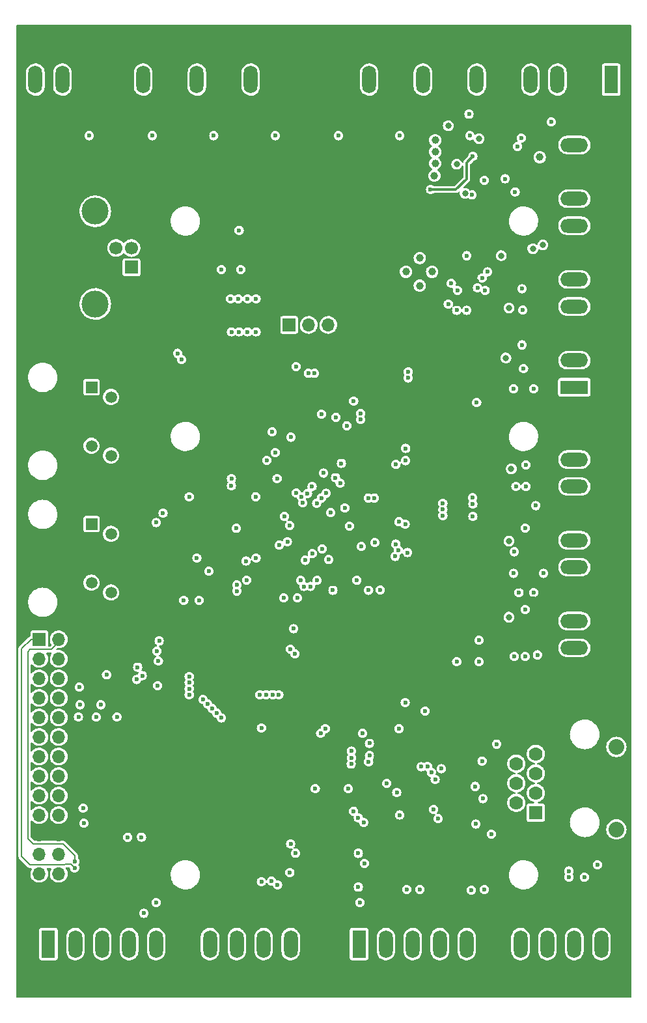
<source format=gbr>
%TF.GenerationSoftware,KiCad,Pcbnew,5.99.0-unknown-b90e72ed07~107~ubuntu18.04.1*%
%TF.CreationDate,2021-02-01T09:40:27+01:00*%
%TF.ProjectId,Uni_Printer,556e695f-5072-4696-9e74-65722e6b6963,rev?*%
%TF.SameCoordinates,PX48009e0PY88da2e0*%
%TF.FileFunction,Copper,L2,Inr*%
%TF.FilePolarity,Positive*%
%FSLAX46Y46*%
G04 Gerber Fmt 4.6, Leading zero omitted, Abs format (unit mm)*
G04 Created by KiCad (PCBNEW 5.99.0-unknown-b90e72ed07~107~ubuntu18.04.1) date 2021-02-01 09:40:27*
%MOMM*%
%LPD*%
G01*
G04 APERTURE LIST*
%TA.AperFunction,ComponentPad*%
%ADD10R,1.800000X3.600000*%
%TD*%
%TA.AperFunction,ComponentPad*%
%ADD11O,1.800000X3.600000*%
%TD*%
%TA.AperFunction,ComponentPad*%
%ADD12R,1.500000X1.500000*%
%TD*%
%TA.AperFunction,ComponentPad*%
%ADD13C,1.500000*%
%TD*%
%TA.AperFunction,ComponentPad*%
%ADD14R,3.600000X1.800000*%
%TD*%
%TA.AperFunction,ComponentPad*%
%ADD15O,3.600000X1.800000*%
%TD*%
%TA.AperFunction,ComponentPad*%
%ADD16R,1.700000X1.700000*%
%TD*%
%TA.AperFunction,ComponentPad*%
%ADD17O,1.700000X1.700000*%
%TD*%
%TA.AperFunction,ComponentPad*%
%ADD18R,1.778000X1.778000*%
%TD*%
%TA.AperFunction,ComponentPad*%
%ADD19C,1.778000*%
%TD*%
%TA.AperFunction,ComponentPad*%
%ADD20C,2.032000*%
%TD*%
%TA.AperFunction,ComponentPad*%
%ADD21C,2.540000*%
%TD*%
%TA.AperFunction,ComponentPad*%
%ADD22C,1.700000*%
%TD*%
%TA.AperFunction,ComponentPad*%
%ADD23C,3.500000*%
%TD*%
%TA.AperFunction,ViaPad*%
%ADD24C,0.600000*%
%TD*%
%TA.AperFunction,ViaPad*%
%ADD25C,1.000000*%
%TD*%
%TA.AperFunction,ViaPad*%
%ADD26C,0.800000*%
%TD*%
%TA.AperFunction,Conductor*%
%ADD27C,0.300000*%
%TD*%
%TA.AperFunction,Conductor*%
%ADD28C,0.200000*%
%TD*%
G04 APERTURE END LIST*
D10*
X4700000Y7500000D03*
D11*
X8200000Y7500000D03*
X11700000Y7500000D03*
X15200000Y7500000D03*
X18700000Y7500000D03*
X22200000Y7500000D03*
X25700000Y7500000D03*
X29200000Y7500000D03*
X32700000Y7500000D03*
X36200000Y7500000D03*
D12*
X10300000Y79900000D03*
D13*
X12840000Y78630000D03*
X10300000Y77360000D03*
X12840000Y76090000D03*
X10300000Y74820000D03*
X12840000Y73550000D03*
X10300000Y72280000D03*
X12840000Y71010000D03*
D14*
X73100000Y42500000D03*
D15*
X73100000Y46000000D03*
X73100000Y49500000D03*
X73100000Y53000000D03*
X73100000Y56500000D03*
X73100000Y60000000D03*
X73100000Y63500000D03*
X73100000Y67000000D03*
X73100000Y70500000D03*
X73100000Y74000000D03*
D16*
X3500000Y47120000D03*
D17*
X6040000Y47120000D03*
X3500000Y44580000D03*
X6040000Y44580000D03*
X3500000Y42040000D03*
X6040000Y42040000D03*
X3500000Y39500000D03*
X6040000Y39500000D03*
X3500000Y36960000D03*
X6040000Y36960000D03*
X3500000Y34420000D03*
X6040000Y34420000D03*
X3500000Y31880000D03*
X6040000Y31880000D03*
X3500000Y29340000D03*
X6040000Y29340000D03*
X3500000Y26800000D03*
X6040000Y26800000D03*
X3500000Y24260000D03*
X6040000Y24260000D03*
X3500000Y21720000D03*
X6040000Y21720000D03*
X3500000Y19180000D03*
X6040000Y19180000D03*
X3500000Y16640000D03*
X6040000Y16640000D03*
X3500000Y14100000D03*
X6040000Y14100000D03*
D10*
X77900000Y119900000D03*
D11*
X74400000Y119900000D03*
X70900000Y119900000D03*
X67400000Y119900000D03*
X63900000Y119900000D03*
X60400000Y119900000D03*
X56900000Y119900000D03*
X53400000Y119900000D03*
X49900000Y119900000D03*
X46400000Y119900000D03*
D10*
X34500000Y119900000D03*
D11*
X31000000Y119900000D03*
X27500000Y119900000D03*
X24000000Y119900000D03*
X20500000Y119900000D03*
X17000000Y119900000D03*
X13500000Y119900000D03*
X10000000Y119900000D03*
X6500000Y119900000D03*
X3000000Y119900000D03*
D10*
X45100000Y7500000D03*
D11*
X48600000Y7500000D03*
X52100000Y7500000D03*
X55600000Y7500000D03*
X59100000Y7500000D03*
X62600000Y7500000D03*
X66100000Y7500000D03*
X69600000Y7500000D03*
X73100000Y7500000D03*
X76600000Y7500000D03*
D14*
X73100000Y79900000D03*
D15*
X73100000Y83400000D03*
X73100000Y86900000D03*
X73100000Y90400000D03*
X73100000Y93900000D03*
X73100000Y97400000D03*
X73100000Y100900000D03*
X73100000Y104400000D03*
X73100000Y107900000D03*
X73100000Y111400000D03*
D18*
X68100000Y24600000D03*
D19*
X65560000Y25870000D03*
X68100000Y27140000D03*
X65560000Y28410000D03*
X68100000Y29680000D03*
X65560000Y30950000D03*
X68100000Y32220000D03*
X65560000Y33490000D03*
D20*
X78564800Y22395400D03*
X78564800Y24935000D03*
X78564800Y33130000D03*
X78564800Y35669200D03*
D21*
X71400000Y36795000D03*
X71400000Y21295000D03*
D16*
X15500000Y95500000D03*
D22*
X15500000Y98000000D03*
X13500000Y98000000D03*
X13500000Y95500000D03*
D23*
X10790000Y102770000D03*
X10790000Y90730000D03*
D16*
X36000000Y88000000D03*
D17*
X38540000Y88000000D03*
X41080000Y88000000D03*
X43620000Y88000000D03*
D12*
X10300000Y62100000D03*
D13*
X12840000Y60830000D03*
X10300000Y59560000D03*
X12840000Y58290000D03*
X10300000Y57020000D03*
X12840000Y55750000D03*
X10300000Y54480000D03*
X12840000Y53210000D03*
D24*
X54400000Y105600000D03*
X60700000Y47000000D03*
X33800000Y74100000D03*
X36900000Y82600000D03*
D25*
X54600000Y94900000D03*
D24*
X49800000Y57900000D03*
X51400000Y58400000D03*
X51300000Y14600000D03*
X22300000Y52200000D03*
X39650000Y54795581D03*
X11500000Y38600000D03*
X37490280Y54775125D03*
D25*
X51200000Y94900000D03*
D24*
X60400000Y77900000D03*
X15014505Y21391297D03*
X51150000Y70350000D03*
X32400000Y15600000D03*
X59900000Y109900000D03*
X19600000Y63500000D03*
X16800000Y21400000D03*
X53000000Y14600000D03*
X33700000Y15700000D03*
X9300000Y23200000D03*
X60500000Y92800000D03*
X35300000Y52500000D03*
X24000000Y57700000D03*
X46350000Y53500000D03*
X51168750Y71950000D03*
X21500000Y84300000D03*
X31700000Y57700000D03*
X67800000Y53200000D03*
X30400000Y57300000D03*
X17100000Y11500000D03*
X57900000Y92500000D03*
X65900000Y53200000D03*
X18700000Y12900000D03*
X44800000Y54800000D03*
X9200000Y25150000D03*
X22000000Y83500000D03*
X61400000Y14587500D03*
X47850000Y53550000D03*
X18700000Y62300000D03*
D25*
X53000000Y93100000D03*
D24*
X8800000Y38600000D03*
D25*
X53000000Y96700000D03*
D24*
X34200000Y71400000D03*
X59700000Y14500000D03*
X49900000Y69850000D03*
X37074998Y52500000D03*
X17900000Y50100000D03*
X11950000Y23500000D03*
X12900000Y40500000D03*
X36300000Y50400000D03*
X27000000Y93900000D03*
X20900000Y12200000D03*
X55900000Y14200000D03*
X14600000Y16500000D03*
X53800000Y28000000D03*
X36900000Y18500000D03*
D25*
X46200000Y104300000D03*
D24*
X48800000Y19600000D03*
X34600000Y49150000D03*
X53600000Y16900000D03*
X42300000Y16800000D03*
X53968750Y71950000D03*
X31100000Y20100000D03*
X33300000Y96500000D03*
X58600000Y30900000D03*
X23900000Y85200000D03*
X33700000Y76900000D03*
X64000000Y77100000D03*
X51800000Y26000000D03*
X47100000Y76500000D03*
X50040000Y19600000D03*
X28300000Y100200000D03*
X13300000Y87500000D03*
D25*
X52700000Y115100000D03*
D24*
X50700000Y69350000D03*
X51500000Y36000000D03*
X39600000Y47800000D03*
X69100000Y95900000D03*
X56800000Y91600000D03*
X31900000Y95200000D03*
D25*
X28500000Y115100000D03*
D24*
X24100000Y45400000D03*
D25*
X1700000Y105800000D03*
D24*
X29900000Y83800000D03*
X27500000Y16800000D03*
X57000000Y22500000D03*
D26*
X30200000Y97200000D03*
D24*
X19600000Y69000000D03*
X58400000Y19500000D03*
X61400000Y17387500D03*
X39400000Y38200000D03*
X15800000Y16600000D03*
D25*
X1750000Y107750000D03*
D24*
X44080000Y57370000D03*
X62100000Y78700000D03*
X51800000Y28000000D03*
X48900000Y33450000D03*
D25*
X36500000Y115100000D03*
D24*
X47850000Y50700000D03*
X39620000Y57400000D03*
D25*
X12300000Y115100000D03*
D24*
X28500000Y80200000D03*
X47900000Y83500000D03*
X12800000Y12800000D03*
X22100000Y62300000D03*
X22034411Y96200010D03*
X47100000Y28400000D03*
X35200000Y72600000D03*
X63800000Y80800000D03*
X69600000Y105900000D03*
D25*
X43250000Y96800000D03*
D24*
X69100000Y91400000D03*
X47900000Y82700000D03*
X10500000Y21700000D03*
D25*
X5600000Y105900000D03*
D24*
X47100000Y77300000D03*
X40000000Y11300000D03*
X57800000Y47000000D03*
X48500000Y57000000D03*
X59000000Y110500000D03*
D26*
X32300000Y99349998D03*
D24*
X16000000Y59300000D03*
X67800000Y52400000D03*
X60200000Y33500000D03*
X17400000Y20100000D03*
X50550000Y33450000D03*
X34500000Y50400000D03*
X41100000Y29300000D03*
X62800000Y69300000D03*
X53900000Y70300000D03*
X47900000Y81900000D03*
D26*
X30100000Y99349998D03*
D24*
X57200000Y19500000D03*
X18800000Y89200000D03*
X47100000Y74900000D03*
X57500000Y36600000D03*
X52100000Y39600000D03*
D25*
X44700000Y115100000D03*
D24*
X47100000Y75700000D03*
X61900000Y109900000D03*
X41800000Y47900000D03*
X34100000Y18500000D03*
D25*
X44650000Y96850000D03*
D24*
X63400000Y46300000D03*
X54200000Y58400000D03*
D25*
X33000000Y103800000D03*
D24*
X47900000Y81100000D03*
X47500000Y17000000D03*
X43100000Y22700000D03*
X35300000Y76900000D03*
X12000000Y25150000D03*
X10500000Y20100000D03*
X27400000Y57900000D03*
X16100000Y22200000D03*
X29900000Y20100000D03*
X24000000Y49200000D03*
X32800000Y95200000D03*
D26*
X32300000Y97200000D03*
D24*
X62300000Y18700000D03*
X53900000Y68800000D03*
X46350000Y50650000D03*
D25*
X20500000Y115100000D03*
D24*
X20600000Y78900000D03*
X16000000Y55200000D03*
X53800000Y26000000D03*
X60434358Y93650000D03*
X62900000Y57300000D03*
X65900000Y54000003D03*
X28100000Y93000000D03*
X30800000Y94700000D03*
D25*
X46600000Y93400000D03*
D24*
X31800000Y58600000D03*
X68600000Y112200000D03*
D26*
X58900000Y105100000D03*
X56700000Y113900000D03*
X69000000Y98400000D03*
D24*
X30600000Y87100000D03*
X31700000Y87100000D03*
X28500000Y87100000D03*
X28400000Y91400000D03*
X30600000Y91400000D03*
X31700000Y91400000D03*
X29500000Y87100000D03*
D26*
X67700000Y97900000D03*
D24*
X29400000Y91400000D03*
X50300000Y35500000D03*
X40700000Y35500000D03*
X39407114Y27692886D03*
X43700000Y27692886D03*
X36600000Y48500000D03*
X41700000Y53500000D03*
X29500000Y100300000D03*
X41140000Y57480000D03*
X35400000Y63100000D03*
X26000000Y38100000D03*
X56000000Y63200000D03*
X59900000Y63100000D03*
X56000000Y64800000D03*
X59875735Y65524265D03*
X59900000Y64700000D03*
X56000000Y64000000D03*
X26600000Y37500000D03*
X37787851Y64860000D03*
D26*
X64200000Y83700000D03*
D25*
X55000000Y110500000D03*
D26*
X64600000Y59900000D03*
X64600000Y50000000D03*
X60700000Y112200000D03*
D25*
X54900000Y107400000D03*
X55000000Y109000000D03*
D26*
X64900000Y69300000D03*
X64600000Y90200000D03*
X63600000Y97000000D03*
D25*
X55000000Y112000000D03*
D26*
X57800000Y108900000D03*
D24*
X57100000Y93400000D03*
X49900000Y59500000D03*
X56700000Y90700000D03*
X50200000Y58700000D03*
X59500000Y112600000D03*
X50300000Y62400000D03*
X59800000Y104900000D03*
X51100000Y62100000D03*
X33865019Y39932041D03*
X23000000Y41500003D03*
X16900000Y42400000D03*
X42640000Y67400000D03*
X66500000Y82300000D03*
X23000000Y42300006D03*
X43240000Y64200000D03*
X16300000Y43500000D03*
X34664965Y39922604D03*
X18800000Y45600000D03*
X12250000Y42500000D03*
X18900000Y41100000D03*
X32200000Y39900000D03*
X41400000Y63600000D03*
X23000000Y39900000D03*
X45200000Y12900000D03*
X45000000Y14900000D03*
X45800000Y18000000D03*
X42040000Y68140000D03*
X16200000Y41900000D03*
X23000000Y40700000D03*
X33024265Y39924265D03*
X45000000Y19300000D03*
X36200000Y20500000D03*
X25554837Y55973367D03*
X19000000Y44300000D03*
X36850000Y19298437D03*
X19100000Y46900000D03*
X40480000Y68740000D03*
X36100000Y16800000D03*
X34500000Y15200000D03*
X44375735Y24775735D03*
X44074265Y30900000D03*
X45000000Y23899980D03*
X44113494Y31709300D03*
X45700000Y23299980D03*
X44085662Y32585662D03*
X8100000Y17400000D03*
X8124265Y18224265D03*
X68300000Y45100000D03*
X69100000Y55700000D03*
X66700000Y44900000D03*
X65300000Y44900000D03*
X65300000Y58500000D03*
X65200000Y55700000D03*
X66800000Y67000000D03*
X65500000Y67000000D03*
X65200000Y79700000D03*
X68100000Y64500000D03*
X65700000Y111200000D03*
X39020000Y58280000D03*
X37914579Y54000000D03*
X29200000Y54200000D03*
X48700000Y28400000D03*
X57800000Y44200000D03*
X55400000Y23800000D03*
X60300000Y23100000D03*
X61200000Y26400000D03*
X54500000Y29800000D03*
X63000000Y33500000D03*
X46450000Y33600000D03*
X60700000Y44200000D03*
X50000000Y27200000D03*
X46450000Y32000000D03*
X62300000Y21800000D03*
X54800000Y25000000D03*
X61100000Y31300000D03*
X60200000Y28000000D03*
X55800000Y30300000D03*
X51100000Y38900000D03*
X38790000Y54000000D03*
X29200000Y53400000D03*
X40310000Y58890000D03*
X39587851Y64830000D03*
X67800000Y79700000D03*
X59100000Y89900000D03*
X30475735Y54824265D03*
X34715735Y59364265D03*
X40190000Y65500000D03*
X40790000Y66110000D03*
X59100000Y97000000D03*
X66700000Y61600000D03*
X66800000Y69800000D03*
X66300000Y85400000D03*
X25400000Y38700000D03*
X37620000Y65660000D03*
X24800000Y39300000D03*
X36940000Y66150000D03*
X43840001Y61840001D03*
X28490000Y67080000D03*
X66300000Y92700000D03*
X61800000Y94900000D03*
X61100000Y94100000D03*
X23000000Y65650000D03*
X31659265Y65669265D03*
X59400000Y115400000D03*
X66200000Y112300000D03*
X70100000Y114400000D03*
X53700000Y37800000D03*
X55000000Y28900000D03*
X29700000Y95200000D03*
X27200000Y95200000D03*
X66400000Y89924990D03*
X61500000Y92500000D03*
X57800000Y89900000D03*
X61400000Y106800000D03*
X46350000Y31200000D03*
X50375735Y24275735D03*
X45550000Y34900000D03*
X40100000Y34900000D03*
D25*
X68600000Y109800000D03*
D24*
X72400000Y17000000D03*
X53199265Y30550735D03*
X72400000Y16200000D03*
X54000000Y30600000D03*
X74400000Y16200000D03*
X76100000Y17800000D03*
X65400000Y105300000D03*
X64100000Y107000000D03*
X40200000Y76400000D03*
X34430000Y68030000D03*
X50400000Y112600000D03*
X51500000Y81900000D03*
X34200000Y112600000D03*
X43500000Y74900000D03*
X18200000Y112600000D03*
X45300000Y76500000D03*
X42100000Y76000000D03*
X46300000Y65500000D03*
X51500000Y81100000D03*
X42400000Y112600000D03*
X26200000Y112600000D03*
X45300000Y75700000D03*
X44400000Y78100000D03*
X10000000Y112600000D03*
X47100000Y65500000D03*
X29150000Y61550000D03*
X24290000Y52200000D03*
X33100000Y70400000D03*
X38500000Y81700000D03*
X36224989Y73400000D03*
X39300000Y81700000D03*
X47140000Y59700000D03*
X36771014Y45240000D03*
X36180000Y45840000D03*
X45400000Y59200000D03*
X36075735Y61924265D03*
X27200000Y36900000D03*
X32400000Y35600000D03*
X38097571Y57400000D03*
X8700000Y40900000D03*
X35775468Y59824532D03*
X38387851Y66100000D03*
X13600000Y37000000D03*
X38987851Y66985421D03*
X10900000Y37000000D03*
X8600000Y37000000D03*
X66700000Y51000000D03*
X42800000Y70000000D03*
X28500973Y68018811D03*
D27*
X59100000Y109100000D02*
X59100000Y107000000D01*
X57700000Y105600000D02*
X54400000Y105600000D01*
X59100000Y107000000D02*
X57700000Y105600000D01*
X59900000Y109900000D02*
X59100000Y109100000D01*
D28*
X2300000Y17800000D02*
X6800000Y17800000D01*
X6800000Y17800000D02*
X6900000Y17900000D01*
X7600000Y17900000D02*
X8100000Y17400000D01*
X1200000Y45900000D02*
X1200000Y18900000D01*
X1200000Y18900000D02*
X2300000Y17800000D01*
X3500000Y47120000D02*
X2420000Y47120000D01*
X2420000Y47120000D02*
X1200000Y45900000D01*
X6900000Y17900000D02*
X7600000Y17900000D01*
X2000000Y45500000D02*
X2300000Y45800000D01*
X2000000Y21200000D02*
X2000000Y21400000D01*
X2700000Y20500000D02*
X2000000Y21200000D01*
X8124265Y18224265D02*
X8124265Y18975735D01*
X6600000Y20500000D02*
X2700000Y20500000D01*
X6040000Y46740000D02*
X6040000Y47120000D01*
X2300000Y45800000D02*
X5100000Y45800000D01*
X2000000Y21200000D02*
X2000000Y45500000D01*
X8124265Y18975735D02*
X6600000Y20500000D01*
X5100000Y45800000D02*
X6040000Y46740000D01*
%TA.AperFunction,Conductor*%
G36*
X80459191Y126981093D02*
G01*
X80495155Y126931593D01*
X80500000Y126901000D01*
X80500000Y599000D01*
X80481093Y540809D01*
X80431593Y504845D01*
X80401000Y500000D01*
X599000Y500000D01*
X540809Y518907D01*
X504845Y568407D01*
X500000Y599000D01*
X500000Y9300000D01*
X3494500Y9300000D01*
X3494500Y5700000D01*
X3495803Y5671812D01*
X3526528Y5563827D01*
X3594186Y5474233D01*
X3689641Y5415130D01*
X3737314Y5406218D01*
X3795493Y5395342D01*
X3795498Y5395341D01*
X3800000Y5394500D01*
X5600000Y5394500D01*
X5628188Y5395803D01*
X5696114Y5415130D01*
X5727352Y5424018D01*
X5727353Y5424018D01*
X5736173Y5426528D01*
X5825767Y5494186D01*
X5884870Y5589641D01*
X5901300Y5677531D01*
X5904658Y5695493D01*
X5904659Y5695498D01*
X5905500Y5700000D01*
X5905500Y8470311D01*
X6999500Y8470311D01*
X6999500Y6545585D01*
X7014686Y6380315D01*
X7074569Y6167987D01*
X7172142Y5970128D01*
X7304139Y5793363D01*
X7466138Y5643613D01*
X7469971Y5641195D01*
X7469973Y5641193D01*
X7499749Y5622406D01*
X7652714Y5525892D01*
X7857620Y5444143D01*
X8073991Y5401104D01*
X8182682Y5399681D01*
X8290042Y5398275D01*
X8290047Y5398275D01*
X8294582Y5398216D01*
X8299055Y5398985D01*
X8299060Y5398985D01*
X8406967Y5417527D01*
X8512006Y5435576D01*
X8718981Y5511933D01*
X8908575Y5624730D01*
X8911990Y5627725D01*
X8911993Y5627727D01*
X9071025Y5767195D01*
X9074439Y5770189D01*
X9211017Y5943438D01*
X9225059Y5970128D01*
X9311627Y6134664D01*
X9311628Y6134667D01*
X9313737Y6138675D01*
X9379157Y6349362D01*
X9400500Y6529689D01*
X9400500Y8454415D01*
X9399039Y8470311D01*
X10499500Y8470311D01*
X10499500Y6545585D01*
X10514686Y6380315D01*
X10574569Y6167987D01*
X10672142Y5970128D01*
X10804139Y5793363D01*
X10966138Y5643613D01*
X10969971Y5641195D01*
X10969973Y5641193D01*
X10999749Y5622406D01*
X11152714Y5525892D01*
X11357620Y5444143D01*
X11573991Y5401104D01*
X11682682Y5399681D01*
X11790042Y5398275D01*
X11790047Y5398275D01*
X11794582Y5398216D01*
X11799055Y5398985D01*
X11799060Y5398985D01*
X11906967Y5417527D01*
X12012006Y5435576D01*
X12218981Y5511933D01*
X12408575Y5624730D01*
X12411990Y5627725D01*
X12411993Y5627727D01*
X12571025Y5767195D01*
X12574439Y5770189D01*
X12711017Y5943438D01*
X12725059Y5970128D01*
X12811627Y6134664D01*
X12811628Y6134667D01*
X12813737Y6138675D01*
X12879157Y6349362D01*
X12900500Y6529689D01*
X12900500Y8454415D01*
X12899039Y8470311D01*
X13999500Y8470311D01*
X13999500Y6545585D01*
X14014686Y6380315D01*
X14074569Y6167987D01*
X14172142Y5970128D01*
X14304139Y5793363D01*
X14466138Y5643613D01*
X14469971Y5641195D01*
X14469973Y5641193D01*
X14499749Y5622406D01*
X14652714Y5525892D01*
X14857620Y5444143D01*
X15073991Y5401104D01*
X15182682Y5399681D01*
X15290042Y5398275D01*
X15290047Y5398275D01*
X15294582Y5398216D01*
X15299055Y5398985D01*
X15299060Y5398985D01*
X15406967Y5417527D01*
X15512006Y5435576D01*
X15718981Y5511933D01*
X15908575Y5624730D01*
X15911990Y5627725D01*
X15911993Y5627727D01*
X16071025Y5767195D01*
X16074439Y5770189D01*
X16211017Y5943438D01*
X16225059Y5970128D01*
X16311627Y6134664D01*
X16311628Y6134667D01*
X16313737Y6138675D01*
X16379157Y6349362D01*
X16400500Y6529689D01*
X16400500Y8454415D01*
X16399039Y8470311D01*
X17499500Y8470311D01*
X17499500Y6545585D01*
X17514686Y6380315D01*
X17574569Y6167987D01*
X17672142Y5970128D01*
X17804139Y5793363D01*
X17966138Y5643613D01*
X17969971Y5641195D01*
X17969973Y5641193D01*
X17999749Y5622406D01*
X18152714Y5525892D01*
X18357620Y5444143D01*
X18573991Y5401104D01*
X18682682Y5399681D01*
X18790042Y5398275D01*
X18790047Y5398275D01*
X18794582Y5398216D01*
X18799055Y5398985D01*
X18799060Y5398985D01*
X18906967Y5417527D01*
X19012006Y5435576D01*
X19218981Y5511933D01*
X19408575Y5624730D01*
X19411990Y5627725D01*
X19411993Y5627727D01*
X19571025Y5767195D01*
X19574439Y5770189D01*
X19711017Y5943438D01*
X19725059Y5970128D01*
X19811627Y6134664D01*
X19811628Y6134667D01*
X19813737Y6138675D01*
X19879157Y6349362D01*
X19900500Y6529689D01*
X19900500Y8454415D01*
X19899039Y8470311D01*
X24499500Y8470311D01*
X24499500Y6545585D01*
X24514686Y6380315D01*
X24574569Y6167987D01*
X24672142Y5970128D01*
X24804139Y5793363D01*
X24966138Y5643613D01*
X24969971Y5641195D01*
X24969973Y5641193D01*
X24999749Y5622406D01*
X25152714Y5525892D01*
X25357620Y5444143D01*
X25573991Y5401104D01*
X25682682Y5399681D01*
X25790042Y5398275D01*
X25790047Y5398275D01*
X25794582Y5398216D01*
X25799055Y5398985D01*
X25799060Y5398985D01*
X25906967Y5417527D01*
X26012006Y5435576D01*
X26218981Y5511933D01*
X26408575Y5624730D01*
X26411990Y5627725D01*
X26411993Y5627727D01*
X26571025Y5767195D01*
X26574439Y5770189D01*
X26711017Y5943438D01*
X26725059Y5970128D01*
X26811627Y6134664D01*
X26811628Y6134667D01*
X26813737Y6138675D01*
X26879157Y6349362D01*
X26900500Y6529689D01*
X26900500Y8454415D01*
X26899039Y8470311D01*
X27999500Y8470311D01*
X27999500Y6545585D01*
X28014686Y6380315D01*
X28074569Y6167987D01*
X28172142Y5970128D01*
X28304139Y5793363D01*
X28466138Y5643613D01*
X28469971Y5641195D01*
X28469973Y5641193D01*
X28499749Y5622406D01*
X28652714Y5525892D01*
X28857620Y5444143D01*
X29073991Y5401104D01*
X29182682Y5399681D01*
X29290042Y5398275D01*
X29290047Y5398275D01*
X29294582Y5398216D01*
X29299055Y5398985D01*
X29299060Y5398985D01*
X29406967Y5417527D01*
X29512006Y5435576D01*
X29718981Y5511933D01*
X29908575Y5624730D01*
X29911990Y5627725D01*
X29911993Y5627727D01*
X30071025Y5767195D01*
X30074439Y5770189D01*
X30211017Y5943438D01*
X30225059Y5970128D01*
X30311627Y6134664D01*
X30311628Y6134667D01*
X30313737Y6138675D01*
X30379157Y6349362D01*
X30400500Y6529689D01*
X30400500Y8454415D01*
X30399039Y8470311D01*
X31499500Y8470311D01*
X31499500Y6545585D01*
X31514686Y6380315D01*
X31574569Y6167987D01*
X31672142Y5970128D01*
X31804139Y5793363D01*
X31966138Y5643613D01*
X31969971Y5641195D01*
X31969973Y5641193D01*
X31999749Y5622406D01*
X32152714Y5525892D01*
X32357620Y5444143D01*
X32573991Y5401104D01*
X32682682Y5399681D01*
X32790042Y5398275D01*
X32790047Y5398275D01*
X32794582Y5398216D01*
X32799055Y5398985D01*
X32799060Y5398985D01*
X32906967Y5417527D01*
X33012006Y5435576D01*
X33218981Y5511933D01*
X33408575Y5624730D01*
X33411990Y5627725D01*
X33411993Y5627727D01*
X33571025Y5767195D01*
X33574439Y5770189D01*
X33711017Y5943438D01*
X33725059Y5970128D01*
X33811627Y6134664D01*
X33811628Y6134667D01*
X33813737Y6138675D01*
X33879157Y6349362D01*
X33900500Y6529689D01*
X33900500Y8454415D01*
X33899039Y8470311D01*
X34999500Y8470311D01*
X34999500Y6545585D01*
X35014686Y6380315D01*
X35074569Y6167987D01*
X35172142Y5970128D01*
X35304139Y5793363D01*
X35466138Y5643613D01*
X35469971Y5641195D01*
X35469973Y5641193D01*
X35499749Y5622406D01*
X35652714Y5525892D01*
X35857620Y5444143D01*
X36073991Y5401104D01*
X36182682Y5399681D01*
X36290042Y5398275D01*
X36290047Y5398275D01*
X36294582Y5398216D01*
X36299055Y5398985D01*
X36299060Y5398985D01*
X36406967Y5417527D01*
X36512006Y5435576D01*
X36718981Y5511933D01*
X36908575Y5624730D01*
X36911990Y5627725D01*
X36911993Y5627727D01*
X37071025Y5767195D01*
X37074439Y5770189D01*
X37211017Y5943438D01*
X37225059Y5970128D01*
X37311627Y6134664D01*
X37311628Y6134667D01*
X37313737Y6138675D01*
X37379157Y6349362D01*
X37400500Y6529689D01*
X37400500Y8454415D01*
X37385314Y8619685D01*
X37325431Y8832013D01*
X37227858Y9029872D01*
X37095861Y9206637D01*
X36994861Y9300000D01*
X43894500Y9300000D01*
X43894500Y5700000D01*
X43895803Y5671812D01*
X43926528Y5563827D01*
X43994186Y5474233D01*
X44089641Y5415130D01*
X44137314Y5406218D01*
X44195493Y5395342D01*
X44195498Y5395341D01*
X44200000Y5394500D01*
X46000000Y5394500D01*
X46028188Y5395803D01*
X46096114Y5415130D01*
X46127352Y5424018D01*
X46127353Y5424018D01*
X46136173Y5426528D01*
X46225767Y5494186D01*
X46284870Y5589641D01*
X46301300Y5677531D01*
X46304658Y5695493D01*
X46304659Y5695498D01*
X46305500Y5700000D01*
X46305500Y8470311D01*
X47399500Y8470311D01*
X47399500Y6545585D01*
X47414686Y6380315D01*
X47474569Y6167987D01*
X47572142Y5970128D01*
X47704139Y5793363D01*
X47866138Y5643613D01*
X47869971Y5641195D01*
X47869973Y5641193D01*
X47899749Y5622406D01*
X48052714Y5525892D01*
X48257620Y5444143D01*
X48473991Y5401104D01*
X48582682Y5399681D01*
X48690042Y5398275D01*
X48690047Y5398275D01*
X48694582Y5398216D01*
X48699055Y5398985D01*
X48699060Y5398985D01*
X48806967Y5417527D01*
X48912006Y5435576D01*
X49118981Y5511933D01*
X49308575Y5624730D01*
X49311990Y5627725D01*
X49311993Y5627727D01*
X49471025Y5767195D01*
X49474439Y5770189D01*
X49611017Y5943438D01*
X49625059Y5970128D01*
X49711627Y6134664D01*
X49711628Y6134667D01*
X49713737Y6138675D01*
X49779157Y6349362D01*
X49800500Y6529689D01*
X49800500Y8454415D01*
X49799039Y8470311D01*
X50899500Y8470311D01*
X50899500Y6545585D01*
X50914686Y6380315D01*
X50974569Y6167987D01*
X51072142Y5970128D01*
X51204139Y5793363D01*
X51366138Y5643613D01*
X51369971Y5641195D01*
X51369973Y5641193D01*
X51399749Y5622406D01*
X51552714Y5525892D01*
X51757620Y5444143D01*
X51973991Y5401104D01*
X52082682Y5399681D01*
X52190042Y5398275D01*
X52190047Y5398275D01*
X52194582Y5398216D01*
X52199055Y5398985D01*
X52199060Y5398985D01*
X52306967Y5417527D01*
X52412006Y5435576D01*
X52618981Y5511933D01*
X52808575Y5624730D01*
X52811990Y5627725D01*
X52811993Y5627727D01*
X52971025Y5767195D01*
X52974439Y5770189D01*
X53111017Y5943438D01*
X53125059Y5970128D01*
X53211627Y6134664D01*
X53211628Y6134667D01*
X53213737Y6138675D01*
X53279157Y6349362D01*
X53300500Y6529689D01*
X53300500Y8454415D01*
X53299039Y8470311D01*
X54399500Y8470311D01*
X54399500Y6545585D01*
X54414686Y6380315D01*
X54474569Y6167987D01*
X54572142Y5970128D01*
X54704139Y5793363D01*
X54866138Y5643613D01*
X54869971Y5641195D01*
X54869973Y5641193D01*
X54899749Y5622406D01*
X55052714Y5525892D01*
X55257620Y5444143D01*
X55473991Y5401104D01*
X55582682Y5399681D01*
X55690042Y5398275D01*
X55690047Y5398275D01*
X55694582Y5398216D01*
X55699055Y5398985D01*
X55699060Y5398985D01*
X55806967Y5417527D01*
X55912006Y5435576D01*
X56118981Y5511933D01*
X56308575Y5624730D01*
X56311990Y5627725D01*
X56311993Y5627727D01*
X56471025Y5767195D01*
X56474439Y5770189D01*
X56611017Y5943438D01*
X56625059Y5970128D01*
X56711627Y6134664D01*
X56711628Y6134667D01*
X56713737Y6138675D01*
X56779157Y6349362D01*
X56800500Y6529689D01*
X56800500Y8454415D01*
X56799039Y8470311D01*
X57899500Y8470311D01*
X57899500Y6545585D01*
X57914686Y6380315D01*
X57974569Y6167987D01*
X58072142Y5970128D01*
X58204139Y5793363D01*
X58366138Y5643613D01*
X58369971Y5641195D01*
X58369973Y5641193D01*
X58399749Y5622406D01*
X58552714Y5525892D01*
X58757620Y5444143D01*
X58973991Y5401104D01*
X59082682Y5399681D01*
X59190042Y5398275D01*
X59190047Y5398275D01*
X59194582Y5398216D01*
X59199055Y5398985D01*
X59199060Y5398985D01*
X59306967Y5417527D01*
X59412006Y5435576D01*
X59618981Y5511933D01*
X59808575Y5624730D01*
X59811990Y5627725D01*
X59811993Y5627727D01*
X59971025Y5767195D01*
X59974439Y5770189D01*
X60111017Y5943438D01*
X60125059Y5970128D01*
X60211627Y6134664D01*
X60211628Y6134667D01*
X60213737Y6138675D01*
X60279157Y6349362D01*
X60300500Y6529689D01*
X60300500Y8454415D01*
X60299039Y8470311D01*
X64899500Y8470311D01*
X64899500Y6545585D01*
X64914686Y6380315D01*
X64974569Y6167987D01*
X65072142Y5970128D01*
X65204139Y5793363D01*
X65366138Y5643613D01*
X65369971Y5641195D01*
X65369973Y5641193D01*
X65399749Y5622406D01*
X65552714Y5525892D01*
X65757620Y5444143D01*
X65973991Y5401104D01*
X66082682Y5399681D01*
X66190042Y5398275D01*
X66190047Y5398275D01*
X66194582Y5398216D01*
X66199055Y5398985D01*
X66199060Y5398985D01*
X66306967Y5417527D01*
X66412006Y5435576D01*
X66618981Y5511933D01*
X66808575Y5624730D01*
X66811990Y5627725D01*
X66811993Y5627727D01*
X66971025Y5767195D01*
X66974439Y5770189D01*
X67111017Y5943438D01*
X67125059Y5970128D01*
X67211627Y6134664D01*
X67211628Y6134667D01*
X67213737Y6138675D01*
X67279157Y6349362D01*
X67300500Y6529689D01*
X67300500Y8454415D01*
X67299039Y8470311D01*
X68399500Y8470311D01*
X68399500Y6545585D01*
X68414686Y6380315D01*
X68474569Y6167987D01*
X68572142Y5970128D01*
X68704139Y5793363D01*
X68866138Y5643613D01*
X68869971Y5641195D01*
X68869973Y5641193D01*
X68899749Y5622406D01*
X69052714Y5525892D01*
X69257620Y5444143D01*
X69473991Y5401104D01*
X69582682Y5399681D01*
X69690042Y5398275D01*
X69690047Y5398275D01*
X69694582Y5398216D01*
X69699055Y5398985D01*
X69699060Y5398985D01*
X69806967Y5417527D01*
X69912006Y5435576D01*
X70118981Y5511933D01*
X70308575Y5624730D01*
X70311990Y5627725D01*
X70311993Y5627727D01*
X70471025Y5767195D01*
X70474439Y5770189D01*
X70611017Y5943438D01*
X70625059Y5970128D01*
X70711627Y6134664D01*
X70711628Y6134667D01*
X70713737Y6138675D01*
X70779157Y6349362D01*
X70800500Y6529689D01*
X70800500Y8454415D01*
X70799039Y8470311D01*
X71899500Y8470311D01*
X71899500Y6545585D01*
X71914686Y6380315D01*
X71974569Y6167987D01*
X72072142Y5970128D01*
X72204139Y5793363D01*
X72366138Y5643613D01*
X72369971Y5641195D01*
X72369973Y5641193D01*
X72399749Y5622406D01*
X72552714Y5525892D01*
X72757620Y5444143D01*
X72973991Y5401104D01*
X73082682Y5399681D01*
X73190042Y5398275D01*
X73190047Y5398275D01*
X73194582Y5398216D01*
X73199055Y5398985D01*
X73199060Y5398985D01*
X73306967Y5417527D01*
X73412006Y5435576D01*
X73618981Y5511933D01*
X73808575Y5624730D01*
X73811990Y5627725D01*
X73811993Y5627727D01*
X73971025Y5767195D01*
X73974439Y5770189D01*
X74111017Y5943438D01*
X74125059Y5970128D01*
X74211627Y6134664D01*
X74211628Y6134667D01*
X74213737Y6138675D01*
X74279157Y6349362D01*
X74300500Y6529689D01*
X74300500Y8454415D01*
X74299039Y8470311D01*
X75399500Y8470311D01*
X75399500Y6545585D01*
X75414686Y6380315D01*
X75474569Y6167987D01*
X75572142Y5970128D01*
X75704139Y5793363D01*
X75866138Y5643613D01*
X75869971Y5641195D01*
X75869973Y5641193D01*
X75899749Y5622406D01*
X76052714Y5525892D01*
X76257620Y5444143D01*
X76473991Y5401104D01*
X76582682Y5399681D01*
X76690042Y5398275D01*
X76690047Y5398275D01*
X76694582Y5398216D01*
X76699055Y5398985D01*
X76699060Y5398985D01*
X76806967Y5417527D01*
X76912006Y5435576D01*
X77118981Y5511933D01*
X77308575Y5624730D01*
X77311990Y5627725D01*
X77311993Y5627727D01*
X77471025Y5767195D01*
X77474439Y5770189D01*
X77611017Y5943438D01*
X77625059Y5970128D01*
X77711627Y6134664D01*
X77711628Y6134667D01*
X77713737Y6138675D01*
X77779157Y6349362D01*
X77800500Y6529689D01*
X77800500Y8454415D01*
X77785314Y8619685D01*
X77725431Y8832013D01*
X77627858Y9029872D01*
X77495861Y9206637D01*
X77333862Y9356387D01*
X77308685Y9372273D01*
X77151123Y9471687D01*
X77147286Y9474108D01*
X76942380Y9555857D01*
X76726009Y9598896D01*
X76617318Y9600319D01*
X76509958Y9601725D01*
X76509953Y9601725D01*
X76505418Y9601784D01*
X76500945Y9601015D01*
X76500940Y9601015D01*
X76393033Y9582473D01*
X76287994Y9564424D01*
X76081019Y9488067D01*
X75891425Y9375270D01*
X75888010Y9372275D01*
X75888007Y9372273D01*
X75805596Y9300000D01*
X75725561Y9229811D01*
X75588983Y9056562D01*
X75586870Y9052547D01*
X75586870Y9052546D01*
X75572796Y9025795D01*
X75486263Y8861325D01*
X75420843Y8650638D01*
X75399500Y8470311D01*
X74299039Y8470311D01*
X74285314Y8619685D01*
X74225431Y8832013D01*
X74127858Y9029872D01*
X73995861Y9206637D01*
X73833862Y9356387D01*
X73808685Y9372273D01*
X73651123Y9471687D01*
X73647286Y9474108D01*
X73442380Y9555857D01*
X73226009Y9598896D01*
X73117318Y9600319D01*
X73009958Y9601725D01*
X73009953Y9601725D01*
X73005418Y9601784D01*
X73000945Y9601015D01*
X73000940Y9601015D01*
X72893033Y9582473D01*
X72787994Y9564424D01*
X72581019Y9488067D01*
X72391425Y9375270D01*
X72388010Y9372275D01*
X72388007Y9372273D01*
X72305596Y9300000D01*
X72225561Y9229811D01*
X72088983Y9056562D01*
X72086870Y9052547D01*
X72086870Y9052546D01*
X72072796Y9025795D01*
X71986263Y8861325D01*
X71920843Y8650638D01*
X71899500Y8470311D01*
X70799039Y8470311D01*
X70785314Y8619685D01*
X70725431Y8832013D01*
X70627858Y9029872D01*
X70495861Y9206637D01*
X70333862Y9356387D01*
X70308685Y9372273D01*
X70151123Y9471687D01*
X70147286Y9474108D01*
X69942380Y9555857D01*
X69726009Y9598896D01*
X69617318Y9600319D01*
X69509958Y9601725D01*
X69509953Y9601725D01*
X69505418Y9601784D01*
X69500945Y9601015D01*
X69500940Y9601015D01*
X69393033Y9582473D01*
X69287994Y9564424D01*
X69081019Y9488067D01*
X68891425Y9375270D01*
X68888010Y9372275D01*
X68888007Y9372273D01*
X68805596Y9300000D01*
X68725561Y9229811D01*
X68588983Y9056562D01*
X68586870Y9052547D01*
X68586870Y9052546D01*
X68572796Y9025795D01*
X68486263Y8861325D01*
X68420843Y8650638D01*
X68399500Y8470311D01*
X67299039Y8470311D01*
X67285314Y8619685D01*
X67225431Y8832013D01*
X67127858Y9029872D01*
X66995861Y9206637D01*
X66833862Y9356387D01*
X66808685Y9372273D01*
X66651123Y9471687D01*
X66647286Y9474108D01*
X66442380Y9555857D01*
X66226009Y9598896D01*
X66117318Y9600319D01*
X66009958Y9601725D01*
X66009953Y9601725D01*
X66005418Y9601784D01*
X66000945Y9601015D01*
X66000940Y9601015D01*
X65893033Y9582473D01*
X65787994Y9564424D01*
X65581019Y9488067D01*
X65391425Y9375270D01*
X65388010Y9372275D01*
X65388007Y9372273D01*
X65305596Y9300000D01*
X65225561Y9229811D01*
X65088983Y9056562D01*
X65086870Y9052547D01*
X65086870Y9052546D01*
X65072796Y9025795D01*
X64986263Y8861325D01*
X64920843Y8650638D01*
X64899500Y8470311D01*
X60299039Y8470311D01*
X60285314Y8619685D01*
X60225431Y8832013D01*
X60127858Y9029872D01*
X59995861Y9206637D01*
X59833862Y9356387D01*
X59808685Y9372273D01*
X59651123Y9471687D01*
X59647286Y9474108D01*
X59442380Y9555857D01*
X59226009Y9598896D01*
X59117318Y9600319D01*
X59009958Y9601725D01*
X59009953Y9601725D01*
X59005418Y9601784D01*
X59000945Y9601015D01*
X59000940Y9601015D01*
X58893033Y9582473D01*
X58787994Y9564424D01*
X58581019Y9488067D01*
X58391425Y9375270D01*
X58388010Y9372275D01*
X58388007Y9372273D01*
X58305596Y9300000D01*
X58225561Y9229811D01*
X58088983Y9056562D01*
X58086870Y9052547D01*
X58086870Y9052546D01*
X58072796Y9025795D01*
X57986263Y8861325D01*
X57920843Y8650638D01*
X57899500Y8470311D01*
X56799039Y8470311D01*
X56785314Y8619685D01*
X56725431Y8832013D01*
X56627858Y9029872D01*
X56495861Y9206637D01*
X56333862Y9356387D01*
X56308685Y9372273D01*
X56151123Y9471687D01*
X56147286Y9474108D01*
X55942380Y9555857D01*
X55726009Y9598896D01*
X55617318Y9600319D01*
X55509958Y9601725D01*
X55509953Y9601725D01*
X55505418Y9601784D01*
X55500945Y9601015D01*
X55500940Y9601015D01*
X55393033Y9582473D01*
X55287994Y9564424D01*
X55081019Y9488067D01*
X54891425Y9375270D01*
X54888010Y9372275D01*
X54888007Y9372273D01*
X54805596Y9300000D01*
X54725561Y9229811D01*
X54588983Y9056562D01*
X54586870Y9052547D01*
X54586870Y9052546D01*
X54572796Y9025795D01*
X54486263Y8861325D01*
X54420843Y8650638D01*
X54399500Y8470311D01*
X53299039Y8470311D01*
X53285314Y8619685D01*
X53225431Y8832013D01*
X53127858Y9029872D01*
X52995861Y9206637D01*
X52833862Y9356387D01*
X52808685Y9372273D01*
X52651123Y9471687D01*
X52647286Y9474108D01*
X52442380Y9555857D01*
X52226009Y9598896D01*
X52117318Y9600319D01*
X52009958Y9601725D01*
X52009953Y9601725D01*
X52005418Y9601784D01*
X52000945Y9601015D01*
X52000940Y9601015D01*
X51893033Y9582473D01*
X51787994Y9564424D01*
X51581019Y9488067D01*
X51391425Y9375270D01*
X51388010Y9372275D01*
X51388007Y9372273D01*
X51305596Y9300000D01*
X51225561Y9229811D01*
X51088983Y9056562D01*
X51086870Y9052547D01*
X51086870Y9052546D01*
X51072796Y9025795D01*
X50986263Y8861325D01*
X50920843Y8650638D01*
X50899500Y8470311D01*
X49799039Y8470311D01*
X49785314Y8619685D01*
X49725431Y8832013D01*
X49627858Y9029872D01*
X49495861Y9206637D01*
X49333862Y9356387D01*
X49308685Y9372273D01*
X49151123Y9471687D01*
X49147286Y9474108D01*
X48942380Y9555857D01*
X48726009Y9598896D01*
X48617318Y9600319D01*
X48509958Y9601725D01*
X48509953Y9601725D01*
X48505418Y9601784D01*
X48500945Y9601015D01*
X48500940Y9601015D01*
X48393033Y9582473D01*
X48287994Y9564424D01*
X48081019Y9488067D01*
X47891425Y9375270D01*
X47888010Y9372275D01*
X47888007Y9372273D01*
X47805596Y9300000D01*
X47725561Y9229811D01*
X47588983Y9056562D01*
X47586870Y9052547D01*
X47586870Y9052546D01*
X47572796Y9025795D01*
X47486263Y8861325D01*
X47420843Y8650638D01*
X47399500Y8470311D01*
X46305500Y8470311D01*
X46305500Y9300000D01*
X46304197Y9328188D01*
X46273472Y9436173D01*
X46205814Y9525767D01*
X46110359Y9584870D01*
X46062686Y9593782D01*
X46004507Y9604658D01*
X46004502Y9604659D01*
X46000000Y9605500D01*
X44200000Y9605500D01*
X44171812Y9604197D01*
X44110874Y9586858D01*
X44072648Y9575982D01*
X44072647Y9575982D01*
X44063827Y9573472D01*
X43974233Y9505814D01*
X43915130Y9410359D01*
X43913444Y9401338D01*
X43895342Y9304507D01*
X43895341Y9304502D01*
X43894500Y9300000D01*
X36994861Y9300000D01*
X36933862Y9356387D01*
X36908685Y9372273D01*
X36751123Y9471687D01*
X36747286Y9474108D01*
X36542380Y9555857D01*
X36326009Y9598896D01*
X36217318Y9600319D01*
X36109958Y9601725D01*
X36109953Y9601725D01*
X36105418Y9601784D01*
X36100945Y9601015D01*
X36100940Y9601015D01*
X35993033Y9582473D01*
X35887994Y9564424D01*
X35681019Y9488067D01*
X35491425Y9375270D01*
X35488010Y9372275D01*
X35488007Y9372273D01*
X35405596Y9300000D01*
X35325561Y9229811D01*
X35188983Y9056562D01*
X35186870Y9052547D01*
X35186870Y9052546D01*
X35172796Y9025795D01*
X35086263Y8861325D01*
X35020843Y8650638D01*
X34999500Y8470311D01*
X33899039Y8470311D01*
X33885314Y8619685D01*
X33825431Y8832013D01*
X33727858Y9029872D01*
X33595861Y9206637D01*
X33433862Y9356387D01*
X33408685Y9372273D01*
X33251123Y9471687D01*
X33247286Y9474108D01*
X33042380Y9555857D01*
X32826009Y9598896D01*
X32717318Y9600319D01*
X32609958Y9601725D01*
X32609953Y9601725D01*
X32605418Y9601784D01*
X32600945Y9601015D01*
X32600940Y9601015D01*
X32493033Y9582473D01*
X32387994Y9564424D01*
X32181019Y9488067D01*
X31991425Y9375270D01*
X31988010Y9372275D01*
X31988007Y9372273D01*
X31905596Y9300000D01*
X31825561Y9229811D01*
X31688983Y9056562D01*
X31686870Y9052547D01*
X31686870Y9052546D01*
X31672796Y9025795D01*
X31586263Y8861325D01*
X31520843Y8650638D01*
X31499500Y8470311D01*
X30399039Y8470311D01*
X30385314Y8619685D01*
X30325431Y8832013D01*
X30227858Y9029872D01*
X30095861Y9206637D01*
X29933862Y9356387D01*
X29908685Y9372273D01*
X29751123Y9471687D01*
X29747286Y9474108D01*
X29542380Y9555857D01*
X29326009Y9598896D01*
X29217318Y9600319D01*
X29109958Y9601725D01*
X29109953Y9601725D01*
X29105418Y9601784D01*
X29100945Y9601015D01*
X29100940Y9601015D01*
X28993033Y9582473D01*
X28887994Y9564424D01*
X28681019Y9488067D01*
X28491425Y9375270D01*
X28488010Y9372275D01*
X28488007Y9372273D01*
X28405596Y9300000D01*
X28325561Y9229811D01*
X28188983Y9056562D01*
X28186870Y9052547D01*
X28186870Y9052546D01*
X28172796Y9025795D01*
X28086263Y8861325D01*
X28020843Y8650638D01*
X27999500Y8470311D01*
X26899039Y8470311D01*
X26885314Y8619685D01*
X26825431Y8832013D01*
X26727858Y9029872D01*
X26595861Y9206637D01*
X26433862Y9356387D01*
X26408685Y9372273D01*
X26251123Y9471687D01*
X26247286Y9474108D01*
X26042380Y9555857D01*
X25826009Y9598896D01*
X25717318Y9600319D01*
X25609958Y9601725D01*
X25609953Y9601725D01*
X25605418Y9601784D01*
X25600945Y9601015D01*
X25600940Y9601015D01*
X25493033Y9582473D01*
X25387994Y9564424D01*
X25181019Y9488067D01*
X24991425Y9375270D01*
X24988010Y9372275D01*
X24988007Y9372273D01*
X24905596Y9300000D01*
X24825561Y9229811D01*
X24688983Y9056562D01*
X24686870Y9052547D01*
X24686870Y9052546D01*
X24672796Y9025795D01*
X24586263Y8861325D01*
X24520843Y8650638D01*
X24499500Y8470311D01*
X19899039Y8470311D01*
X19885314Y8619685D01*
X19825431Y8832013D01*
X19727858Y9029872D01*
X19595861Y9206637D01*
X19433862Y9356387D01*
X19408685Y9372273D01*
X19251123Y9471687D01*
X19247286Y9474108D01*
X19042380Y9555857D01*
X18826009Y9598896D01*
X18717318Y9600319D01*
X18609958Y9601725D01*
X18609953Y9601725D01*
X18605418Y9601784D01*
X18600945Y9601015D01*
X18600940Y9601015D01*
X18493033Y9582473D01*
X18387994Y9564424D01*
X18181019Y9488067D01*
X17991425Y9375270D01*
X17988010Y9372275D01*
X17988007Y9372273D01*
X17905596Y9300000D01*
X17825561Y9229811D01*
X17688983Y9056562D01*
X17686870Y9052547D01*
X17686870Y9052546D01*
X17672796Y9025795D01*
X17586263Y8861325D01*
X17520843Y8650638D01*
X17499500Y8470311D01*
X16399039Y8470311D01*
X16385314Y8619685D01*
X16325431Y8832013D01*
X16227858Y9029872D01*
X16095861Y9206637D01*
X15933862Y9356387D01*
X15908685Y9372273D01*
X15751123Y9471687D01*
X15747286Y9474108D01*
X15542380Y9555857D01*
X15326009Y9598896D01*
X15217318Y9600319D01*
X15109958Y9601725D01*
X15109953Y9601725D01*
X15105418Y9601784D01*
X15100945Y9601015D01*
X15100940Y9601015D01*
X14993033Y9582473D01*
X14887994Y9564424D01*
X14681019Y9488067D01*
X14491425Y9375270D01*
X14488010Y9372275D01*
X14488007Y9372273D01*
X14405596Y9300000D01*
X14325561Y9229811D01*
X14188983Y9056562D01*
X14186870Y9052547D01*
X14186870Y9052546D01*
X14172796Y9025795D01*
X14086263Y8861325D01*
X14020843Y8650638D01*
X13999500Y8470311D01*
X12899039Y8470311D01*
X12885314Y8619685D01*
X12825431Y8832013D01*
X12727858Y9029872D01*
X12595861Y9206637D01*
X12433862Y9356387D01*
X12408685Y9372273D01*
X12251123Y9471687D01*
X12247286Y9474108D01*
X12042380Y9555857D01*
X11826009Y9598896D01*
X11717318Y9600319D01*
X11609958Y9601725D01*
X11609953Y9601725D01*
X11605418Y9601784D01*
X11600945Y9601015D01*
X11600940Y9601015D01*
X11493033Y9582473D01*
X11387994Y9564424D01*
X11181019Y9488067D01*
X10991425Y9375270D01*
X10988010Y9372275D01*
X10988007Y9372273D01*
X10905596Y9300000D01*
X10825561Y9229811D01*
X10688983Y9056562D01*
X10686870Y9052547D01*
X10686870Y9052546D01*
X10672796Y9025795D01*
X10586263Y8861325D01*
X10520843Y8650638D01*
X10499500Y8470311D01*
X9399039Y8470311D01*
X9385314Y8619685D01*
X9325431Y8832013D01*
X9227858Y9029872D01*
X9095861Y9206637D01*
X8933862Y9356387D01*
X8908685Y9372273D01*
X8751123Y9471687D01*
X8747286Y9474108D01*
X8542380Y9555857D01*
X8326009Y9598896D01*
X8217318Y9600319D01*
X8109958Y9601725D01*
X8109953Y9601725D01*
X8105418Y9601784D01*
X8100945Y9601015D01*
X8100940Y9601015D01*
X7993033Y9582473D01*
X7887994Y9564424D01*
X7681019Y9488067D01*
X7491425Y9375270D01*
X7488010Y9372275D01*
X7488007Y9372273D01*
X7405596Y9300000D01*
X7325561Y9229811D01*
X7188983Y9056562D01*
X7186870Y9052547D01*
X7186870Y9052546D01*
X7172796Y9025795D01*
X7086263Y8861325D01*
X7020843Y8650638D01*
X6999500Y8470311D01*
X5905500Y8470311D01*
X5905500Y9300000D01*
X5904197Y9328188D01*
X5873472Y9436173D01*
X5805814Y9525767D01*
X5710359Y9584870D01*
X5662686Y9593782D01*
X5604507Y9604658D01*
X5604502Y9604659D01*
X5600000Y9605500D01*
X3800000Y9605500D01*
X3771812Y9604197D01*
X3710874Y9586858D01*
X3672648Y9575982D01*
X3672647Y9575982D01*
X3663827Y9573472D01*
X3574233Y9505814D01*
X3515130Y9410359D01*
X3513444Y9401338D01*
X3495342Y9304507D01*
X3495341Y9304502D01*
X3494500Y9300000D01*
X500000Y9300000D01*
X500000Y11500000D01*
X16494500Y11500000D01*
X16515132Y11343285D01*
X16575622Y11197250D01*
X16671847Y11071847D01*
X16797250Y10975622D01*
X16943285Y10915132D01*
X17100000Y10894500D01*
X17256715Y10915132D01*
X17402750Y10975622D01*
X17528153Y11071847D01*
X17624378Y11197250D01*
X17684868Y11343285D01*
X17705500Y11500000D01*
X17684868Y11656715D01*
X17624378Y11802750D01*
X17528153Y11928153D01*
X17402750Y12024378D01*
X17256715Y12084868D01*
X17100000Y12105500D01*
X16943285Y12084868D01*
X16797250Y12024378D01*
X16671847Y11928153D01*
X16575622Y11802750D01*
X16515132Y11656715D01*
X16494500Y11500000D01*
X500000Y11500000D01*
X500000Y12900000D01*
X18094500Y12900000D01*
X18115132Y12743285D01*
X18175622Y12597250D01*
X18271847Y12471847D01*
X18397250Y12375622D01*
X18543285Y12315132D01*
X18700000Y12294500D01*
X18856715Y12315132D01*
X19002750Y12375622D01*
X19128153Y12471847D01*
X19224378Y12597250D01*
X19284868Y12743285D01*
X19305500Y12900000D01*
X44594500Y12900000D01*
X44615132Y12743285D01*
X44675622Y12597250D01*
X44771847Y12471847D01*
X44897250Y12375622D01*
X45043285Y12315132D01*
X45200000Y12294500D01*
X45356715Y12315132D01*
X45502750Y12375622D01*
X45628153Y12471847D01*
X45724378Y12597250D01*
X45784868Y12743285D01*
X45805500Y12900000D01*
X45784868Y13056715D01*
X45724378Y13202750D01*
X45628153Y13328153D01*
X45502750Y13424378D01*
X45356715Y13484868D01*
X45200000Y13505500D01*
X45043285Y13484868D01*
X44897250Y13424378D01*
X44771847Y13328153D01*
X44675622Y13202750D01*
X44615132Y13056715D01*
X44594500Y12900000D01*
X19305500Y12900000D01*
X19284868Y13056715D01*
X19224378Y13202750D01*
X19128153Y13328153D01*
X19002750Y13424378D01*
X18856715Y13484868D01*
X18700000Y13505500D01*
X18543285Y13484868D01*
X18397250Y13424378D01*
X18271847Y13328153D01*
X18175622Y13202750D01*
X18115132Y13056715D01*
X18094500Y12900000D01*
X500000Y12900000D01*
X500000Y45963434D01*
X799493Y45963434D01*
X799493Y45836566D01*
X799498Y45836551D01*
X799500Y45836521D01*
X799500Y18963479D01*
X799498Y18963449D01*
X799493Y18963434D01*
X799493Y18836566D01*
X801900Y18829158D01*
X806947Y18813623D01*
X810572Y18798524D01*
X811637Y18791801D01*
X814347Y18774694D01*
X817886Y18767749D01*
X825296Y18753206D01*
X831241Y18738855D01*
X838697Y18715907D01*
X843278Y18709602D01*
X852876Y18696392D01*
X860991Y18683151D01*
X871944Y18661653D01*
X961653Y18571944D01*
X961668Y18571937D01*
X961692Y18571916D01*
X1971916Y17561692D01*
X1971937Y17561668D01*
X1971944Y17561653D01*
X2061653Y17471944D01*
X2083151Y17460991D01*
X2096390Y17452877D01*
X2115907Y17438697D01*
X2136190Y17432107D01*
X2138855Y17431241D01*
X2153204Y17425297D01*
X2174694Y17414347D01*
X2191801Y17411637D01*
X2198524Y17410572D01*
X2213625Y17406947D01*
X2236566Y17399493D01*
X2363434Y17399493D01*
X2363449Y17399498D01*
X2363479Y17399500D01*
X2435449Y17399500D01*
X2493640Y17380593D01*
X2529604Y17331093D01*
X2529604Y17269907D01*
X2523063Y17254404D01*
X2440120Y17096755D01*
X2432457Y17082191D01*
X2431113Y17077862D01*
X2393496Y16956715D01*
X2369750Y16880242D01*
X2369216Y16875732D01*
X2369216Y16875731D01*
X2347146Y16689254D01*
X2344896Y16670247D01*
X2347396Y16632107D01*
X2356235Y16497250D01*
X2358726Y16459240D01*
X2359842Y16454847D01*
X2359842Y16454845D01*
X2380921Y16371847D01*
X2410778Y16254286D01*
X2499308Y16062250D01*
X2621351Y15889563D01*
X2772820Y15742008D01*
X2776595Y15739486D01*
X2776597Y15739484D01*
X2849717Y15690627D01*
X2948643Y15624527D01*
X2952810Y15622737D01*
X2952815Y15622734D01*
X3016561Y15595347D01*
X3142931Y15541054D01*
X3349177Y15494385D01*
X3474150Y15489475D01*
X3555941Y15486262D01*
X3555942Y15486262D01*
X3560474Y15486084D01*
X3769746Y15516427D01*
X3774045Y15517886D01*
X3774048Y15517887D01*
X3965683Y15582938D01*
X3969984Y15584398D01*
X3988023Y15594500D01*
X4150521Y15685504D01*
X4154482Y15687722D01*
X4317062Y15822938D01*
X4452278Y15985518D01*
X4503940Y16077767D01*
X4553384Y16166055D01*
X4553385Y16166057D01*
X4555602Y16170016D01*
X4592791Y16279573D01*
X4622113Y16365952D01*
X4622114Y16365955D01*
X4623573Y16370254D01*
X4629852Y16413561D01*
X4653496Y16576626D01*
X4653497Y16576634D01*
X4653916Y16579526D01*
X4654385Y16597409D01*
X4655424Y16637087D01*
X4655424Y16637092D01*
X4655500Y16640000D01*
X4655199Y16643285D01*
X4636566Y16846055D01*
X4636151Y16850573D01*
X4578752Y17054094D01*
X4485226Y17243747D01*
X4482507Y17247388D01*
X4481658Y17248774D01*
X4467375Y17308268D01*
X4490790Y17364796D01*
X4542960Y17396765D01*
X4566070Y17399500D01*
X4975449Y17399500D01*
X5033640Y17380593D01*
X5069604Y17331093D01*
X5069604Y17269907D01*
X5063063Y17254404D01*
X4980120Y17096755D01*
X4972457Y17082191D01*
X4971113Y17077862D01*
X4933496Y16956715D01*
X4909750Y16880242D01*
X4909216Y16875732D01*
X4909216Y16875731D01*
X4887146Y16689254D01*
X4884896Y16670247D01*
X4887396Y16632107D01*
X4896235Y16497250D01*
X4898726Y16459240D01*
X4899842Y16454847D01*
X4899842Y16454845D01*
X4920921Y16371847D01*
X4950778Y16254286D01*
X5039308Y16062250D01*
X5161351Y15889563D01*
X5312820Y15742008D01*
X5316595Y15739486D01*
X5316597Y15739484D01*
X5389717Y15690627D01*
X5488643Y15624527D01*
X5492810Y15622737D01*
X5492815Y15622734D01*
X5556561Y15595347D01*
X5682931Y15541054D01*
X5889177Y15494385D01*
X6014150Y15489475D01*
X6095941Y15486262D01*
X6095942Y15486262D01*
X6100474Y15486084D01*
X6309746Y15516427D01*
X6314045Y15517886D01*
X6314048Y15517887D01*
X6505683Y15582938D01*
X6509984Y15584398D01*
X6528023Y15594500D01*
X6690521Y15685504D01*
X6694482Y15687722D01*
X6857062Y15822938D01*
X6992278Y15985518D01*
X7043940Y16077767D01*
X7093384Y16166055D01*
X7093385Y16166057D01*
X7095602Y16170016D01*
X7132791Y16279573D01*
X7162113Y16365952D01*
X7162114Y16365955D01*
X7163573Y16370254D01*
X7169852Y16413561D01*
X20596462Y16413561D01*
X20628878Y16139679D01*
X20629808Y16136220D01*
X20629809Y16136215D01*
X20665696Y16002750D01*
X20700491Y15873345D01*
X20701913Y15870052D01*
X20701914Y15870048D01*
X20757189Y15742008D01*
X20809801Y15620138D01*
X20954518Y15385363D01*
X20956817Y15382618D01*
X20956818Y15382617D01*
X21124536Y15182384D01*
X21131610Y15173938D01*
X21337368Y14990292D01*
X21567482Y14838272D01*
X21570721Y14836751D01*
X21570725Y14836749D01*
X21587867Y14828701D01*
X21817130Y14721062D01*
X22081083Y14641119D01*
X22259568Y14614285D01*
X22333000Y14603245D01*
X22353812Y14600116D01*
X22357388Y14600100D01*
X22357393Y14600100D01*
X22503446Y14599463D01*
X22629603Y14598913D01*
X22761846Y14617616D01*
X22899125Y14637031D01*
X22899130Y14637032D01*
X22902679Y14637534D01*
X23167320Y14715171D01*
X23417982Y14830198D01*
X23569108Y14928153D01*
X23646396Y14978248D01*
X23646400Y14978251D01*
X23649413Y14980204D01*
X23652117Y14982575D01*
X23854071Y15159683D01*
X23854075Y15159687D01*
X23856766Y15162047D01*
X24035696Y15371919D01*
X24127440Y15517887D01*
X24179050Y15600000D01*
X31794500Y15600000D01*
X31815132Y15443285D01*
X31875622Y15297250D01*
X31971847Y15171847D01*
X32097250Y15075622D01*
X32243285Y15015132D01*
X32400000Y14994500D01*
X32556715Y15015132D01*
X32702750Y15075622D01*
X32828153Y15171847D01*
X32924378Y15297250D01*
X32951493Y15362712D01*
X32979247Y15429714D01*
X33018984Y15476240D01*
X33078479Y15490523D01*
X33135007Y15467108D01*
X33162175Y15429714D01*
X33175622Y15397250D01*
X33271847Y15271847D01*
X33397250Y15175622D01*
X33543285Y15115132D01*
X33700000Y15094500D01*
X33809316Y15108892D01*
X33869475Y15097742D01*
X33911593Y15053360D01*
X33915033Y15044034D01*
X33915132Y15043285D01*
X33916758Y15039360D01*
X33916760Y15039354D01*
X33937900Y14988319D01*
X33975622Y14897250D01*
X34071847Y14771847D01*
X34197250Y14675622D01*
X34343285Y14615132D01*
X34500000Y14594500D01*
X34656715Y14615132D01*
X34802750Y14675622D01*
X34928153Y14771847D01*
X35024378Y14897250D01*
X35025517Y14900000D01*
X44394500Y14900000D01*
X44415132Y14743285D01*
X44475622Y14597250D01*
X44571847Y14471847D01*
X44697250Y14375622D01*
X44843285Y14315132D01*
X45000000Y14294500D01*
X45156715Y14315132D01*
X45302750Y14375622D01*
X45428153Y14471847D01*
X45524378Y14597250D01*
X45525517Y14600000D01*
X50694500Y14600000D01*
X50715132Y14443285D01*
X50775622Y14297250D01*
X50871847Y14171847D01*
X50997250Y14075622D01*
X51143285Y14015132D01*
X51300000Y13994500D01*
X51456715Y14015132D01*
X51602750Y14075622D01*
X51728153Y14171847D01*
X51824378Y14297250D01*
X51884868Y14443285D01*
X51905500Y14600000D01*
X52394500Y14600000D01*
X52415132Y14443285D01*
X52475622Y14297250D01*
X52571847Y14171847D01*
X52697250Y14075622D01*
X52843285Y14015132D01*
X53000000Y13994500D01*
X53156715Y14015132D01*
X53302750Y14075622D01*
X53428153Y14171847D01*
X53524378Y14297250D01*
X53584868Y14443285D01*
X53592335Y14500000D01*
X59094500Y14500000D01*
X59115132Y14343285D01*
X59117616Y14337288D01*
X59126793Y14315132D01*
X59175622Y14197250D01*
X59271847Y14071847D01*
X59397250Y13975622D01*
X59543285Y13915132D01*
X59700000Y13894500D01*
X59856715Y13915132D01*
X60002750Y13975622D01*
X60128153Y14071847D01*
X60224378Y14197250D01*
X60273207Y14315132D01*
X60282384Y14337288D01*
X60284868Y14343285D01*
X60305500Y14500000D01*
X60293980Y14587500D01*
X60794500Y14587500D01*
X60815132Y14430785D01*
X60875622Y14284750D01*
X60971847Y14159347D01*
X61097250Y14063122D01*
X61243285Y14002632D01*
X61400000Y13982000D01*
X61556715Y14002632D01*
X61702750Y14063122D01*
X61828153Y14159347D01*
X61924378Y14284750D01*
X61984868Y14430785D01*
X62005500Y14587500D01*
X61984868Y14744215D01*
X61924378Y14890250D01*
X61828153Y15015653D01*
X61702750Y15111878D01*
X61556715Y15172368D01*
X61400000Y15193000D01*
X61243285Y15172368D01*
X61097250Y15111878D01*
X60971847Y15015653D01*
X60875622Y14890250D01*
X60815132Y14744215D01*
X60794500Y14587500D01*
X60293980Y14587500D01*
X60284868Y14656715D01*
X60224378Y14802750D01*
X60128153Y14928153D01*
X60002750Y15024378D01*
X59856715Y15084868D01*
X59700000Y15105500D01*
X59543285Y15084868D01*
X59397250Y15024378D01*
X59271847Y14928153D01*
X59175622Y14802750D01*
X59115132Y14656715D01*
X59094500Y14500000D01*
X53592335Y14500000D01*
X53605500Y14600000D01*
X53584868Y14756715D01*
X53524378Y14902750D01*
X53428153Y15028153D01*
X53302750Y15124378D01*
X53156715Y15184868D01*
X53000000Y15205500D01*
X52843285Y15184868D01*
X52697250Y15124378D01*
X52571847Y15028153D01*
X52475622Y14902750D01*
X52415132Y14756715D01*
X52394500Y14600000D01*
X51905500Y14600000D01*
X51884868Y14756715D01*
X51824378Y14902750D01*
X51728153Y15028153D01*
X51602750Y15124378D01*
X51456715Y15184868D01*
X51300000Y15205500D01*
X51143285Y15184868D01*
X50997250Y15124378D01*
X50871847Y15028153D01*
X50775622Y14902750D01*
X50715132Y14756715D01*
X50694500Y14600000D01*
X45525517Y14600000D01*
X45584868Y14743285D01*
X45605500Y14900000D01*
X45584868Y15056715D01*
X45574236Y15082384D01*
X45538816Y15167893D01*
X45524378Y15202750D01*
X45428153Y15328153D01*
X45302750Y15424378D01*
X45156715Y15484868D01*
X45000000Y15505500D01*
X44843285Y15484868D01*
X44697250Y15424378D01*
X44571847Y15328153D01*
X44475622Y15202750D01*
X44461184Y15167893D01*
X44425765Y15082384D01*
X44415132Y15056715D01*
X44394500Y14900000D01*
X35025517Y14900000D01*
X35073422Y15015653D01*
X35082384Y15037288D01*
X35084868Y15043285D01*
X35105500Y15200000D01*
X35084868Y15356715D01*
X35024378Y15502750D01*
X34928153Y15628153D01*
X34802750Y15724378D01*
X34656715Y15784868D01*
X34500000Y15805500D01*
X34390684Y15791108D01*
X34330525Y15802258D01*
X34288407Y15846640D01*
X34284967Y15855966D01*
X34284868Y15856715D01*
X34283041Y15861127D01*
X34251781Y15936593D01*
X34224378Y16002750D01*
X34128153Y16128153D01*
X34002750Y16224378D01*
X33856715Y16284868D01*
X33700000Y16305500D01*
X33543285Y16284868D01*
X33397250Y16224378D01*
X33271847Y16128153D01*
X33175622Y16002750D01*
X33151682Y15944953D01*
X33120753Y15870286D01*
X33081016Y15823760D01*
X33021521Y15809477D01*
X32964993Y15832892D01*
X32937825Y15870286D01*
X32926861Y15896755D01*
X32924378Y15902750D01*
X32828153Y16028153D01*
X32702750Y16124378D01*
X32556715Y16184868D01*
X32400000Y16205500D01*
X32243285Y16184868D01*
X32097250Y16124378D01*
X31971847Y16028153D01*
X31875622Y15902750D01*
X31873139Y15896755D01*
X31825765Y15782384D01*
X31815132Y15756715D01*
X31811202Y15726861D01*
X31795646Y15608701D01*
X31794500Y15600000D01*
X24179050Y15600000D01*
X24180550Y15602387D01*
X24180553Y15602393D01*
X24182457Y15605422D01*
X24186376Y15614285D01*
X24256032Y15771847D01*
X24293972Y15857665D01*
X24341413Y16028153D01*
X24366945Y16119905D01*
X24366946Y16119912D01*
X24367907Y16123364D01*
X24391078Y16305500D01*
X24402400Y16394498D01*
X24402400Y16394504D01*
X24402712Y16396953D01*
X24403065Y16410003D01*
X24405434Y16497547D01*
X24405434Y16497554D01*
X24405500Y16500000D01*
X24405301Y16502750D01*
X24395538Y16637288D01*
X24385541Y16775071D01*
X24383927Y16782384D01*
X24380038Y16800000D01*
X35494500Y16800000D01*
X35515132Y16643285D01*
X35575622Y16497250D01*
X35671847Y16371847D01*
X35797250Y16275622D01*
X35943285Y16215132D01*
X36100000Y16194500D01*
X36256715Y16215132D01*
X36402750Y16275622D01*
X36528153Y16371847D01*
X36560161Y16413561D01*
X64596462Y16413561D01*
X64628878Y16139679D01*
X64629808Y16136220D01*
X64629809Y16136215D01*
X64665696Y16002750D01*
X64700491Y15873345D01*
X64701913Y15870052D01*
X64701914Y15870048D01*
X64757189Y15742008D01*
X64809801Y15620138D01*
X64954518Y15385363D01*
X64956817Y15382618D01*
X64956818Y15382617D01*
X65124536Y15182384D01*
X65131610Y15173938D01*
X65337368Y14990292D01*
X65567482Y14838272D01*
X65570721Y14836751D01*
X65570725Y14836749D01*
X65587867Y14828701D01*
X65817130Y14721062D01*
X66081083Y14641119D01*
X66259568Y14614285D01*
X66333000Y14603245D01*
X66353812Y14600116D01*
X66357388Y14600100D01*
X66357393Y14600100D01*
X66503446Y14599463D01*
X66629603Y14598913D01*
X66761846Y14617616D01*
X66899125Y14637031D01*
X66899130Y14637032D01*
X66902679Y14637534D01*
X67167320Y14715171D01*
X67417982Y14830198D01*
X67569108Y14928153D01*
X67646396Y14978248D01*
X67646400Y14978251D01*
X67649413Y14980204D01*
X67652117Y14982575D01*
X67854071Y15159683D01*
X67854075Y15159687D01*
X67856766Y15162047D01*
X68035696Y15371919D01*
X68127440Y15517887D01*
X68180550Y15602387D01*
X68180553Y15602393D01*
X68182457Y15605422D01*
X68186376Y15614285D01*
X68256032Y15771847D01*
X68293972Y15857665D01*
X68341413Y16028153D01*
X68366945Y16119905D01*
X68366946Y16119912D01*
X68367907Y16123364D01*
X68391078Y16305500D01*
X68402400Y16394498D01*
X68402400Y16394504D01*
X68402712Y16396953D01*
X68403065Y16410003D01*
X68405434Y16497547D01*
X68405434Y16497554D01*
X68405500Y16500000D01*
X68405301Y16502750D01*
X68395538Y16637288D01*
X68385541Y16775071D01*
X68383927Y16782384D01*
X68345438Y16956715D01*
X68335882Y17000000D01*
X71794500Y17000000D01*
X71815132Y16843285D01*
X71817616Y16837288D01*
X71826793Y16815132D01*
X71875622Y16697250D01*
X71899817Y16665719D01*
X71904000Y16660267D01*
X71924424Y16602591D01*
X71904000Y16539733D01*
X71875622Y16502750D01*
X71815132Y16356715D01*
X71794500Y16200000D01*
X71815132Y16043285D01*
X71875622Y15897250D01*
X71971847Y15771847D01*
X72097250Y15675622D01*
X72202304Y15632107D01*
X72231200Y15620138D01*
X72243285Y15615132D01*
X72400000Y15594500D01*
X72556715Y15615132D01*
X72568801Y15620138D01*
X72597696Y15632107D01*
X72702750Y15675622D01*
X72828153Y15771847D01*
X72924378Y15897250D01*
X72984868Y16043285D01*
X73005500Y16200000D01*
X73794500Y16200000D01*
X73815132Y16043285D01*
X73875622Y15897250D01*
X73971847Y15771847D01*
X74097250Y15675622D01*
X74202304Y15632107D01*
X74231200Y15620138D01*
X74243285Y15615132D01*
X74400000Y15594500D01*
X74556715Y15615132D01*
X74568801Y15620138D01*
X74597696Y15632107D01*
X74702750Y15675622D01*
X74828153Y15771847D01*
X74924378Y15897250D01*
X74984868Y16043285D01*
X75005500Y16200000D01*
X74984868Y16356715D01*
X74924378Y16502750D01*
X74828153Y16628153D01*
X74702750Y16724378D01*
X74556715Y16784868D01*
X74400000Y16805500D01*
X74243285Y16784868D01*
X74097250Y16724378D01*
X73971847Y16628153D01*
X73875622Y16502750D01*
X73815132Y16356715D01*
X73794500Y16200000D01*
X73005500Y16200000D01*
X72984868Y16356715D01*
X72924378Y16502750D01*
X72896000Y16539733D01*
X72875576Y16597409D01*
X72896000Y16660267D01*
X72900184Y16665719D01*
X72924378Y16697250D01*
X72973207Y16815132D01*
X72982384Y16837288D01*
X72984868Y16843285D01*
X73005500Y17000000D01*
X72984868Y17156715D01*
X72924378Y17302750D01*
X72828153Y17428153D01*
X72702750Y17524378D01*
X72556715Y17584868D01*
X72400000Y17605500D01*
X72243285Y17584868D01*
X72097250Y17524378D01*
X71971847Y17428153D01*
X71875622Y17302750D01*
X71815132Y17156715D01*
X71794500Y17000000D01*
X68335882Y17000000D01*
X68326084Y17044379D01*
X68324059Y17049725D01*
X68229644Y17298928D01*
X68229641Y17298934D01*
X68228372Y17302284D01*
X68134134Y17471944D01*
X68096198Y17540243D01*
X68096195Y17540247D01*
X68094454Y17543382D01*
X68089191Y17550279D01*
X67929311Y17759772D01*
X67929310Y17759774D01*
X67927135Y17762623D01*
X67888900Y17800000D01*
X75494500Y17800000D01*
X75515132Y17643285D01*
X75575622Y17497250D01*
X75671847Y17371847D01*
X75797250Y17275622D01*
X75943285Y17215132D01*
X76100000Y17194500D01*
X76256715Y17215132D01*
X76402750Y17275622D01*
X76528153Y17371847D01*
X76624378Y17497250D01*
X76684868Y17643285D01*
X76705500Y17800000D01*
X76684868Y17956715D01*
X76624378Y18102750D01*
X76528153Y18228153D01*
X76402750Y18324378D01*
X76287998Y18371910D01*
X76262712Y18382384D01*
X76256715Y18384868D01*
X76100000Y18405500D01*
X75943285Y18384868D01*
X75937288Y18382384D01*
X75912002Y18371910D01*
X75797250Y18324378D01*
X75671847Y18228153D01*
X75575622Y18102750D01*
X75515132Y17956715D01*
X75494500Y17800000D01*
X67888900Y17800000D01*
X67729920Y17955413D01*
X67727023Y17957522D01*
X67727019Y17957525D01*
X67509831Y18115611D01*
X67506939Y18117716D01*
X67503776Y18119380D01*
X67503773Y18119382D01*
X67292193Y18230699D01*
X67262865Y18246129D01*
X67108899Y18300500D01*
X67006200Y18336767D01*
X67006198Y18336767D01*
X67002810Y18337964D01*
X66999288Y18338658D01*
X66999285Y18338659D01*
X66735748Y18390602D01*
X66732222Y18391297D01*
X66456769Y18405010D01*
X66453207Y18404670D01*
X66453201Y18404670D01*
X66185793Y18379156D01*
X66185789Y18379155D01*
X66182222Y18378815D01*
X65914332Y18313263D01*
X65658711Y18209726D01*
X65655618Y18207915D01*
X65655614Y18207913D01*
X65426885Y18073986D01*
X65420713Y18070372D01*
X65205325Y17898122D01*
X65017058Y17696584D01*
X64859856Y17469978D01*
X64858261Y17466773D01*
X64858258Y17466767D01*
X64738612Y17226269D01*
X64737013Y17223054D01*
X64735895Y17219643D01*
X64735894Y17219641D01*
X64653367Y16967893D01*
X64651101Y16960982D01*
X64603922Y16689254D01*
X64596462Y16413561D01*
X36560161Y16413561D01*
X36624378Y16497250D01*
X36684868Y16643285D01*
X36705500Y16800000D01*
X36684868Y16956715D01*
X36624378Y17102750D01*
X36528153Y17228153D01*
X36402750Y17324378D01*
X36256715Y17384868D01*
X36100000Y17405500D01*
X35943285Y17384868D01*
X35797250Y17324378D01*
X35671847Y17228153D01*
X35575622Y17102750D01*
X35515132Y16956715D01*
X35494500Y16800000D01*
X24380038Y16800000D01*
X24345438Y16956715D01*
X24326084Y17044379D01*
X24324059Y17049725D01*
X24229644Y17298928D01*
X24229641Y17298934D01*
X24228372Y17302284D01*
X24134134Y17471944D01*
X24096198Y17540243D01*
X24096195Y17540247D01*
X24094454Y17543382D01*
X24089191Y17550279D01*
X23929311Y17759772D01*
X23929310Y17759774D01*
X23927135Y17762623D01*
X23729920Y17955413D01*
X23727023Y17957522D01*
X23727019Y17957525D01*
X23668664Y18000000D01*
X45194500Y18000000D01*
X45215132Y17843285D01*
X45275622Y17697250D01*
X45371847Y17571847D01*
X45497250Y17475622D01*
X45643285Y17415132D01*
X45762075Y17399493D01*
X45782796Y17396765D01*
X45800000Y17394500D01*
X45817205Y17396765D01*
X45837925Y17399493D01*
X45956715Y17415132D01*
X46102750Y17475622D01*
X46228153Y17571847D01*
X46324378Y17697250D01*
X46384868Y17843285D01*
X46405500Y18000000D01*
X46384868Y18156715D01*
X46324378Y18302750D01*
X46228153Y18428153D01*
X46102750Y18524378D01*
X45956715Y18584868D01*
X45800000Y18605500D01*
X45643285Y18584868D01*
X45497250Y18524378D01*
X45371847Y18428153D01*
X45275622Y18302750D01*
X45215132Y18156715D01*
X45194500Y18000000D01*
X23668664Y18000000D01*
X23509831Y18115611D01*
X23506939Y18117716D01*
X23503776Y18119380D01*
X23503773Y18119382D01*
X23292193Y18230699D01*
X23262865Y18246129D01*
X23108899Y18300500D01*
X23006200Y18336767D01*
X23006198Y18336767D01*
X23002810Y18337964D01*
X22999288Y18338658D01*
X22999285Y18338659D01*
X22735748Y18390602D01*
X22732222Y18391297D01*
X22456769Y18405010D01*
X22453207Y18404670D01*
X22453201Y18404670D01*
X22185793Y18379156D01*
X22185789Y18379155D01*
X22182222Y18378815D01*
X21914332Y18313263D01*
X21658711Y18209726D01*
X21655618Y18207915D01*
X21655614Y18207913D01*
X21426885Y18073986D01*
X21420713Y18070372D01*
X21205325Y17898122D01*
X21017058Y17696584D01*
X20859856Y17469978D01*
X20858261Y17466773D01*
X20858258Y17466767D01*
X20738612Y17226269D01*
X20737013Y17223054D01*
X20735895Y17219643D01*
X20735894Y17219641D01*
X20653367Y16967893D01*
X20651101Y16960982D01*
X20603922Y16689254D01*
X20596462Y16413561D01*
X7169852Y16413561D01*
X7193496Y16576626D01*
X7193497Y16576634D01*
X7193916Y16579526D01*
X7194385Y16597409D01*
X7195424Y16637087D01*
X7195424Y16637092D01*
X7195500Y16640000D01*
X7195199Y16643285D01*
X7176566Y16846055D01*
X7176151Y16850573D01*
X7118752Y17054094D01*
X7094514Y17103245D01*
X7027237Y17239670D01*
X7027235Y17239674D01*
X7025226Y17243747D01*
X6976399Y17309134D01*
X6956731Y17367072D01*
X6974875Y17425505D01*
X6997523Y17448454D01*
X7003601Y17452871D01*
X7016849Y17460991D01*
X7038347Y17471944D01*
X7043856Y17477453D01*
X7048181Y17480595D01*
X7106369Y17499500D01*
X7393100Y17499500D01*
X7451291Y17480593D01*
X7463104Y17470504D01*
X7466351Y17467257D01*
X7494128Y17412740D01*
X7494895Y17402998D01*
X7494500Y17400000D01*
X7515132Y17243285D01*
X7517616Y17237288D01*
X7526793Y17215132D01*
X7575622Y17097250D01*
X7671847Y16971847D01*
X7797250Y16875622D01*
X7943285Y16815132D01*
X8100000Y16794500D01*
X8256715Y16815132D01*
X8402750Y16875622D01*
X8528153Y16971847D01*
X8624378Y17097250D01*
X8673207Y17215132D01*
X8682384Y17237288D01*
X8684868Y17243285D01*
X8705500Y17400000D01*
X8684868Y17556715D01*
X8624378Y17702750D01*
X8620429Y17707896D01*
X8620427Y17707900D01*
X8598823Y17736055D01*
X8578399Y17793731D01*
X8598822Y17856587D01*
X8648643Y17921515D01*
X8709133Y18067550D01*
X8729765Y18224265D01*
X8709133Y18380980D01*
X8648643Y18527015D01*
X8552418Y18652418D01*
X8552452Y18652444D01*
X8525984Y18704393D01*
X8524765Y18719880D01*
X8524765Y18912256D01*
X8524767Y18912286D01*
X8524772Y18912301D01*
X8524772Y19039169D01*
X8522365Y19046578D01*
X8517318Y19062112D01*
X8513692Y19077215D01*
X8511137Y19093346D01*
X8511137Y19093347D01*
X8509918Y19101041D01*
X8506381Y19107982D01*
X8506380Y19107986D01*
X8498966Y19122537D01*
X8493022Y19136887D01*
X8487977Y19152414D01*
X8487974Y19152420D01*
X8485567Y19159828D01*
X8471392Y19179339D01*
X8463275Y19192584D01*
X8455858Y19207141D01*
X8455857Y19207143D01*
X8452321Y19214082D01*
X8362612Y19303791D01*
X8362597Y19303798D01*
X8362573Y19303819D01*
X7166392Y20500000D01*
X35594500Y20500000D01*
X35615132Y20343285D01*
X35675622Y20197250D01*
X35771847Y20071847D01*
X35897250Y19975622D01*
X36043285Y19915132D01*
X36200000Y19894500D01*
X36356715Y19915132D01*
X36357662Y19915524D01*
X36416461Y19912441D01*
X36464010Y19873935D01*
X36479844Y19814834D01*
X36457916Y19757713D01*
X36441248Y19741477D01*
X36421847Y19726590D01*
X36325622Y19601187D01*
X36265132Y19455152D01*
X36244500Y19298437D01*
X36265132Y19141722D01*
X36325622Y18995687D01*
X36421847Y18870284D01*
X36547250Y18774059D01*
X36693285Y18713569D01*
X36850000Y18692937D01*
X37006715Y18713569D01*
X37152750Y18774059D01*
X37278153Y18870284D01*
X37374378Y18995687D01*
X37434868Y19141722D01*
X37455500Y19298437D01*
X37455294Y19300000D01*
X44394500Y19300000D01*
X44415132Y19143285D01*
X44475622Y18997250D01*
X44571847Y18871847D01*
X44697250Y18775622D01*
X44843285Y18715132D01*
X45000000Y18694500D01*
X45156715Y18715132D01*
X45302750Y18775622D01*
X45428153Y18871847D01*
X45524378Y18997250D01*
X45584868Y19143285D01*
X45605500Y19300000D01*
X45584868Y19456715D01*
X45524378Y19602750D01*
X45428153Y19728153D01*
X45302750Y19824378D01*
X45156715Y19884868D01*
X45000000Y19905500D01*
X44843285Y19884868D01*
X44697250Y19824378D01*
X44571847Y19728153D01*
X44475622Y19602750D01*
X44415132Y19456715D01*
X44394500Y19300000D01*
X37455294Y19300000D01*
X37434868Y19455152D01*
X37374378Y19601187D01*
X37278153Y19726590D01*
X37152750Y19822815D01*
X37006715Y19883305D01*
X36850000Y19903937D01*
X36693285Y19883305D01*
X36692338Y19882913D01*
X36633539Y19885996D01*
X36585990Y19924502D01*
X36570156Y19983603D01*
X36592084Y20040724D01*
X36608753Y20056961D01*
X36623000Y20067893D01*
X36628153Y20071847D01*
X36724378Y20197250D01*
X36784868Y20343285D01*
X36805500Y20500000D01*
X36784868Y20656715D01*
X36724378Y20802750D01*
X36628153Y20928153D01*
X36502750Y21024378D01*
X36356715Y21084868D01*
X36227737Y21101848D01*
X36206434Y21104653D01*
X36200000Y21105500D01*
X36193566Y21104653D01*
X36172263Y21101848D01*
X36043285Y21084868D01*
X35897250Y21024378D01*
X35771847Y20928153D01*
X35675622Y20802750D01*
X35615132Y20656715D01*
X35594500Y20500000D01*
X7166392Y20500000D01*
X6928084Y20738308D01*
X6928063Y20738332D01*
X6928056Y20738347D01*
X6838347Y20828056D01*
X6816849Y20839009D01*
X6803608Y20847124D01*
X6790398Y20856722D01*
X6784093Y20861303D01*
X6761145Y20868759D01*
X6746794Y20874704D01*
X6725306Y20885653D01*
X6708199Y20888363D01*
X6701476Y20889428D01*
X6686377Y20893053D01*
X6670842Y20898100D01*
X6670843Y20898100D01*
X6663434Y20900507D01*
X6536566Y20900507D01*
X6536551Y20900502D01*
X6536521Y20900500D01*
X2906900Y20900500D01*
X2848709Y20919407D01*
X2836897Y20929496D01*
X2429497Y21336895D01*
X2401778Y21391297D01*
X14409005Y21391297D01*
X14429637Y21234582D01*
X14490127Y21088547D01*
X14586352Y20963144D01*
X14711755Y20866919D01*
X14857790Y20806429D01*
X15014505Y20785797D01*
X15171220Y20806429D01*
X15317255Y20866919D01*
X15442658Y20963144D01*
X15538883Y21088547D01*
X15599373Y21234582D01*
X15620005Y21391297D01*
X15618859Y21400000D01*
X16194500Y21400000D01*
X16215132Y21243285D01*
X16217616Y21237288D01*
X16226793Y21215132D01*
X16275622Y21097250D01*
X16371847Y20971847D01*
X16497250Y20875622D01*
X16643285Y20815132D01*
X16772263Y20798152D01*
X16782872Y20796755D01*
X16800000Y20794500D01*
X16817129Y20796755D01*
X16827737Y20798152D01*
X16956715Y20815132D01*
X17102750Y20875622D01*
X17228153Y20971847D01*
X17324378Y21097250D01*
X17373207Y21215132D01*
X17382384Y21237288D01*
X17384868Y21243285D01*
X17405500Y21400000D01*
X17384868Y21556715D01*
X17324378Y21702750D01*
X17249756Y21800000D01*
X61694500Y21800000D01*
X61715132Y21643285D01*
X61775622Y21497250D01*
X61871847Y21371847D01*
X61997250Y21275622D01*
X62143285Y21215132D01*
X62300000Y21194500D01*
X62456715Y21215132D01*
X62602750Y21275622D01*
X62728153Y21371847D01*
X62824378Y21497250D01*
X62884868Y21643285D01*
X62905500Y21800000D01*
X62884868Y21956715D01*
X62874236Y21982384D01*
X62826861Y22096755D01*
X62824378Y22102750D01*
X62728153Y22228153D01*
X62602750Y22324378D01*
X62456715Y22384868D01*
X62300000Y22405500D01*
X62143285Y22384868D01*
X61997250Y22324378D01*
X61871847Y22228153D01*
X61775622Y22102750D01*
X61773139Y22096755D01*
X61725765Y21982384D01*
X61715132Y21956715D01*
X61694500Y21800000D01*
X17249756Y21800000D01*
X17228153Y21828153D01*
X17102750Y21924378D01*
X16956715Y21984868D01*
X16800000Y22005500D01*
X16643285Y21984868D01*
X16497250Y21924378D01*
X16371847Y21828153D01*
X16275622Y21702750D01*
X16215132Y21556715D01*
X16194500Y21400000D01*
X15618859Y21400000D01*
X15599373Y21548012D01*
X15538883Y21694047D01*
X15442658Y21819450D01*
X15317255Y21915675D01*
X15171220Y21976165D01*
X15014505Y21996797D01*
X14857790Y21976165D01*
X14711755Y21915675D01*
X14586352Y21819450D01*
X14490127Y21694047D01*
X14429637Y21548012D01*
X14409005Y21391297D01*
X2401778Y21391297D01*
X2401719Y21391412D01*
X2400500Y21406899D01*
X2400500Y23510444D01*
X2419407Y23568635D01*
X2468907Y23604599D01*
X2530093Y23604599D01*
X2580348Y23567581D01*
X2621351Y23509563D01*
X2772820Y23362008D01*
X2776595Y23359486D01*
X2776597Y23359484D01*
X2849717Y23310627D01*
X2948643Y23244527D01*
X2952810Y23242737D01*
X2952815Y23242734D01*
X3037767Y23206236D01*
X3142931Y23161054D01*
X3349177Y23114385D01*
X3474150Y23109475D01*
X3555941Y23106262D01*
X3555942Y23106262D01*
X3560474Y23106084D01*
X3769746Y23136427D01*
X3774045Y23137886D01*
X3774048Y23137887D01*
X3965683Y23202938D01*
X3969984Y23204398D01*
X3977747Y23208745D01*
X4129169Y23293546D01*
X4154482Y23307722D01*
X4181269Y23330000D01*
X4294825Y23424444D01*
X4317062Y23442938D01*
X4452278Y23605518D01*
X4511984Y23712131D01*
X4553384Y23786055D01*
X4553385Y23786057D01*
X4555602Y23790016D01*
X4582807Y23870160D01*
X4622113Y23985952D01*
X4622114Y23985955D01*
X4623573Y23990254D01*
X4632970Y24055066D01*
X4653496Y24196626D01*
X4653497Y24196634D01*
X4653916Y24199526D01*
X4654770Y24232107D01*
X4655424Y24257087D01*
X4655424Y24257092D01*
X4655500Y24260000D01*
X4654646Y24269301D01*
X4652721Y24290247D01*
X4884896Y24290247D01*
X4887186Y24255308D01*
X4896848Y24107899D01*
X4898726Y24079240D01*
X4899842Y24074847D01*
X4899842Y24074845D01*
X4945887Y23893546D01*
X4950778Y23874286D01*
X4952680Y23870161D01*
X4952680Y23870160D01*
X4954904Y23865335D01*
X5039308Y23682250D01*
X5161351Y23509563D01*
X5312820Y23362008D01*
X5316595Y23359486D01*
X5316597Y23359484D01*
X5389717Y23310627D01*
X5488643Y23244527D01*
X5492810Y23242737D01*
X5492815Y23242734D01*
X5577767Y23206236D01*
X5682931Y23161054D01*
X5889177Y23114385D01*
X6014150Y23109475D01*
X6095941Y23106262D01*
X6095942Y23106262D01*
X6100474Y23106084D01*
X6309746Y23136427D01*
X6314045Y23137886D01*
X6314048Y23137887D01*
X6497028Y23200000D01*
X8694500Y23200000D01*
X8715132Y23043285D01*
X8775622Y22897250D01*
X8871847Y22771847D01*
X8997250Y22675622D01*
X9109701Y22629043D01*
X9130145Y22620575D01*
X9143285Y22615132D01*
X9300000Y22594500D01*
X9456715Y22615132D01*
X9469856Y22620575D01*
X9490299Y22629043D01*
X9602750Y22675622D01*
X9728153Y22771847D01*
X9824378Y22897250D01*
X9884868Y23043285D01*
X9905500Y23200000D01*
X9884868Y23356715D01*
X9824378Y23502750D01*
X9728153Y23628153D01*
X9602750Y23724378D01*
X9456715Y23784868D01*
X9300000Y23805500D01*
X9143285Y23784868D01*
X8997250Y23724378D01*
X8871847Y23628153D01*
X8775622Y23502750D01*
X8715132Y23356715D01*
X8694500Y23200000D01*
X6497028Y23200000D01*
X6505683Y23202938D01*
X6509984Y23204398D01*
X6517747Y23208745D01*
X6669169Y23293546D01*
X6694482Y23307722D01*
X6721269Y23330000D01*
X6834825Y23424444D01*
X6857062Y23442938D01*
X6992278Y23605518D01*
X7051984Y23712131D01*
X7093384Y23786055D01*
X7093385Y23786057D01*
X7095602Y23790016D01*
X7122807Y23870160D01*
X7162113Y23985952D01*
X7162114Y23985955D01*
X7163573Y23990254D01*
X7172970Y24055066D01*
X7193496Y24196626D01*
X7193497Y24196634D01*
X7193916Y24199526D01*
X7194770Y24232107D01*
X7195424Y24257087D01*
X7195424Y24257092D01*
X7195500Y24260000D01*
X7194646Y24269301D01*
X7181017Y24417616D01*
X7176151Y24470573D01*
X7118752Y24674094D01*
X7107031Y24697862D01*
X7027237Y24859670D01*
X7027235Y24859674D01*
X7025226Y24863747D01*
X6898704Y25033180D01*
X6852816Y25075599D01*
X6772330Y25150000D01*
X8594500Y25150000D01*
X8615132Y24993285D01*
X8675622Y24847250D01*
X8771847Y24721847D01*
X8897250Y24625622D01*
X9043285Y24565132D01*
X9200000Y24544500D01*
X9356715Y24565132D01*
X9502750Y24625622D01*
X9628153Y24721847D01*
X9669503Y24775735D01*
X43770235Y24775735D01*
X43790867Y24619020D01*
X43793351Y24613023D01*
X43803825Y24587737D01*
X43851357Y24472985D01*
X43947582Y24347582D01*
X44072985Y24251357D01*
X44219020Y24190867D01*
X44332102Y24175979D01*
X44387326Y24149639D01*
X44416521Y24095869D01*
X44414982Y24056715D01*
X44415132Y24056695D01*
X44394500Y23899980D01*
X44415132Y23743265D01*
X44475622Y23597230D01*
X44571847Y23471827D01*
X44697250Y23375602D01*
X44843285Y23315112D01*
X44958224Y23299980D01*
X44993566Y23295327D01*
X45000000Y23294480D01*
X45006433Y23295327D01*
X45008292Y23295327D01*
X45066483Y23276420D01*
X45102447Y23226920D01*
X45106445Y23209249D01*
X45115132Y23143265D01*
X45175622Y22997230D01*
X45271847Y22871827D01*
X45397250Y22775602D01*
X45543285Y22715112D01*
X45700000Y22694480D01*
X45856715Y22715112D01*
X46002750Y22775602D01*
X46128153Y22871827D01*
X46224378Y22997230D01*
X46266947Y23100000D01*
X59694500Y23100000D01*
X59715132Y22943285D01*
X59775622Y22797250D01*
X59871847Y22671847D01*
X59997250Y22575622D01*
X60143285Y22515132D01*
X60300000Y22494500D01*
X60456715Y22515132D01*
X60602750Y22575622D01*
X60728153Y22671847D01*
X60824378Y22797250D01*
X60884868Y22943285D01*
X60905500Y23100000D01*
X60884868Y23256715D01*
X60829387Y23390657D01*
X72519853Y23390657D01*
X72519990Y23387166D01*
X72519990Y23387161D01*
X72522821Y23315112D01*
X72530562Y23118092D01*
X72579569Y22849755D01*
X72580676Y22846437D01*
X72580677Y22846433D01*
X72638923Y22671847D01*
X72665896Y22591000D01*
X72787821Y22346990D01*
X72942911Y22122594D01*
X73128071Y21922289D01*
X73130781Y21920082D01*
X73130785Y21920079D01*
X73275591Y21802188D01*
X73339607Y21750071D01*
X73573299Y21609377D01*
X73576523Y21608012D01*
X73746520Y21536028D01*
X73824483Y21503015D01*
X74088148Y21433105D01*
X74091621Y21432694D01*
X74091626Y21432693D01*
X74299873Y21408046D01*
X74359033Y21401044D01*
X74362522Y21401126D01*
X74362527Y21401126D01*
X74482663Y21403957D01*
X74631733Y21407470D01*
X74900806Y21452256D01*
X74915521Y21456910D01*
X75157543Y21533452D01*
X75157544Y21533452D01*
X75160885Y21534509D01*
X75313955Y21608012D01*
X75403622Y21651069D01*
X75403628Y21651072D01*
X75406780Y21652586D01*
X75633585Y21804132D01*
X75644934Y21814297D01*
X75834168Y21983788D01*
X75834174Y21983795D01*
X75836774Y21986123D01*
X75845035Y21995950D01*
X76010037Y22192244D01*
X76010038Y22192245D01*
X76012293Y22194928D01*
X76137319Y22395400D01*
X77243300Y22395400D01*
X77263377Y22165924D01*
X77322996Y21943420D01*
X77420347Y21734650D01*
X77422828Y21731107D01*
X77422829Y21731105D01*
X77452975Y21688052D01*
X77552472Y21545956D01*
X77715356Y21383072D01*
X77737034Y21367893D01*
X77872357Y21273139D01*
X77904050Y21250947D01*
X78112820Y21153596D01*
X78335324Y21093977D01*
X78564800Y21073900D01*
X78794276Y21093977D01*
X79016780Y21153596D01*
X79225550Y21250947D01*
X79257244Y21273139D01*
X79392566Y21367893D01*
X79414244Y21383072D01*
X79577128Y21545956D01*
X79676625Y21688052D01*
X79706771Y21731105D01*
X79706772Y21731107D01*
X79709253Y21734650D01*
X79806604Y21943420D01*
X79866223Y22165924D01*
X79886300Y22395400D01*
X79866223Y22624876D01*
X79806604Y22847380D01*
X79709253Y23056150D01*
X79577128Y23244844D01*
X79414244Y23407728D01*
X79268809Y23509563D01*
X79229095Y23537371D01*
X79229093Y23537372D01*
X79225550Y23539853D01*
X79016780Y23637204D01*
X78794276Y23696823D01*
X78564800Y23716900D01*
X78335324Y23696823D01*
X78112820Y23637204D01*
X77904050Y23539853D01*
X77900507Y23537372D01*
X77900505Y23537371D01*
X77860791Y23509563D01*
X77715356Y23407728D01*
X77552472Y23244844D01*
X77420347Y23056150D01*
X77322996Y22847380D01*
X77263377Y22624876D01*
X77243300Y22395400D01*
X76137319Y22395400D01*
X76156640Y22426381D01*
X76195502Y22514285D01*
X76265519Y22672659D01*
X76265521Y22672665D01*
X76266935Y22675863D01*
X76267883Y22679226D01*
X76267886Y22679233D01*
X76340026Y22935026D01*
X76340977Y22938397D01*
X76377289Y23208745D01*
X76377369Y23211278D01*
X76381021Y23327472D01*
X76381021Y23327481D01*
X76381100Y23330000D01*
X76379013Y23359484D01*
X76366790Y23532107D01*
X76361835Y23602094D01*
X76304423Y23868760D01*
X76303214Y23872037D01*
X76303212Y23872044D01*
X76220311Y24096755D01*
X76210011Y24124675D01*
X76156958Y24223000D01*
X76082143Y24361657D01*
X76082142Y24361659D01*
X76080482Y24364735D01*
X76067447Y24382384D01*
X75947705Y24544500D01*
X75918420Y24584149D01*
X75812150Y24692101D01*
X75729516Y24776044D01*
X75729509Y24776050D01*
X75727059Y24778539D01*
X75510218Y24944028D01*
X75507161Y24945740D01*
X75507158Y24945742D01*
X75275281Y25075599D01*
X75275280Y25075600D01*
X75272222Y25077312D01*
X75017821Y25175732D01*
X75014415Y25176521D01*
X75014410Y25176523D01*
X74849726Y25214694D01*
X74752091Y25237325D01*
X74539765Y25255714D01*
X74483820Y25260560D01*
X74483819Y25260560D01*
X74480332Y25260862D01*
X74363170Y25254414D01*
X74211468Y25246066D01*
X74211462Y25246065D01*
X74207969Y25245873D01*
X73940435Y25192657D01*
X73683068Y25102276D01*
X73635010Y25077312D01*
X73444109Y24978147D01*
X73444103Y24978143D01*
X73441003Y24976533D01*
X73438155Y24974498D01*
X73438152Y24974496D01*
X73221921Y24819975D01*
X73221918Y24819972D01*
X73219071Y24817938D01*
X73216538Y24815522D01*
X73216536Y24815520D01*
X73105884Y24709963D01*
X73021698Y24629654D01*
X72905584Y24482364D01*
X72861814Y24426841D01*
X72852825Y24415439D01*
X72851070Y24412417D01*
X72851069Y24412416D01*
X72721891Y24190020D01*
X72715819Y24179567D01*
X72673402Y24074845D01*
X72639140Y23990254D01*
X72613415Y23926743D01*
X72603219Y23885695D01*
X72549698Y23670235D01*
X72547655Y23662012D01*
X72547298Y23658531D01*
X72547298Y23658529D01*
X72521620Y23407899D01*
X72519853Y23390657D01*
X60829387Y23390657D01*
X60824378Y23402750D01*
X60728153Y23528153D01*
X60602750Y23624378D01*
X60471978Y23678546D01*
X60462712Y23682384D01*
X60456715Y23684868D01*
X60300000Y23705500D01*
X60143285Y23684868D01*
X60137288Y23682384D01*
X60128022Y23678546D01*
X59997250Y23624378D01*
X59871847Y23528153D01*
X59775622Y23402750D01*
X59715132Y23256715D01*
X59694500Y23100000D01*
X46266947Y23100000D01*
X46284868Y23143265D01*
X46305500Y23299980D01*
X46284868Y23456695D01*
X46224378Y23602730D01*
X46128153Y23728133D01*
X46002750Y23824358D01*
X45882214Y23874286D01*
X45862712Y23882364D01*
X45856715Y23884848D01*
X45700000Y23905480D01*
X45693567Y23904633D01*
X45691708Y23904633D01*
X45633517Y23923540D01*
X45597553Y23973040D01*
X45593555Y23990711D01*
X45585715Y24050259D01*
X45584868Y24056695D01*
X45524378Y24202730D01*
X45468359Y24275735D01*
X49770235Y24275735D01*
X49790867Y24119020D01*
X49793351Y24113023D01*
X49803825Y24087737D01*
X49851357Y23972985D01*
X49947582Y23847582D01*
X50072985Y23751357D01*
X50219020Y23690867D01*
X50375735Y23670235D01*
X50532450Y23690867D01*
X50678485Y23751357D01*
X50803888Y23847582D01*
X50900113Y23972985D01*
X50947645Y24087737D01*
X50958119Y24113023D01*
X50960603Y24119020D01*
X50981235Y24275735D01*
X50960603Y24432450D01*
X50900113Y24578485D01*
X50803888Y24703888D01*
X50678485Y24800113D01*
X50532450Y24860603D01*
X50375735Y24881235D01*
X50219020Y24860603D01*
X50072985Y24800113D01*
X49947582Y24703888D01*
X49851357Y24578485D01*
X49790867Y24432450D01*
X49770235Y24275735D01*
X45468359Y24275735D01*
X45428153Y24328133D01*
X45302750Y24424358D01*
X45184983Y24473139D01*
X45162712Y24482364D01*
X45156715Y24484848D01*
X45043633Y24499736D01*
X44988409Y24526076D01*
X44959214Y24579846D01*
X44960753Y24619000D01*
X44960603Y24619020D01*
X44960817Y24620649D01*
X44973620Y24717893D01*
X44980388Y24769301D01*
X44981235Y24775735D01*
X44960603Y24932450D01*
X44932623Y25000000D01*
X54194500Y25000000D01*
X54195347Y24993566D01*
X54197858Y24974496D01*
X54215132Y24843285D01*
X54275622Y24697250D01*
X54371847Y24571847D01*
X54497250Y24475622D01*
X54643285Y24415132D01*
X54772263Y24398152D01*
X54781877Y24396886D01*
X54800000Y24394500D01*
X54902813Y24408036D01*
X54962972Y24396886D01*
X55005090Y24352504D01*
X55013076Y24291842D01*
X54983881Y24238071D01*
X54977592Y24232699D01*
X54977000Y24232107D01*
X54971847Y24228153D01*
X54875622Y24102750D01*
X54830887Y23994751D01*
X54824355Y23978980D01*
X54815132Y23956715D01*
X54794500Y23800000D01*
X54815132Y23643285D01*
X54875622Y23497250D01*
X54971847Y23371847D01*
X55097250Y23275622D01*
X55243285Y23215132D01*
X55400000Y23194500D01*
X55556715Y23215132D01*
X55702750Y23275622D01*
X55828153Y23371847D01*
X55924378Y23497250D01*
X55984868Y23643285D01*
X56005500Y23800000D01*
X55984868Y23956715D01*
X55975646Y23978980D01*
X55969113Y23994751D01*
X55924378Y24102750D01*
X55828153Y24228153D01*
X55702750Y24324378D01*
X55556715Y24384868D01*
X55427737Y24401848D01*
X55406434Y24404653D01*
X55400000Y24405500D01*
X55297187Y24391964D01*
X55237028Y24403114D01*
X55194910Y24447496D01*
X55186924Y24508158D01*
X55216119Y24561929D01*
X55222408Y24567301D01*
X55223000Y24567893D01*
X55228153Y24571847D01*
X55324378Y24697250D01*
X55384868Y24843285D01*
X55402142Y24974496D01*
X55404653Y24993566D01*
X55405500Y25000000D01*
X55384868Y25156715D01*
X55324378Y25302750D01*
X55228153Y25428153D01*
X55102750Y25524378D01*
X54956715Y25584868D01*
X54800000Y25605500D01*
X54643285Y25584868D01*
X54497250Y25524378D01*
X54371847Y25428153D01*
X54275622Y25302750D01*
X54215132Y25156715D01*
X54194500Y25000000D01*
X44932623Y25000000D01*
X44900113Y25078485D01*
X44803888Y25203888D01*
X44678485Y25300113D01*
X44532450Y25360603D01*
X44403472Y25377583D01*
X44382169Y25380388D01*
X44375735Y25381235D01*
X44369301Y25380388D01*
X44347998Y25377583D01*
X44219020Y25360603D01*
X44072985Y25300113D01*
X43947582Y25203888D01*
X43851357Y25078485D01*
X43790867Y24932450D01*
X43770235Y24775735D01*
X9669503Y24775735D01*
X9724378Y24847250D01*
X9784868Y24993285D01*
X9805500Y25150000D01*
X9784868Y25306715D01*
X9724378Y25452750D01*
X9628153Y25578153D01*
X9502750Y25674378D01*
X9356715Y25734868D01*
X9200000Y25755500D01*
X9043285Y25734868D01*
X8897250Y25674378D01*
X8771847Y25578153D01*
X8675622Y25452750D01*
X8615132Y25306715D01*
X8594500Y25150000D01*
X6772330Y25150000D01*
X6746754Y25173642D01*
X6746753Y25173643D01*
X6743424Y25176720D01*
X6720003Y25191498D01*
X6568423Y25287137D01*
X6564586Y25289558D01*
X6368180Y25367916D01*
X6160783Y25409170D01*
X6055062Y25410554D01*
X5953880Y25411879D01*
X5953875Y25411879D01*
X5949341Y25411938D01*
X5944866Y25411169D01*
X5944865Y25411169D01*
X5745404Y25376895D01*
X5740935Y25376127D01*
X5692122Y25358119D01*
X5546807Y25304510D01*
X5546804Y25304509D01*
X5542544Y25302937D01*
X5538641Y25300615D01*
X5538639Y25300614D01*
X5498733Y25276872D01*
X5360814Y25194819D01*
X5357399Y25191824D01*
X5357396Y25191822D01*
X5228265Y25078577D01*
X5201830Y25055394D01*
X5070916Y24889330D01*
X5068803Y24885315D01*
X5068803Y24885314D01*
X4982799Y24721847D01*
X4972457Y24702191D01*
X4971113Y24697862D01*
X4917772Y24526076D01*
X4909750Y24500242D01*
X4909216Y24495732D01*
X4909216Y24495731D01*
X4888936Y24324378D01*
X4884896Y24290247D01*
X4652721Y24290247D01*
X4641017Y24417616D01*
X4636151Y24470573D01*
X4578752Y24674094D01*
X4567031Y24697862D01*
X4487237Y24859670D01*
X4487235Y24859674D01*
X4485226Y24863747D01*
X4358704Y25033180D01*
X4312816Y25075599D01*
X4206754Y25173642D01*
X4206753Y25173643D01*
X4203424Y25176720D01*
X4180003Y25191498D01*
X4028423Y25287137D01*
X4024586Y25289558D01*
X3828180Y25367916D01*
X3620783Y25409170D01*
X3515062Y25410554D01*
X3413880Y25411879D01*
X3413875Y25411879D01*
X3409341Y25411938D01*
X3404866Y25411169D01*
X3404865Y25411169D01*
X3205404Y25376895D01*
X3200935Y25376127D01*
X3152122Y25358119D01*
X3006807Y25304510D01*
X3006804Y25304509D01*
X3002544Y25302937D01*
X2998641Y25300615D01*
X2998639Y25300614D01*
X2958733Y25276872D01*
X2820814Y25194819D01*
X2817399Y25191824D01*
X2817396Y25191822D01*
X2688265Y25078577D01*
X2661830Y25055394D01*
X2577244Y24948097D01*
X2526373Y24914106D01*
X2465235Y24916508D01*
X2417185Y24954387D01*
X2400500Y25009389D01*
X2400500Y26050444D01*
X2419407Y26108635D01*
X2468907Y26144599D01*
X2530093Y26144599D01*
X2580348Y26107581D01*
X2621351Y26049563D01*
X2772820Y25902008D01*
X2776595Y25899486D01*
X2776597Y25899484D01*
X2816385Y25872899D01*
X2948643Y25784527D01*
X2952810Y25782737D01*
X2952815Y25782734D01*
X3018176Y25754653D01*
X3142931Y25701054D01*
X3349177Y25654385D01*
X3474150Y25649475D01*
X3555941Y25646262D01*
X3555942Y25646262D01*
X3560474Y25646084D01*
X3769746Y25676427D01*
X3774045Y25677886D01*
X3774048Y25677887D01*
X3965683Y25742938D01*
X3969984Y25744398D01*
X3992389Y25756945D01*
X4100724Y25817616D01*
X4154482Y25847722D01*
X4181269Y25870000D01*
X4313563Y25980028D01*
X4317062Y25982938D01*
X4452278Y26145518D01*
X4555602Y26330016D01*
X4620286Y26520571D01*
X4622113Y26525952D01*
X4622114Y26525955D01*
X4623573Y26530254D01*
X4636240Y26617616D01*
X4653496Y26736626D01*
X4653497Y26736634D01*
X4653916Y26739526D01*
X4655500Y26800000D01*
X4653878Y26817661D01*
X4652721Y26830247D01*
X4884896Y26830247D01*
X4888386Y26777000D01*
X4896438Y26654153D01*
X4898726Y26619240D01*
X4899842Y26614847D01*
X4899842Y26614845D01*
X4937291Y26467391D01*
X4950778Y26414286D01*
X5039308Y26222250D01*
X5161351Y26049563D01*
X5312820Y25902008D01*
X5316595Y25899486D01*
X5316597Y25899484D01*
X5356385Y25872899D01*
X5488643Y25784527D01*
X5492810Y25782737D01*
X5492815Y25782734D01*
X5558176Y25754653D01*
X5682931Y25701054D01*
X5889177Y25654385D01*
X6014150Y25649475D01*
X6095941Y25646262D01*
X6095942Y25646262D01*
X6100474Y25646084D01*
X6309746Y25676427D01*
X6314045Y25677886D01*
X6314048Y25677887D01*
X6505683Y25742938D01*
X6509984Y25744398D01*
X6532389Y25756945D01*
X6640724Y25817616D01*
X6694482Y25847722D01*
X6721269Y25870000D01*
X6853563Y25980028D01*
X6857062Y25982938D01*
X6992278Y26145518D01*
X7095602Y26330016D01*
X7119358Y26400000D01*
X60594500Y26400000D01*
X60615132Y26243285D01*
X60675622Y26097250D01*
X60771847Y25971847D01*
X60897250Y25875622D01*
X61043285Y25815132D01*
X61200000Y25794500D01*
X61356715Y25815132D01*
X61502750Y25875622D01*
X61628153Y25971847D01*
X61724378Y26097250D01*
X61784868Y26243285D01*
X61805500Y26400000D01*
X61784868Y26556715D01*
X61724378Y26702750D01*
X61628153Y26828153D01*
X61502750Y26924378D01*
X61356715Y26984868D01*
X61200000Y27005500D01*
X61043285Y26984868D01*
X60897250Y26924378D01*
X60771847Y26828153D01*
X60675622Y26702750D01*
X60615132Y26556715D01*
X60594500Y26400000D01*
X7119358Y26400000D01*
X7160286Y26520571D01*
X7162113Y26525952D01*
X7162114Y26525955D01*
X7163573Y26530254D01*
X7176240Y26617616D01*
X7193496Y26736626D01*
X7193497Y26736634D01*
X7193916Y26739526D01*
X7195500Y26800000D01*
X7193878Y26817661D01*
X7176566Y27006055D01*
X7176151Y27010573D01*
X7118752Y27214094D01*
X7107031Y27237862D01*
X7027237Y27399670D01*
X7027235Y27399674D01*
X7025226Y27403747D01*
X6898704Y27573180D01*
X6836079Y27631070D01*
X6769207Y27692886D01*
X38801614Y27692886D01*
X38822246Y27536171D01*
X38882736Y27390136D01*
X38978961Y27264733D01*
X39104364Y27168508D01*
X39250399Y27108018D01*
X39407114Y27087386D01*
X39563829Y27108018D01*
X39709864Y27168508D01*
X39835267Y27264733D01*
X39931492Y27390136D01*
X39991982Y27536171D01*
X40012614Y27692886D01*
X43094500Y27692886D01*
X43115132Y27536171D01*
X43175622Y27390136D01*
X43271847Y27264733D01*
X43397250Y27168508D01*
X43543285Y27108018D01*
X43700000Y27087386D01*
X43856715Y27108018D01*
X44002750Y27168508D01*
X44043791Y27200000D01*
X49394500Y27200000D01*
X49415132Y27043285D01*
X49475622Y26897250D01*
X49571847Y26771847D01*
X49697250Y26675622D01*
X49843285Y26615132D01*
X50000000Y26594500D01*
X50156715Y26615132D01*
X50302750Y26675622D01*
X50428153Y26771847D01*
X50524378Y26897250D01*
X50584868Y27043285D01*
X50605500Y27200000D01*
X50603645Y27214094D01*
X50595894Y27272962D01*
X50584868Y27356715D01*
X50524378Y27502750D01*
X50428153Y27628153D01*
X50302750Y27724378D01*
X50156715Y27784868D01*
X50000000Y27805500D01*
X49843285Y27784868D01*
X49697250Y27724378D01*
X49571847Y27628153D01*
X49475622Y27502750D01*
X49415132Y27356715D01*
X49404106Y27272962D01*
X49396356Y27214094D01*
X49394500Y27200000D01*
X44043791Y27200000D01*
X44128153Y27264733D01*
X44224378Y27390136D01*
X44284868Y27536171D01*
X44305500Y27692886D01*
X44284868Y27849601D01*
X44224378Y27995636D01*
X44128153Y28121039D01*
X44002750Y28217264D01*
X43856715Y28277754D01*
X43727737Y28294734D01*
X43706434Y28297539D01*
X43700000Y28298386D01*
X43693566Y28297539D01*
X43672263Y28294734D01*
X43543285Y28277754D01*
X43397250Y28217264D01*
X43271847Y28121039D01*
X43175622Y27995636D01*
X43115132Y27849601D01*
X43094500Y27692886D01*
X40012614Y27692886D01*
X39991982Y27849601D01*
X39931492Y27995636D01*
X39835267Y28121039D01*
X39709864Y28217264D01*
X39563829Y28277754D01*
X39434851Y28294734D01*
X39413548Y28297539D01*
X39407114Y28298386D01*
X39400680Y28297539D01*
X39379377Y28294734D01*
X39250399Y28277754D01*
X39104364Y28217264D01*
X38978961Y28121039D01*
X38882736Y27995636D01*
X38822246Y27849601D01*
X38801614Y27692886D01*
X6769207Y27692886D01*
X6746754Y27713642D01*
X6746753Y27713643D01*
X6743424Y27716720D01*
X6727352Y27726861D01*
X6568423Y27827137D01*
X6564586Y27829558D01*
X6368180Y27907916D01*
X6160783Y27949170D01*
X6055062Y27950554D01*
X5953880Y27951879D01*
X5953875Y27951879D01*
X5949341Y27951938D01*
X5944866Y27951169D01*
X5944865Y27951169D01*
X5745404Y27916895D01*
X5740935Y27916127D01*
X5650037Y27882593D01*
X5546807Y27844510D01*
X5546804Y27844509D01*
X5542544Y27842937D01*
X5538641Y27840615D01*
X5538639Y27840614D01*
X5499983Y27817616D01*
X5360814Y27734819D01*
X5357399Y27731824D01*
X5357396Y27731822D01*
X5233309Y27623000D01*
X5201830Y27595394D01*
X5070916Y27429330D01*
X5068803Y27425315D01*
X5068803Y27425314D01*
X4982237Y27260779D01*
X4972457Y27242191D01*
X4955731Y27188324D01*
X4922223Y27080410D01*
X4909750Y27040242D01*
X4909216Y27035732D01*
X4909216Y27035731D01*
X4888554Y26861150D01*
X4884896Y26830247D01*
X4652721Y26830247D01*
X4636566Y27006055D01*
X4636151Y27010573D01*
X4578752Y27214094D01*
X4567031Y27237862D01*
X4487237Y27399670D01*
X4487235Y27399674D01*
X4485226Y27403747D01*
X4358704Y27573180D01*
X4296079Y27631070D01*
X4206754Y27713642D01*
X4206753Y27713643D01*
X4203424Y27716720D01*
X4187352Y27726861D01*
X4028423Y27827137D01*
X4024586Y27829558D01*
X3828180Y27907916D01*
X3620783Y27949170D01*
X3515062Y27950554D01*
X3413880Y27951879D01*
X3413875Y27951879D01*
X3409341Y27951938D01*
X3404866Y27951169D01*
X3404865Y27951169D01*
X3205404Y27916895D01*
X3200935Y27916127D01*
X3110037Y27882593D01*
X3006807Y27844510D01*
X3006804Y27844509D01*
X3002544Y27842937D01*
X2998641Y27840615D01*
X2998639Y27840614D01*
X2959983Y27817616D01*
X2820814Y27734819D01*
X2817399Y27731824D01*
X2817396Y27731822D01*
X2693309Y27623000D01*
X2661830Y27595394D01*
X2577244Y27488097D01*
X2526373Y27454106D01*
X2465235Y27456508D01*
X2417185Y27494387D01*
X2400500Y27549389D01*
X2400500Y28590444D01*
X2419407Y28648635D01*
X2468907Y28684599D01*
X2530093Y28684599D01*
X2580348Y28647581D01*
X2621351Y28589563D01*
X2772820Y28442008D01*
X2776595Y28439486D01*
X2776597Y28439484D01*
X2838211Y28398315D01*
X2948643Y28324527D01*
X2952810Y28322737D01*
X2952815Y28322734D01*
X3042045Y28284398D01*
X3142931Y28241054D01*
X3349177Y28194385D01*
X3474150Y28189475D01*
X3555941Y28186262D01*
X3555942Y28186262D01*
X3560474Y28186084D01*
X3769746Y28216427D01*
X3774045Y28217886D01*
X3774048Y28217887D01*
X3965683Y28282938D01*
X3969984Y28284398D01*
X3983966Y28292228D01*
X4150521Y28385504D01*
X4154482Y28387722D01*
X4181269Y28410000D01*
X4313563Y28520028D01*
X4317062Y28522938D01*
X4452278Y28685518D01*
X4555602Y28870016D01*
X4585702Y28958688D01*
X4622113Y29065952D01*
X4622114Y29065955D01*
X4623573Y29070254D01*
X4635838Y29154845D01*
X4653496Y29276626D01*
X4653497Y29276634D01*
X4653916Y29279526D01*
X4655294Y29332107D01*
X4655424Y29337087D01*
X4655424Y29337092D01*
X4655500Y29340000D01*
X4653878Y29357661D01*
X4652721Y29370247D01*
X4884896Y29370247D01*
X4887396Y29332107D01*
X4896810Y29188480D01*
X4898726Y29159240D01*
X4899842Y29154847D01*
X4899842Y29154845D01*
X4937291Y29007391D01*
X4950778Y28954286D01*
X5039308Y28762250D01*
X5161351Y28589563D01*
X5312820Y28442008D01*
X5316595Y28439486D01*
X5316597Y28439484D01*
X5378211Y28398315D01*
X5488643Y28324527D01*
X5492810Y28322737D01*
X5492815Y28322734D01*
X5582045Y28284398D01*
X5682931Y28241054D01*
X5889177Y28194385D01*
X6014150Y28189475D01*
X6095941Y28186262D01*
X6095942Y28186262D01*
X6100474Y28186084D01*
X6309746Y28216427D01*
X6314045Y28217886D01*
X6314048Y28217887D01*
X6505683Y28282938D01*
X6509984Y28284398D01*
X6523966Y28292228D01*
X6690521Y28385504D01*
X6694482Y28387722D01*
X6709245Y28400000D01*
X48094500Y28400000D01*
X48115132Y28243285D01*
X48117616Y28237288D01*
X48126527Y28215775D01*
X48175622Y28097250D01*
X48271847Y27971847D01*
X48397250Y27875622D01*
X48543285Y27815132D01*
X48700000Y27794500D01*
X48856715Y27815132D01*
X49002750Y27875622D01*
X49128153Y27971847D01*
X49149756Y28000000D01*
X59594500Y28000000D01*
X59615132Y27843285D01*
X59617616Y27837288D01*
X59626073Y27816872D01*
X59675622Y27697250D01*
X59771847Y27571847D01*
X59897250Y27475622D01*
X60043285Y27415132D01*
X60200000Y27394500D01*
X60356715Y27415132D01*
X60502750Y27475622D01*
X60628153Y27571847D01*
X60724378Y27697250D01*
X60773927Y27816872D01*
X60782384Y27837288D01*
X60784868Y27843285D01*
X60805500Y28000000D01*
X60784868Y28156715D01*
X60724378Y28302750D01*
X60628153Y28428153D01*
X60502750Y28524378D01*
X60356715Y28584868D01*
X60227737Y28601848D01*
X60206434Y28604653D01*
X60200000Y28605500D01*
X60193566Y28604653D01*
X60172263Y28601848D01*
X60043285Y28584868D01*
X59897250Y28524378D01*
X59771847Y28428153D01*
X59675622Y28302750D01*
X59615132Y28156715D01*
X59594500Y28000000D01*
X49149756Y28000000D01*
X49224378Y28097250D01*
X49273473Y28215775D01*
X49282384Y28237288D01*
X49284868Y28243285D01*
X49305500Y28400000D01*
X49304184Y28410000D01*
X49300067Y28441268D01*
X49284868Y28556715D01*
X49274236Y28582384D01*
X49240971Y28662690D01*
X49224378Y28702750D01*
X49128153Y28828153D01*
X49002750Y28924378D01*
X48856715Y28984868D01*
X48727737Y29001848D01*
X48706434Y29004653D01*
X48700000Y29005500D01*
X48693566Y29004653D01*
X48672263Y29001848D01*
X48543285Y28984868D01*
X48397250Y28924378D01*
X48271847Y28828153D01*
X48175622Y28702750D01*
X48159029Y28662690D01*
X48125765Y28582384D01*
X48115132Y28556715D01*
X48099933Y28441268D01*
X48095817Y28410000D01*
X48094500Y28400000D01*
X6709245Y28400000D01*
X6721269Y28410000D01*
X6853563Y28520028D01*
X6857062Y28522938D01*
X6992278Y28685518D01*
X7095602Y28870016D01*
X7125702Y28958688D01*
X7162113Y29065952D01*
X7162114Y29065955D01*
X7163573Y29070254D01*
X7175838Y29154845D01*
X7193496Y29276626D01*
X7193497Y29276634D01*
X7193916Y29279526D01*
X7195294Y29332107D01*
X7195424Y29337087D01*
X7195424Y29337092D01*
X7195500Y29340000D01*
X7193878Y29357661D01*
X7176566Y29546055D01*
X7176151Y29550573D01*
X7118752Y29754094D01*
X7107031Y29777862D01*
X7027237Y29939670D01*
X7027235Y29939674D01*
X7025226Y29943747D01*
X6906713Y30102455D01*
X6901420Y30109543D01*
X6901419Y30109544D01*
X6898704Y30113180D01*
X6836079Y30171070D01*
X6746754Y30253642D01*
X6746753Y30253643D01*
X6743424Y30256720D01*
X6716944Y30273428D01*
X6568423Y30367137D01*
X6564586Y30369558D01*
X6368180Y30447916D01*
X6160783Y30489170D01*
X6055062Y30490554D01*
X5953880Y30491879D01*
X5953875Y30491879D01*
X5949341Y30491938D01*
X5944866Y30491169D01*
X5944865Y30491169D01*
X5745404Y30456895D01*
X5740935Y30456127D01*
X5650037Y30422593D01*
X5546807Y30384510D01*
X5546804Y30384509D01*
X5542544Y30382937D01*
X5538641Y30380615D01*
X5538639Y30380614D01*
X5498733Y30356872D01*
X5360814Y30274819D01*
X5357399Y30271824D01*
X5357396Y30271822D01*
X5242511Y30171070D01*
X5201830Y30135394D01*
X5070916Y29969330D01*
X5068803Y29965315D01*
X5068803Y29965314D01*
X4978442Y29793566D01*
X4972457Y29782191D01*
X4955731Y29728324D01*
X4922223Y29620410D01*
X4909750Y29580242D01*
X4909216Y29575732D01*
X4909216Y29575731D01*
X4888554Y29401150D01*
X4884896Y29370247D01*
X4652721Y29370247D01*
X4636566Y29546055D01*
X4636151Y29550573D01*
X4578752Y29754094D01*
X4567031Y29777862D01*
X4487237Y29939670D01*
X4487235Y29939674D01*
X4485226Y29943747D01*
X4366713Y30102455D01*
X4361420Y30109543D01*
X4361419Y30109544D01*
X4358704Y30113180D01*
X4296079Y30171070D01*
X4206754Y30253642D01*
X4206753Y30253643D01*
X4203424Y30256720D01*
X4176944Y30273428D01*
X4028423Y30367137D01*
X4024586Y30369558D01*
X3828180Y30447916D01*
X3620783Y30489170D01*
X3515062Y30490554D01*
X3413880Y30491879D01*
X3413875Y30491879D01*
X3409341Y30491938D01*
X3404866Y30491169D01*
X3404865Y30491169D01*
X3205404Y30456895D01*
X3200935Y30456127D01*
X3110037Y30422593D01*
X3006807Y30384510D01*
X3006804Y30384509D01*
X3002544Y30382937D01*
X2998641Y30380615D01*
X2998639Y30380614D01*
X2958733Y30356872D01*
X2820814Y30274819D01*
X2817399Y30271824D01*
X2817396Y30271822D01*
X2702511Y30171070D01*
X2661830Y30135394D01*
X2577244Y30028097D01*
X2526373Y29994106D01*
X2465235Y29996508D01*
X2417185Y30034387D01*
X2400500Y30089389D01*
X2400500Y31130444D01*
X2419407Y31188635D01*
X2468907Y31224599D01*
X2530093Y31224599D01*
X2580348Y31187581D01*
X2621351Y31129563D01*
X2772820Y30982008D01*
X2948643Y30864527D01*
X2952810Y30862737D01*
X2952815Y30862734D01*
X3042045Y30824398D01*
X3142931Y30781054D01*
X3349177Y30734385D01*
X3474150Y30729475D01*
X3555941Y30726262D01*
X3555942Y30726262D01*
X3560474Y30726084D01*
X3769746Y30756427D01*
X3774045Y30757886D01*
X3774048Y30757887D01*
X3965683Y30822938D01*
X3969984Y30824398D01*
X3983966Y30832228D01*
X4093492Y30893566D01*
X4154482Y30927722D01*
X4181269Y30950000D01*
X4313563Y31060028D01*
X4317062Y31062938D01*
X4452278Y31225518D01*
X4512362Y31332805D01*
X4553384Y31406055D01*
X4553385Y31406057D01*
X4555602Y31410016D01*
X4621026Y31602750D01*
X4622113Y31605952D01*
X4622114Y31605955D01*
X4623573Y31610254D01*
X4636187Y31697250D01*
X4653496Y31816626D01*
X4653497Y31816634D01*
X4653916Y31819526D01*
X4654144Y31828201D01*
X4655424Y31877087D01*
X4655424Y31877092D01*
X4655500Y31880000D01*
X4653878Y31897661D01*
X4652721Y31910247D01*
X4884896Y31910247D01*
X4887402Y31872012D01*
X4898067Y31709300D01*
X4898726Y31699240D01*
X4899842Y31694847D01*
X4899842Y31694845D01*
X4934337Y31559021D01*
X4950778Y31494286D01*
X4952680Y31490161D01*
X4952680Y31490160D01*
X4971066Y31450279D01*
X5039308Y31302250D01*
X5161351Y31129563D01*
X5312820Y30982008D01*
X5488643Y30864527D01*
X5492810Y30862737D01*
X5492815Y30862734D01*
X5582045Y30824398D01*
X5682931Y30781054D01*
X5889177Y30734385D01*
X6014150Y30729475D01*
X6095941Y30726262D01*
X6095942Y30726262D01*
X6100474Y30726084D01*
X6309746Y30756427D01*
X6314045Y30757886D01*
X6314048Y30757887D01*
X6505683Y30822938D01*
X6509984Y30824398D01*
X6523966Y30832228D01*
X6633492Y30893566D01*
X6644981Y30900000D01*
X43468765Y30900000D01*
X43489397Y30743285D01*
X43491881Y30737288D01*
X43501058Y30715132D01*
X43549887Y30597250D01*
X43646112Y30471847D01*
X43771515Y30375622D01*
X43917550Y30315132D01*
X44074265Y30294500D01*
X44230980Y30315132D01*
X44377015Y30375622D01*
X44502418Y30471847D01*
X44562951Y30550735D01*
X52593765Y30550735D01*
X52614397Y30394020D01*
X52674887Y30247985D01*
X52771112Y30122582D01*
X52896515Y30026357D01*
X53042550Y29965867D01*
X53199265Y29945235D01*
X53355980Y29965867D01*
X53502015Y30026357D01*
X53571469Y30079651D01*
X53629142Y30100074D01*
X53685816Y30081659D01*
X53686484Y30082816D01*
X53691929Y30079673D01*
X53692003Y30079648D01*
X53697250Y30075622D01*
X53763363Y30048237D01*
X53843285Y30015132D01*
X53842709Y30013743D01*
X53887678Y29984538D01*
X53909603Y29927416D01*
X53908892Y29909319D01*
X53894500Y29800000D01*
X53915132Y29643285D01*
X53975622Y29497250D01*
X54071847Y29371847D01*
X54197250Y29275622D01*
X54343285Y29215132D01*
X54349721Y29214285D01*
X54355986Y29212606D01*
X54355346Y29210219D01*
X54400941Y29188480D01*
X54430144Y29134714D01*
X54424269Y29078774D01*
X54415132Y29056715D01*
X54394500Y28900000D01*
X54415132Y28743285D01*
X54475622Y28597250D01*
X54571847Y28471847D01*
X54697250Y28375622D01*
X54843285Y28315132D01*
X54970483Y28298386D01*
X54982872Y28296755D01*
X55000000Y28294500D01*
X55017129Y28296755D01*
X55029517Y28298386D01*
X55156715Y28315132D01*
X55302750Y28375622D01*
X55428153Y28471847D01*
X55524378Y28597250D01*
X55584868Y28743285D01*
X55605500Y28900000D01*
X55584868Y29056715D01*
X55524378Y29202750D01*
X55428153Y29328153D01*
X55302750Y29424378D01*
X55156715Y29484868D01*
X55150279Y29485715D01*
X55144014Y29487394D01*
X55144654Y29489781D01*
X55099059Y29511520D01*
X55069856Y29565286D01*
X55075731Y29621227D01*
X55078779Y29628584D01*
X55084868Y29643285D01*
X55105500Y29800000D01*
X55086284Y29945959D01*
X55097434Y30006120D01*
X55141816Y30048237D01*
X55202478Y30056223D01*
X55256249Y30027028D01*
X55270173Y30008382D01*
X55273138Y30003246D01*
X55275622Y29997250D01*
X55371847Y29871847D01*
X55497250Y29775622D01*
X55643285Y29715132D01*
X55800000Y29694500D01*
X55956715Y29715132D01*
X56102750Y29775622D01*
X56228153Y29871847D01*
X56324378Y29997250D01*
X56374655Y30118628D01*
X56382384Y30137288D01*
X56384868Y30143285D01*
X56405500Y30300000D01*
X56384868Y30456715D01*
X56324378Y30602750D01*
X56228153Y30728153D01*
X56102750Y30824378D01*
X55956715Y30884868D01*
X55820888Y30902750D01*
X55806434Y30904653D01*
X55800000Y30905500D01*
X55793566Y30904653D01*
X55779112Y30902750D01*
X55643285Y30884868D01*
X55497250Y30824378D01*
X55371847Y30728153D01*
X55275622Y30602750D01*
X55215132Y30456715D01*
X55194500Y30300000D01*
X55211058Y30174234D01*
X55213716Y30154041D01*
X55202566Y30093880D01*
X55158184Y30051763D01*
X55097522Y30043777D01*
X55043751Y30072972D01*
X55029827Y30091618D01*
X55026862Y30096754D01*
X55024378Y30102750D01*
X54928153Y30228153D01*
X54802750Y30324378D01*
X54656715Y30384868D01*
X54657291Y30386257D01*
X54612322Y30415462D01*
X54590397Y30472584D01*
X54591108Y30490685D01*
X54591266Y30491879D01*
X54605500Y30600000D01*
X54584868Y30756715D01*
X54524378Y30902750D01*
X54428153Y31028153D01*
X54302750Y31124378D01*
X54156715Y31184868D01*
X54000000Y31205500D01*
X53843285Y31184868D01*
X53697250Y31124378D01*
X53627796Y31071084D01*
X53570123Y31050661D01*
X53513449Y31069076D01*
X53512781Y31067919D01*
X53507336Y31071062D01*
X53507262Y31071087D01*
X53502015Y31075113D01*
X53355980Y31135603D01*
X53199265Y31156235D01*
X53042550Y31135603D01*
X52896515Y31075113D01*
X52771112Y30978888D01*
X52674887Y30853485D01*
X52639339Y30767665D01*
X52622973Y30728153D01*
X52614397Y30707450D01*
X52593765Y30550735D01*
X44562951Y30550735D01*
X44598643Y30597250D01*
X44647472Y30715132D01*
X44656649Y30737288D01*
X44659133Y30743285D01*
X44679765Y30900000D01*
X44659133Y31056715D01*
X44599782Y31200000D01*
X45744500Y31200000D01*
X45765132Y31043285D01*
X45825622Y30897250D01*
X45921847Y30771847D01*
X46047250Y30675622D01*
X46193285Y30615132D01*
X46308224Y30600000D01*
X46332872Y30596755D01*
X46350000Y30594500D01*
X46367129Y30596755D01*
X46391776Y30600000D01*
X46506715Y30615132D01*
X46652750Y30675622D01*
X46778153Y30771847D01*
X46874378Y30897250D01*
X46934868Y31043285D01*
X46955500Y31200000D01*
X46942335Y31300000D01*
X60494500Y31300000D01*
X60495347Y31293566D01*
X60498152Y31272263D01*
X60515132Y31143285D01*
X60575622Y30997250D01*
X60671847Y30871847D01*
X60797250Y30775622D01*
X60943285Y30715132D01*
X61100000Y30694500D01*
X61256715Y30715132D01*
X61402750Y30775622D01*
X61528153Y30871847D01*
X61612115Y30981268D01*
X64365909Y30981268D01*
X64368149Y30947087D01*
X64379551Y30773139D01*
X64380206Y30763139D01*
X64381322Y30758746D01*
X64381322Y30758744D01*
X64422337Y30597250D01*
X64434015Y30551268D01*
X64525533Y30352750D01*
X64651695Y30174234D01*
X64808277Y30021699D01*
X64812052Y30019177D01*
X64812054Y30019175D01*
X64863892Y29984538D01*
X64990034Y29900253D01*
X65190879Y29813963D01*
X65359709Y29775761D01*
X65412291Y29744477D01*
X65436444Y29688261D01*
X65422940Y29628584D01*
X65376939Y29588242D01*
X65354625Y29581632D01*
X65255310Y29564566D01*
X65250841Y29563798D01*
X65226833Y29554941D01*
X65050017Y29489711D01*
X65050014Y29489710D01*
X65045754Y29488138D01*
X65041851Y29485816D01*
X65041849Y29485815D01*
X65036082Y29482384D01*
X64857891Y29376371D01*
X64854476Y29373376D01*
X64854473Y29373374D01*
X64754466Y29285670D01*
X64693540Y29232240D01*
X64690732Y29228678D01*
X64569387Y29074751D01*
X64558208Y29060571D01*
X64556094Y29056553D01*
X64470343Y28893566D01*
X64456426Y28867115D01*
X64455082Y28862786D01*
X64400039Y28685518D01*
X64391603Y28658351D01*
X64391069Y28653839D01*
X64374974Y28517852D01*
X64365909Y28441268D01*
X64368149Y28407087D01*
X64379279Y28237288D01*
X64380206Y28223139D01*
X64381322Y28218746D01*
X64381322Y28218744D01*
X64412178Y28097250D01*
X64434015Y28011268D01*
X64435917Y28007143D01*
X64435917Y28007142D01*
X64438848Y28000785D01*
X64525533Y27812750D01*
X64651695Y27634234D01*
X64808277Y27481699D01*
X64812052Y27479177D01*
X64812054Y27479175D01*
X64821088Y27473139D01*
X64990034Y27360253D01*
X65190879Y27273963D01*
X65359709Y27235761D01*
X65412291Y27204477D01*
X65436444Y27148261D01*
X65422940Y27088584D01*
X65376939Y27048242D01*
X65354625Y27041632D01*
X65255310Y27024566D01*
X65250841Y27023798D01*
X65226833Y27014941D01*
X65050017Y26949711D01*
X65050014Y26949710D01*
X65045754Y26948138D01*
X65041851Y26945816D01*
X65041849Y26945815D01*
X65005817Y26924378D01*
X64857891Y26836371D01*
X64854476Y26833376D01*
X64854473Y26833374D01*
X64813096Y26797087D01*
X64693540Y26692240D01*
X64690732Y26688678D01*
X64569387Y26534751D01*
X64558208Y26520571D01*
X64556094Y26516553D01*
X64474291Y26361070D01*
X64456426Y26327115D01*
X64455082Y26322786D01*
X64400039Y26145518D01*
X64391603Y26118351D01*
X64388576Y26092775D01*
X64368611Y25924093D01*
X64365909Y25901268D01*
X64368149Y25867087D01*
X64379441Y25694814D01*
X64380206Y25683139D01*
X64381322Y25678746D01*
X64381322Y25678744D01*
X64387554Y25654207D01*
X64434015Y25471268D01*
X64525533Y25272750D01*
X64651695Y25094234D01*
X64808277Y24941699D01*
X64990034Y24820253D01*
X65190879Y24733963D01*
X65244424Y24721847D01*
X65399660Y24686720D01*
X65399665Y24686719D01*
X65404086Y24685719D01*
X65513300Y24681428D01*
X65617982Y24677315D01*
X65617983Y24677315D01*
X65622515Y24677137D01*
X65730683Y24692821D01*
X65834356Y24707852D01*
X65834360Y24707853D01*
X65838850Y24708504D01*
X65878157Y24721847D01*
X66041550Y24777311D01*
X66041553Y24777313D01*
X66045847Y24778770D01*
X66051917Y24782169D01*
X66124424Y24822775D01*
X66236572Y24885581D01*
X66404639Y25025361D01*
X66544419Y25193428D01*
X66636650Y25358119D01*
X66649012Y25380192D01*
X66649013Y25380194D01*
X66651230Y25384153D01*
X66659422Y25408284D01*
X66686821Y25489000D01*
X66905500Y25489000D01*
X66905500Y23711000D01*
X66906803Y23682812D01*
X66918050Y23643285D01*
X66931295Y23596735D01*
X66937528Y23574827D01*
X67005186Y23485233D01*
X67100641Y23426130D01*
X67148314Y23417218D01*
X67206493Y23406342D01*
X67206498Y23406341D01*
X67211000Y23405500D01*
X68989000Y23405500D01*
X69017188Y23406803D01*
X69085114Y23426130D01*
X69116352Y23435018D01*
X69116353Y23435018D01*
X69125173Y23437528D01*
X69214767Y23505186D01*
X69273870Y23600641D01*
X69284691Y23658529D01*
X69293658Y23706493D01*
X69293659Y23706498D01*
X69294500Y23711000D01*
X69294500Y25489000D01*
X69293197Y25517188D01*
X69273699Y25585715D01*
X69264982Y25616352D01*
X69264982Y25616353D01*
X69262472Y25625173D01*
X69209882Y25694814D01*
X69200342Y25707447D01*
X69200341Y25707448D01*
X69194814Y25714767D01*
X69099359Y25773870D01*
X69042350Y25784527D01*
X68993507Y25793658D01*
X68993502Y25793659D01*
X68989000Y25794500D01*
X68436426Y25794500D01*
X68378235Y25813407D01*
X68342271Y25862907D01*
X68342271Y25924093D01*
X68378235Y25973593D01*
X68404604Y25987246D01*
X68581547Y26047310D01*
X68581550Y26047311D01*
X68585847Y26048770D01*
X68593874Y26053265D01*
X68710093Y26118351D01*
X68776572Y26155581D01*
X68944639Y26295361D01*
X69084419Y26463428D01*
X69168903Y26614285D01*
X69189012Y26650192D01*
X69189013Y26650194D01*
X69191230Y26654153D01*
X69195130Y26665640D01*
X69260037Y26856852D01*
X69261496Y26861150D01*
X69266731Y26897250D01*
X69292443Y27074586D01*
X69292443Y27074592D01*
X69292863Y27077485D01*
X69293123Y27087386D01*
X69294424Y27137087D01*
X69294424Y27137092D01*
X69294500Y27140000D01*
X69291881Y27168508D01*
X69282282Y27272962D01*
X69274498Y27357680D01*
X69215162Y27568071D01*
X69213154Y27572143D01*
X69213152Y27572148D01*
X69120487Y27760053D01*
X69118479Y27764125D01*
X68987686Y27939277D01*
X68915036Y28006434D01*
X68830496Y28084583D01*
X68830494Y28084584D01*
X68827166Y28087661D01*
X68708217Y28162712D01*
X68646130Y28201886D01*
X68646125Y28201888D01*
X68642292Y28204307D01*
X68439256Y28285310D01*
X68300787Y28312853D01*
X68247403Y28342750D01*
X68221787Y28398315D01*
X68233724Y28458324D01*
X68278654Y28499857D01*
X68305895Y28507926D01*
X68374356Y28517852D01*
X68374360Y28517853D01*
X68378850Y28518504D01*
X68459129Y28545755D01*
X68581550Y28587311D01*
X68581553Y28587313D01*
X68585847Y28588770D01*
X68593874Y28593265D01*
X68710093Y28658351D01*
X68776572Y28695581D01*
X68935972Y28828153D01*
X68941145Y28832455D01*
X68944639Y28835361D01*
X69084419Y29003428D01*
X69157943Y29134714D01*
X69189012Y29190192D01*
X69189013Y29190194D01*
X69191230Y29194153D01*
X69194149Y29202750D01*
X69260037Y29396852D01*
X69261496Y29401150D01*
X69271753Y29471886D01*
X69292443Y29614586D01*
X69292443Y29614592D01*
X69292863Y29617485D01*
X69294500Y29680000D01*
X69288576Y29744477D01*
X69282282Y29812962D01*
X69274498Y29897680D01*
X69223178Y30079648D01*
X69216396Y30103696D01*
X69216396Y30103697D01*
X69215162Y30108071D01*
X69213154Y30112143D01*
X69213152Y30112148D01*
X69123686Y30293566D01*
X69118479Y30304125D01*
X68987686Y30479277D01*
X68917344Y30544301D01*
X68830496Y30624583D01*
X68830494Y30624584D01*
X68827166Y30627661D01*
X68721232Y30694500D01*
X68646130Y30741886D01*
X68646125Y30741888D01*
X68642292Y30744307D01*
X68439256Y30825310D01*
X68300787Y30852853D01*
X68247403Y30882750D01*
X68221787Y30938315D01*
X68233724Y30998324D01*
X68278654Y31039857D01*
X68305895Y31047926D01*
X68374356Y31057852D01*
X68374360Y31057853D01*
X68378850Y31058504D01*
X68415845Y31071062D01*
X68581550Y31127311D01*
X68581553Y31127313D01*
X68585847Y31128770D01*
X68593874Y31133265D01*
X68692744Y31188635D01*
X68776572Y31235581D01*
X68944639Y31375361D01*
X69084419Y31543428D01*
X69167682Y31692105D01*
X69189012Y31730192D01*
X69189013Y31730194D01*
X69191230Y31734153D01*
X69195130Y31745640D01*
X69260037Y31936852D01*
X69261496Y31941150D01*
X69267934Y31985547D01*
X69292443Y32154586D01*
X69292443Y32154592D01*
X69292863Y32157485D01*
X69293705Y32189612D01*
X69294424Y32217087D01*
X69294424Y32217092D01*
X69294500Y32220000D01*
X69293960Y32225884D01*
X69274913Y32433160D01*
X69274498Y32437680D01*
X69232748Y32585715D01*
X69216396Y32643696D01*
X69216396Y32643697D01*
X69215162Y32648071D01*
X69213154Y32652143D01*
X69213152Y32652148D01*
X69120487Y32840053D01*
X69118479Y32844125D01*
X69006145Y32994557D01*
X68990402Y33015640D01*
X68990401Y33015641D01*
X68987686Y33019277D01*
X68827166Y33167661D01*
X68718118Y33236465D01*
X68646130Y33281886D01*
X68646125Y33281888D01*
X68642292Y33284307D01*
X68439256Y33365310D01*
X68224859Y33407956D01*
X68115570Y33409387D01*
X68010820Y33410759D01*
X68010815Y33410759D01*
X68006281Y33410818D01*
X68001806Y33410049D01*
X68001805Y33410049D01*
X67795310Y33374566D01*
X67790841Y33373798D01*
X67725577Y33349721D01*
X67590017Y33299711D01*
X67590014Y33299710D01*
X67585754Y33298138D01*
X67581851Y33295816D01*
X67581849Y33295815D01*
X67565333Y33285989D01*
X67397891Y33186371D01*
X67394476Y33183376D01*
X67394473Y33183374D01*
X67306346Y33106089D01*
X67233540Y33042240D01*
X67230732Y33038678D01*
X67106966Y32881680D01*
X67098208Y32870571D01*
X67096094Y32866553D01*
X66999098Y32682193D01*
X66996426Y32677115D01*
X66995082Y32672786D01*
X66935118Y32479670D01*
X66931603Y32468351D01*
X66931069Y32463839D01*
X66909376Y32280556D01*
X66905909Y32251268D01*
X66908006Y32219273D01*
X66916738Y32086055D01*
X66920206Y32033139D01*
X66921322Y32028746D01*
X66921322Y32028744D01*
X66962651Y31866015D01*
X66974015Y31821268D01*
X67065533Y31622750D01*
X67191695Y31444234D01*
X67348277Y31291699D01*
X67352052Y31289177D01*
X67352054Y31289175D01*
X67427919Y31238484D01*
X67530034Y31170253D01*
X67730879Y31083963D01*
X67899709Y31045761D01*
X67952291Y31014477D01*
X67976444Y30958261D01*
X67962940Y30898584D01*
X67916939Y30858242D01*
X67894625Y30851632D01*
X67795310Y30834566D01*
X67790841Y30833798D01*
X67754597Y30820427D01*
X67590017Y30759711D01*
X67590014Y30759710D01*
X67585754Y30758138D01*
X67397891Y30646371D01*
X67394476Y30643376D01*
X67394473Y30643374D01*
X67296175Y30557169D01*
X67233540Y30502240D01*
X67230732Y30498678D01*
X67128943Y30369558D01*
X67098208Y30330571D01*
X67096094Y30326553D01*
X67014291Y30171070D01*
X66996426Y30137115D01*
X66978590Y30079673D01*
X66935118Y29939670D01*
X66931603Y29928351D01*
X66931069Y29923839D01*
X66914974Y29787852D01*
X66905909Y29711268D01*
X66908006Y29679273D01*
X66919544Y29503245D01*
X66920206Y29493139D01*
X66921322Y29488746D01*
X66921322Y29488744D01*
X66959099Y29340000D01*
X66974015Y29281268D01*
X66975917Y29277143D01*
X66975917Y29277142D01*
X66995238Y29235232D01*
X67065533Y29082750D01*
X67191695Y28904234D01*
X67348277Y28751699D01*
X67352052Y28749177D01*
X67352054Y28749175D01*
X67413828Y28707899D01*
X67530034Y28630253D01*
X67730879Y28543963D01*
X67899709Y28505761D01*
X67952291Y28474477D01*
X67976444Y28418261D01*
X67962940Y28358584D01*
X67916939Y28318242D01*
X67894625Y28311632D01*
X67808049Y28296755D01*
X67790841Y28293798D01*
X67696717Y28259074D01*
X67590017Y28219711D01*
X67590014Y28219710D01*
X67585754Y28218138D01*
X67397891Y28106371D01*
X67394476Y28103376D01*
X67394473Y28103374D01*
X67376556Y28087661D01*
X67233540Y27962240D01*
X67230732Y27958678D01*
X67128943Y27829558D01*
X67098208Y27790571D01*
X67096094Y27786553D01*
X67010045Y27623000D01*
X66996426Y27597115D01*
X66995082Y27592786D01*
X66934019Y27396131D01*
X66931603Y27388351D01*
X66931069Y27383839D01*
X66914974Y27247852D01*
X66905909Y27171268D01*
X66908006Y27139273D01*
X66916830Y27004653D01*
X66920206Y26953139D01*
X66921322Y26948746D01*
X66921322Y26948744D01*
X66959099Y26800000D01*
X66974015Y26741268D01*
X67065533Y26542750D01*
X67191695Y26364234D01*
X67348277Y26211699D01*
X67530034Y26090253D01*
X67730879Y26003963D01*
X67792326Y25990059D01*
X67844909Y25958775D01*
X67869062Y25902559D01*
X67855558Y25842882D01*
X67809557Y25802540D01*
X67770477Y25794500D01*
X67211000Y25794500D01*
X67182812Y25793197D01*
X67152341Y25784527D01*
X67083648Y25764982D01*
X67083647Y25764982D01*
X67074827Y25762472D01*
X66985233Y25694814D01*
X66926130Y25599359D01*
X66923421Y25584868D01*
X66906342Y25493507D01*
X66906341Y25493502D01*
X66905500Y25489000D01*
X66686821Y25489000D01*
X66720037Y25586852D01*
X66721496Y25591150D01*
X66722687Y25599359D01*
X66752443Y25804586D01*
X66752443Y25804592D01*
X66752863Y25807485D01*
X66753064Y25815132D01*
X66754424Y25867087D01*
X66754424Y25867092D01*
X66754500Y25870000D01*
X66753984Y25875622D01*
X66742282Y26002962D01*
X66734498Y26087680D01*
X66695383Y26226372D01*
X66676396Y26293696D01*
X66676396Y26293697D01*
X66675162Y26298071D01*
X66673154Y26302143D01*
X66673152Y26302148D01*
X66580487Y26490053D01*
X66578479Y26494125D01*
X66447686Y26669277D01*
X66374829Y26736626D01*
X66290496Y26814583D01*
X66290494Y26814584D01*
X66287166Y26817661D01*
X66118029Y26924378D01*
X66106130Y26931886D01*
X66106125Y26931888D01*
X66102292Y26934307D01*
X65899256Y27015310D01*
X65760787Y27042853D01*
X65707403Y27072750D01*
X65681787Y27128315D01*
X65693724Y27188324D01*
X65738654Y27229857D01*
X65765895Y27237926D01*
X65834356Y27247852D01*
X65834360Y27247853D01*
X65838850Y27248504D01*
X65886659Y27264733D01*
X66041550Y27317311D01*
X66041553Y27317313D01*
X66045847Y27318770D01*
X66102111Y27350279D01*
X66173280Y27390136D01*
X66236572Y27425581D01*
X66404639Y27565361D01*
X66544419Y27733428D01*
X66626264Y27879573D01*
X66649012Y27920192D01*
X66649013Y27920194D01*
X66651230Y27924153D01*
X66655130Y27935640D01*
X66720037Y28126852D01*
X66721496Y28131150D01*
X66726073Y28162712D01*
X66752443Y28344586D01*
X66752443Y28344592D01*
X66752863Y28347485D01*
X66753704Y28379573D01*
X66754424Y28407087D01*
X66754424Y28407092D01*
X66754500Y28410000D01*
X66753306Y28423000D01*
X66742282Y28542962D01*
X66734498Y28627680D01*
X66695383Y28766372D01*
X66676396Y28833696D01*
X66676396Y28833697D01*
X66675162Y28838071D01*
X66673154Y28842143D01*
X66673152Y28842148D01*
X66580487Y29030053D01*
X66578479Y29034125D01*
X66447686Y29209277D01*
X66374829Y29276626D01*
X66290496Y29354583D01*
X66290494Y29354584D01*
X66287166Y29357661D01*
X66177490Y29426861D01*
X66106130Y29471886D01*
X66106125Y29471888D01*
X66102292Y29474307D01*
X65899256Y29555310D01*
X65760787Y29582853D01*
X65707403Y29612750D01*
X65681787Y29668315D01*
X65693724Y29728324D01*
X65738654Y29769857D01*
X65765895Y29777926D01*
X65834356Y29787852D01*
X65834360Y29787853D01*
X65838850Y29788504D01*
X65919129Y29815755D01*
X66041550Y29857311D01*
X66041553Y29857313D01*
X66045847Y29858770D01*
X66062138Y29867893D01*
X66170093Y29928351D01*
X66236572Y29965581D01*
X66404639Y30105361D01*
X66544419Y30273428D01*
X66623962Y30415462D01*
X66649012Y30460192D01*
X66649013Y30460194D01*
X66651230Y30464153D01*
X66655130Y30475640D01*
X66720037Y30666852D01*
X66721496Y30671150D01*
X66722718Y30679573D01*
X66752443Y30884586D01*
X66752443Y30884592D01*
X66752863Y30887485D01*
X66753023Y30893566D01*
X66754424Y30947087D01*
X66754424Y30947092D01*
X66754500Y30950000D01*
X66751483Y30982842D01*
X66742282Y31082962D01*
X66734498Y31167680D01*
X66675162Y31378071D01*
X66673154Y31382143D01*
X66673152Y31382148D01*
X66580487Y31570053D01*
X66578479Y31574125D01*
X66447686Y31749277D01*
X66383619Y31808500D01*
X66290496Y31894583D01*
X66290494Y31894584D01*
X66287166Y31897661D01*
X66150775Y31983717D01*
X66106130Y32011886D01*
X66106125Y32011888D01*
X66102292Y32014307D01*
X65899256Y32095310D01*
X65684859Y32137956D01*
X65575570Y32139387D01*
X65470820Y32140759D01*
X65470815Y32140759D01*
X65466281Y32140818D01*
X65461806Y32140049D01*
X65461805Y32140049D01*
X65259873Y32105350D01*
X65250841Y32103798D01*
X65226833Y32094941D01*
X65050017Y32029711D01*
X65050014Y32029710D01*
X65045754Y32028138D01*
X65041851Y32025816D01*
X65041849Y32025815D01*
X65018437Y32011886D01*
X64857891Y31916371D01*
X64854476Y31913376D01*
X64854473Y31913374D01*
X64759054Y31829694D01*
X64693540Y31772240D01*
X64690732Y31768678D01*
X64563985Y31607899D01*
X64558208Y31600571D01*
X64556094Y31596553D01*
X64474291Y31441070D01*
X64456426Y31407115D01*
X64440776Y31356715D01*
X64400039Y31225518D01*
X64391603Y31198351D01*
X64391069Y31193839D01*
X64372540Y31037288D01*
X64365909Y30981268D01*
X61612115Y30981268D01*
X61624378Y30997250D01*
X61684868Y31143285D01*
X61701848Y31272263D01*
X61704653Y31293566D01*
X61705500Y31300000D01*
X61684868Y31456715D01*
X61624378Y31602750D01*
X61528153Y31728153D01*
X61402750Y31824378D01*
X61256715Y31884868D01*
X61100000Y31905500D01*
X60943285Y31884868D01*
X60797250Y31824378D01*
X60671847Y31728153D01*
X60575622Y31602750D01*
X60515132Y31456715D01*
X60494500Y31300000D01*
X46942335Y31300000D01*
X46934868Y31356715D01*
X46878987Y31491623D01*
X46874186Y31552619D01*
X46891907Y31589771D01*
X46974378Y31697250D01*
X47034868Y31843285D01*
X47055500Y32000000D01*
X47034868Y32156715D01*
X46974378Y32302750D01*
X46878153Y32428153D01*
X46752750Y32524378D01*
X46606715Y32584868D01*
X46450000Y32605500D01*
X46293285Y32584868D01*
X46147250Y32524378D01*
X46021847Y32428153D01*
X45925622Y32302750D01*
X45865132Y32156715D01*
X45844500Y32000000D01*
X45865132Y31843285D01*
X45912822Y31728153D01*
X45921013Y31708378D01*
X45925814Y31647381D01*
X45908093Y31610229D01*
X45825622Y31502750D01*
X45765132Y31356715D01*
X45744500Y31200000D01*
X44599782Y31200000D01*
X44598643Y31202750D01*
X44594694Y31207896D01*
X44594692Y31207900D01*
X44586312Y31218820D01*
X44565887Y31276495D01*
X44586310Y31339353D01*
X44637872Y31406550D01*
X44698362Y31552585D01*
X44718994Y31709300D01*
X44698362Y31866015D01*
X44637872Y32012050D01*
X44581086Y32086055D01*
X44566281Y32105350D01*
X44545857Y32163026D01*
X44566281Y32225884D01*
X44606089Y32277763D01*
X44610040Y32282912D01*
X44670530Y32428947D01*
X44691162Y32585662D01*
X44670530Y32742377D01*
X44610040Y32888412D01*
X44513815Y33013815D01*
X44388412Y33110040D01*
X44242377Y33170530D01*
X44085662Y33191162D01*
X43928947Y33170530D01*
X43782912Y33110040D01*
X43657509Y33013815D01*
X43561284Y32888412D01*
X43500794Y32742377D01*
X43480162Y32585662D01*
X43500794Y32428947D01*
X43561284Y32282912D01*
X43565235Y32277763D01*
X43632875Y32189612D01*
X43653299Y32131936D01*
X43632875Y32069078D01*
X43589116Y32012050D01*
X43528626Y31866015D01*
X43507994Y31709300D01*
X43528626Y31552585D01*
X43589116Y31406550D01*
X43593064Y31401405D01*
X43593067Y31401400D01*
X43601447Y31390480D01*
X43621872Y31332805D01*
X43601449Y31269947D01*
X43549887Y31202750D01*
X43489397Y31056715D01*
X43468765Y30900000D01*
X6644981Y30900000D01*
X6694482Y30927722D01*
X6721269Y30950000D01*
X6853563Y31060028D01*
X6857062Y31062938D01*
X6992278Y31225518D01*
X7052362Y31332805D01*
X7093384Y31406055D01*
X7093385Y31406057D01*
X7095602Y31410016D01*
X7161026Y31602750D01*
X7162113Y31605952D01*
X7162114Y31605955D01*
X7163573Y31610254D01*
X7176187Y31697250D01*
X7193496Y31816626D01*
X7193497Y31816634D01*
X7193916Y31819526D01*
X7194144Y31828201D01*
X7195424Y31877087D01*
X7195424Y31877092D01*
X7195500Y31880000D01*
X7193878Y31897661D01*
X7176566Y32086055D01*
X7176151Y32090573D01*
X7118752Y32294094D01*
X7052642Y32428153D01*
X7027237Y32479670D01*
X7027235Y32479674D01*
X7025226Y32483747D01*
X6934941Y32604653D01*
X6901420Y32649543D01*
X6901419Y32649544D01*
X6898704Y32653180D01*
X6743424Y32796720D01*
X6711056Y32817143D01*
X6568423Y32907137D01*
X6564586Y32909558D01*
X6368180Y32987916D01*
X6160783Y33029170D01*
X6055062Y33030554D01*
X5953880Y33031879D01*
X5953875Y33031879D01*
X5949341Y33031938D01*
X5944866Y33031169D01*
X5944865Y33031169D01*
X5745404Y32996895D01*
X5740935Y32996127D01*
X5685354Y32975622D01*
X5546807Y32924510D01*
X5546804Y32924509D01*
X5542544Y32922937D01*
X5538641Y32920615D01*
X5538639Y32920614D01*
X5512100Y32904825D01*
X5360814Y32814819D01*
X5357399Y32811824D01*
X5357396Y32811822D01*
X5209583Y32682193D01*
X5201830Y32675394D01*
X5070916Y32509330D01*
X5068803Y32505315D01*
X5068803Y32505314D01*
X5028207Y32428153D01*
X4972457Y32322191D01*
X4960261Y32282912D01*
X4915269Y32138015D01*
X4909750Y32120242D01*
X4909216Y32115732D01*
X4909216Y32115731D01*
X4888554Y31941150D01*
X4884896Y31910247D01*
X4652721Y31910247D01*
X4636566Y32086055D01*
X4636151Y32090573D01*
X4578752Y32294094D01*
X4512642Y32428153D01*
X4487237Y32479670D01*
X4487235Y32479674D01*
X4485226Y32483747D01*
X4394941Y32604653D01*
X4361420Y32649543D01*
X4361419Y32649544D01*
X4358704Y32653180D01*
X4203424Y32796720D01*
X4171056Y32817143D01*
X4028423Y32907137D01*
X4024586Y32909558D01*
X3828180Y32987916D01*
X3620783Y33029170D01*
X3515062Y33030554D01*
X3413880Y33031879D01*
X3413875Y33031879D01*
X3409341Y33031938D01*
X3404866Y33031169D01*
X3404865Y33031169D01*
X3205404Y32996895D01*
X3200935Y32996127D01*
X3145354Y32975622D01*
X3006807Y32924510D01*
X3006804Y32924509D01*
X3002544Y32922937D01*
X2998641Y32920615D01*
X2998639Y32920614D01*
X2972100Y32904825D01*
X2820814Y32814819D01*
X2817399Y32811824D01*
X2817396Y32811822D01*
X2669583Y32682193D01*
X2661830Y32675394D01*
X2577244Y32568097D01*
X2526373Y32534106D01*
X2465235Y32536508D01*
X2417185Y32574387D01*
X2400500Y32629389D01*
X2400500Y33670444D01*
X2419407Y33728635D01*
X2468907Y33764599D01*
X2530093Y33764599D01*
X2580348Y33727581D01*
X2621351Y33669563D01*
X2772820Y33522008D01*
X2776595Y33519486D01*
X2776597Y33519484D01*
X2849717Y33470627D01*
X2948643Y33404527D01*
X2952810Y33402737D01*
X2952815Y33402734D01*
X3042045Y33364398D01*
X3142931Y33321054D01*
X3349177Y33274385D01*
X3474150Y33269475D01*
X3555941Y33266262D01*
X3555942Y33266262D01*
X3560474Y33266084D01*
X3769746Y33296427D01*
X3774045Y33297886D01*
X3774048Y33297887D01*
X3965683Y33362938D01*
X3969984Y33364398D01*
X3983966Y33372228D01*
X4100138Y33437288D01*
X4154482Y33467722D01*
X4317062Y33602938D01*
X4452278Y33765518D01*
X4543358Y33928153D01*
X4553384Y33946055D01*
X4553385Y33946057D01*
X4555602Y33950016D01*
X4579698Y34021000D01*
X4622113Y34145952D01*
X4622114Y34145955D01*
X4623573Y34150254D01*
X4628715Y34185715D01*
X4653496Y34356626D01*
X4653497Y34356634D01*
X4653916Y34359526D01*
X4654149Y34368397D01*
X4655424Y34417087D01*
X4655424Y34417092D01*
X4655500Y34420000D01*
X4654451Y34431423D01*
X4652721Y34450247D01*
X4884896Y34450247D01*
X4889528Y34379573D01*
X4896581Y34271971D01*
X4898726Y34239240D01*
X4899842Y34234847D01*
X4899842Y34234845D01*
X4921326Y34150254D01*
X4950778Y34034286D01*
X5039308Y33842250D01*
X5161351Y33669563D01*
X5312820Y33522008D01*
X5316595Y33519486D01*
X5316597Y33519484D01*
X5389717Y33470627D01*
X5488643Y33404527D01*
X5492810Y33402737D01*
X5492815Y33402734D01*
X5582045Y33364398D01*
X5682931Y33321054D01*
X5889177Y33274385D01*
X6014150Y33269475D01*
X6095941Y33266262D01*
X6095942Y33266262D01*
X6100474Y33266084D01*
X6309746Y33296427D01*
X6314045Y33297886D01*
X6314048Y33297887D01*
X6505683Y33362938D01*
X6509984Y33364398D01*
X6523966Y33372228D01*
X6640138Y33437288D01*
X6694482Y33467722D01*
X6853529Y33600000D01*
X45844500Y33600000D01*
X45865132Y33443285D01*
X45925622Y33297250D01*
X46021847Y33171847D01*
X46147250Y33075622D01*
X46293285Y33015132D01*
X46422263Y32998152D01*
X46437642Y32996127D01*
X46450000Y32994500D01*
X46462359Y32996127D01*
X46477737Y32998152D01*
X46606715Y33015132D01*
X46752750Y33075622D01*
X46878153Y33171847D01*
X46974378Y33297250D01*
X47034868Y33443285D01*
X47042335Y33500000D01*
X62394500Y33500000D01*
X62415132Y33343285D01*
X62475622Y33197250D01*
X62571847Y33071847D01*
X62697250Y32975622D01*
X62843285Y32915132D01*
X62972263Y32898152D01*
X62985895Y32896357D01*
X63000000Y32894500D01*
X63014106Y32896357D01*
X63027737Y32898152D01*
X63156715Y32915132D01*
X63302750Y32975622D01*
X63428153Y33071847D01*
X63524378Y33197250D01*
X63584868Y33343285D01*
X63605500Y33500000D01*
X63584868Y33656715D01*
X63524378Y33802750D01*
X63428153Y33928153D01*
X63302750Y34024378D01*
X63156715Y34084868D01*
X63027737Y34101848D01*
X63006434Y34104653D01*
X63000000Y34105500D01*
X62993566Y34104653D01*
X62972263Y34101848D01*
X62843285Y34084868D01*
X62697250Y34024378D01*
X62571847Y33928153D01*
X62475622Y33802750D01*
X62415132Y33656715D01*
X62394500Y33500000D01*
X47042335Y33500000D01*
X47055500Y33600000D01*
X47034868Y33756715D01*
X47027662Y33774113D01*
X46976861Y33896755D01*
X46974378Y33902750D01*
X46878153Y34028153D01*
X46752750Y34124378D01*
X46606715Y34184868D01*
X46450000Y34205500D01*
X46293285Y34184868D01*
X46147250Y34124378D01*
X46021847Y34028153D01*
X45925622Y33902750D01*
X45923139Y33896755D01*
X45872339Y33774113D01*
X45865132Y33756715D01*
X45844500Y33600000D01*
X6853529Y33600000D01*
X6857062Y33602938D01*
X6992278Y33765518D01*
X7083358Y33928153D01*
X7093384Y33946055D01*
X7093385Y33946057D01*
X7095602Y33950016D01*
X7119698Y34021000D01*
X7162113Y34145952D01*
X7162114Y34145955D01*
X7163573Y34150254D01*
X7168715Y34185715D01*
X7193496Y34356626D01*
X7193497Y34356634D01*
X7193916Y34359526D01*
X7194149Y34368397D01*
X7195424Y34417087D01*
X7195424Y34417092D01*
X7195500Y34420000D01*
X7194451Y34431423D01*
X7176566Y34626055D01*
X7176151Y34630573D01*
X7118752Y34834094D01*
X7086251Y34900000D01*
X39494500Y34900000D01*
X39515132Y34743285D01*
X39575622Y34597250D01*
X39671847Y34471847D01*
X39797250Y34375622D01*
X39943285Y34315132D01*
X40100000Y34294500D01*
X40256715Y34315132D01*
X40402750Y34375622D01*
X40528153Y34471847D01*
X40624378Y34597250D01*
X40684868Y34743285D01*
X40694945Y34819825D01*
X40721286Y34875050D01*
X40770254Y34900000D01*
X44944500Y34900000D01*
X44965132Y34743285D01*
X45025622Y34597250D01*
X45121847Y34471847D01*
X45247250Y34375622D01*
X45393285Y34315132D01*
X45550000Y34294500D01*
X45706715Y34315132D01*
X45852750Y34375622D01*
X45978153Y34471847D01*
X46074378Y34597250D01*
X46134868Y34743285D01*
X46145054Y34820657D01*
X72519853Y34820657D01*
X72519990Y34817166D01*
X72519990Y34817161D01*
X72524690Y34697546D01*
X72530562Y34548092D01*
X72579569Y34279755D01*
X72580676Y34276437D01*
X72580677Y34276433D01*
X72644305Y34085715D01*
X72665896Y34021000D01*
X72787821Y33776990D01*
X72942911Y33552594D01*
X73128071Y33352289D01*
X73130781Y33350082D01*
X73130785Y33350079D01*
X73335550Y33183374D01*
X73339607Y33180071D01*
X73342599Y33178269D01*
X73342600Y33178269D01*
X73356202Y33170080D01*
X73573299Y33039377D01*
X73673624Y32996895D01*
X73746520Y32966028D01*
X73824483Y32933015D01*
X74088148Y32863105D01*
X74091621Y32862694D01*
X74091626Y32862693D01*
X74299873Y32838046D01*
X74359033Y32831044D01*
X74362522Y32831126D01*
X74362527Y32831126D01*
X74482663Y32833957D01*
X74631733Y32837470D01*
X74900806Y32882256D01*
X75034411Y32924510D01*
X75157543Y32963452D01*
X75157544Y32963452D01*
X75160885Y32964509D01*
X75228329Y32996895D01*
X75403622Y33081069D01*
X75403628Y33081072D01*
X75406780Y33082586D01*
X75477740Y33130000D01*
X77243300Y33130000D01*
X77263377Y32900524D01*
X77322996Y32678020D01*
X77420347Y32469250D01*
X77422828Y32465707D01*
X77422829Y32465705D01*
X77444061Y32435383D01*
X77552472Y32280556D01*
X77715356Y32117672D01*
X77829618Y32037665D01*
X77892598Y31993566D01*
X77904050Y31985547D01*
X78112820Y31888196D01*
X78335324Y31828577D01*
X78564800Y31808500D01*
X78794276Y31828577D01*
X79016780Y31888196D01*
X79225550Y31985547D01*
X79237003Y31993566D01*
X79299982Y32037665D01*
X79414244Y32117672D01*
X79577128Y32280556D01*
X79685539Y32435383D01*
X79706771Y32465705D01*
X79706772Y32465707D01*
X79709253Y32469250D01*
X79806604Y32678020D01*
X79866223Y32900524D01*
X79886300Y33130000D01*
X79866223Y33359476D01*
X79806604Y33581980D01*
X79709253Y33790750D01*
X79577128Y33979444D01*
X79414244Y34142328D01*
X79225550Y34274453D01*
X79016780Y34371804D01*
X78794276Y34431423D01*
X78564800Y34451500D01*
X78335324Y34431423D01*
X78112820Y34371804D01*
X77904050Y34274453D01*
X77715356Y34142328D01*
X77552472Y33979444D01*
X77420347Y33790750D01*
X77322996Y33581980D01*
X77263377Y33359476D01*
X77243300Y33130000D01*
X75477740Y33130000D01*
X75633585Y33234132D01*
X75669259Y33266084D01*
X75834168Y33413788D01*
X75834174Y33413795D01*
X75836774Y33416123D01*
X75882590Y33470627D01*
X76010037Y33622244D01*
X76010038Y33622245D01*
X76012293Y33624928D01*
X76156640Y33856381D01*
X76229164Y34020427D01*
X76265519Y34102659D01*
X76265521Y34102665D01*
X76266935Y34105863D01*
X76267883Y34109226D01*
X76267886Y34109233D01*
X76340026Y34365026D01*
X76340977Y34368397D01*
X76377289Y34638745D01*
X76378101Y34664581D01*
X76381021Y34757472D01*
X76381021Y34757481D01*
X76381100Y34760000D01*
X76376806Y34820657D01*
X76365833Y34975622D01*
X76361835Y35032094D01*
X76304423Y35298760D01*
X76303214Y35302037D01*
X76303212Y35302044D01*
X76211222Y35551392D01*
X76210011Y35554675D01*
X76158426Y35650279D01*
X76082143Y35791657D01*
X76082142Y35791659D01*
X76080482Y35794735D01*
X76072100Y35806084D01*
X75920498Y36011335D01*
X75918420Y36014149D01*
X75807464Y36126861D01*
X75729516Y36206044D01*
X75729509Y36206050D01*
X75727059Y36208539D01*
X75510218Y36374028D01*
X75507161Y36375740D01*
X75507158Y36375742D01*
X75275281Y36505599D01*
X75275280Y36505600D01*
X75272222Y36507312D01*
X75017821Y36605732D01*
X75014415Y36606521D01*
X75014410Y36606523D01*
X74849726Y36644694D01*
X74752091Y36667325D01*
X74537023Y36685952D01*
X74483820Y36690560D01*
X74483819Y36690560D01*
X74480332Y36690862D01*
X74363170Y36684414D01*
X74211468Y36676066D01*
X74211462Y36676065D01*
X74207969Y36675873D01*
X73940435Y36622657D01*
X73683068Y36532276D01*
X73679969Y36530666D01*
X73444109Y36408147D01*
X73444103Y36408143D01*
X73441003Y36406533D01*
X73438155Y36404498D01*
X73438152Y36404496D01*
X73221921Y36249975D01*
X73221918Y36249972D01*
X73219071Y36247938D01*
X73216538Y36245522D01*
X73216536Y36245520D01*
X73112670Y36146437D01*
X73021698Y36059654D01*
X72929526Y35942734D01*
X72866548Y35862846D01*
X72852825Y35845439D01*
X72851070Y35842417D01*
X72851069Y35842416D01*
X72739467Y35650279D01*
X72715819Y35609567D01*
X72699457Y35569170D01*
X72639210Y35420427D01*
X72613415Y35356743D01*
X72547655Y35092012D01*
X72547298Y35088531D01*
X72547298Y35088529D01*
X72529533Y34915132D01*
X72519853Y34820657D01*
X46145054Y34820657D01*
X46155500Y34900000D01*
X46134868Y35056715D01*
X46074378Y35202750D01*
X45978153Y35328153D01*
X45852750Y35424378D01*
X45706715Y35484868D01*
X45591776Y35500000D01*
X49694500Y35500000D01*
X49715132Y35343285D01*
X49775622Y35197250D01*
X49871847Y35071847D01*
X49997250Y34975622D01*
X50143285Y34915132D01*
X50300000Y34894500D01*
X50456715Y34915132D01*
X50602750Y34975622D01*
X50728153Y35071847D01*
X50824378Y35197250D01*
X50884868Y35343285D01*
X50905500Y35500000D01*
X50884868Y35656715D01*
X50824378Y35802750D01*
X50728153Y35928153D01*
X50602750Y36024378D01*
X50456715Y36084868D01*
X50300000Y36105500D01*
X50143285Y36084868D01*
X49997250Y36024378D01*
X49871847Y35928153D01*
X49775622Y35802750D01*
X49715132Y35656715D01*
X49694500Y35500000D01*
X45591776Y35500000D01*
X45550000Y35505500D01*
X45393285Y35484868D01*
X45247250Y35424378D01*
X45121847Y35328153D01*
X45025622Y35202750D01*
X44965132Y35056715D01*
X44944500Y34900000D01*
X40770254Y34900000D01*
X40780175Y34905055D01*
X40827049Y34911226D01*
X40856715Y34915132D01*
X41002750Y34975622D01*
X41128153Y35071847D01*
X41224378Y35197250D01*
X41284868Y35343285D01*
X41305500Y35500000D01*
X41284868Y35656715D01*
X41224378Y35802750D01*
X41128153Y35928153D01*
X41002750Y36024378D01*
X40856715Y36084868D01*
X40700000Y36105500D01*
X40543285Y36084868D01*
X40397250Y36024378D01*
X40271847Y35928153D01*
X40175622Y35802750D01*
X40115132Y35656715D01*
X40114285Y35650280D01*
X40105055Y35580175D01*
X40078714Y35524950D01*
X40019825Y35494945D01*
X39972951Y35488774D01*
X39943285Y35484868D01*
X39797250Y35424378D01*
X39671847Y35328153D01*
X39575622Y35202750D01*
X39515132Y35056715D01*
X39494500Y34900000D01*
X7086251Y34900000D01*
X7083078Y34906434D01*
X7027237Y35019670D01*
X7027235Y35019674D01*
X7025226Y35023747D01*
X6898704Y35193180D01*
X6871434Y35218388D01*
X6746754Y35333642D01*
X6746753Y35333643D01*
X6743424Y35336720D01*
X6733020Y35343285D01*
X6568423Y35447137D01*
X6564586Y35449558D01*
X6368180Y35527916D01*
X6160783Y35569170D01*
X6055062Y35570554D01*
X5953880Y35571879D01*
X5953875Y35571879D01*
X5949341Y35571938D01*
X5944866Y35571169D01*
X5944865Y35571169D01*
X5866813Y35557757D01*
X5740935Y35536127D01*
X5660448Y35506434D01*
X5546807Y35464510D01*
X5546804Y35464509D01*
X5542544Y35462937D01*
X5538641Y35460615D01*
X5538639Y35460614D01*
X5509512Y35443285D01*
X5360814Y35354819D01*
X5357399Y35351824D01*
X5357396Y35351822D01*
X5205244Y35218388D01*
X5201830Y35215394D01*
X5070916Y35049330D01*
X5068803Y35045315D01*
X5068803Y35045314D01*
X4989456Y34894500D01*
X4972457Y34862191D01*
X4909750Y34660242D01*
X4909216Y34655732D01*
X4909216Y34655731D01*
X4902295Y34597250D01*
X4884896Y34450247D01*
X4652721Y34450247D01*
X4636566Y34626055D01*
X4636151Y34630573D01*
X4578752Y34834094D01*
X4543078Y34906434D01*
X4487237Y35019670D01*
X4487235Y35019674D01*
X4485226Y35023747D01*
X4358704Y35193180D01*
X4331434Y35218388D01*
X4206754Y35333642D01*
X4206753Y35333643D01*
X4203424Y35336720D01*
X4193020Y35343285D01*
X4028423Y35447137D01*
X4024586Y35449558D01*
X3828180Y35527916D01*
X3620783Y35569170D01*
X3515062Y35570554D01*
X3413880Y35571879D01*
X3413875Y35571879D01*
X3409341Y35571938D01*
X3404866Y35571169D01*
X3404865Y35571169D01*
X3326813Y35557757D01*
X3200935Y35536127D01*
X3120448Y35506434D01*
X3006807Y35464510D01*
X3006804Y35464509D01*
X3002544Y35462937D01*
X2998641Y35460615D01*
X2998639Y35460614D01*
X2969512Y35443285D01*
X2820814Y35354819D01*
X2817399Y35351824D01*
X2817396Y35351822D01*
X2665244Y35218388D01*
X2661830Y35215394D01*
X2577244Y35108097D01*
X2526373Y35074106D01*
X2465235Y35076508D01*
X2417185Y35114387D01*
X2400500Y35169389D01*
X2400500Y35600000D01*
X31794500Y35600000D01*
X31815132Y35443285D01*
X31875622Y35297250D01*
X31971847Y35171847D01*
X32097250Y35075622D01*
X32243285Y35015132D01*
X32400000Y34994500D01*
X32556715Y35015132D01*
X32702750Y35075622D01*
X32828153Y35171847D01*
X32924378Y35297250D01*
X32984868Y35443285D01*
X33005500Y35600000D01*
X33004241Y35609567D01*
X32985715Y35750279D01*
X32984868Y35756715D01*
X32924378Y35902750D01*
X32828153Y36028153D01*
X32702750Y36124378D01*
X32556715Y36184868D01*
X32400000Y36205500D01*
X32243285Y36184868D01*
X32097250Y36124378D01*
X31971847Y36028153D01*
X31875622Y35902750D01*
X31815132Y35756715D01*
X31814285Y35750279D01*
X31795760Y35609567D01*
X31794500Y35600000D01*
X2400500Y35600000D01*
X2400500Y36210444D01*
X2419407Y36268635D01*
X2468907Y36304599D01*
X2530093Y36304599D01*
X2580348Y36267581D01*
X2621351Y36209563D01*
X2772820Y36062008D01*
X2776595Y36059486D01*
X2776597Y36059484D01*
X2825421Y36026861D01*
X2948643Y35944527D01*
X2952810Y35942737D01*
X2952815Y35942734D01*
X3036883Y35906616D01*
X3142931Y35861054D01*
X3349177Y35814385D01*
X3474150Y35809475D01*
X3555941Y35806262D01*
X3555942Y35806262D01*
X3560474Y35806084D01*
X3769746Y35836427D01*
X3774045Y35837886D01*
X3774048Y35837887D01*
X3965683Y35902938D01*
X3969984Y35904398D01*
X3976236Y35907899D01*
X4150521Y36005504D01*
X4154482Y36007722D01*
X4317062Y36142938D01*
X4404389Y36247938D01*
X4449373Y36302025D01*
X4449373Y36302026D01*
X4452278Y36305518D01*
X4545427Y36471847D01*
X4553384Y36486055D01*
X4553385Y36486057D01*
X4555602Y36490016D01*
X4570340Y36533433D01*
X4622113Y36685952D01*
X4622114Y36685955D01*
X4623573Y36690254D01*
X4635838Y36774845D01*
X4653496Y36896626D01*
X4653497Y36896634D01*
X4653916Y36899526D01*
X4655500Y36960000D01*
X4653702Y36979573D01*
X4652721Y36990247D01*
X4884896Y36990247D01*
X4898726Y36779240D01*
X4899842Y36774847D01*
X4899842Y36774845D01*
X4949660Y36578688D01*
X4950778Y36574286D01*
X4952680Y36570161D01*
X4952680Y36570160D01*
X4970145Y36532276D01*
X5039308Y36382250D01*
X5161351Y36209563D01*
X5312820Y36062008D01*
X5316595Y36059486D01*
X5316597Y36059484D01*
X5365421Y36026861D01*
X5488643Y35944527D01*
X5492810Y35942737D01*
X5492815Y35942734D01*
X5576883Y35906616D01*
X5682931Y35861054D01*
X5889177Y35814385D01*
X6014150Y35809475D01*
X6095941Y35806262D01*
X6095942Y35806262D01*
X6100474Y35806084D01*
X6309746Y35836427D01*
X6314045Y35837886D01*
X6314048Y35837887D01*
X6505683Y35902938D01*
X6509984Y35904398D01*
X6516236Y35907899D01*
X6690521Y36005504D01*
X6694482Y36007722D01*
X6857062Y36142938D01*
X6944389Y36247938D01*
X6989373Y36302025D01*
X6989373Y36302026D01*
X6992278Y36305518D01*
X7085427Y36471847D01*
X7093384Y36486055D01*
X7093385Y36486057D01*
X7095602Y36490016D01*
X7110340Y36533433D01*
X7162113Y36685952D01*
X7162114Y36685955D01*
X7163573Y36690254D01*
X7175838Y36774845D01*
X7193496Y36896626D01*
X7193497Y36896634D01*
X7193916Y36899526D01*
X7195500Y36960000D01*
X7193702Y36979573D01*
X7191825Y37000000D01*
X7994500Y37000000D01*
X8015132Y36843285D01*
X8017616Y36837288D01*
X8028090Y36812002D01*
X8075622Y36697250D01*
X8171847Y36571847D01*
X8297250Y36475622D01*
X8443285Y36415132D01*
X8600000Y36394500D01*
X8756715Y36415132D01*
X8902750Y36475622D01*
X9028153Y36571847D01*
X9124378Y36697250D01*
X9171910Y36812002D01*
X9182384Y36837288D01*
X9184868Y36843285D01*
X9205500Y37000000D01*
X10294500Y37000000D01*
X10315132Y36843285D01*
X10317616Y36837288D01*
X10328090Y36812002D01*
X10375622Y36697250D01*
X10471847Y36571847D01*
X10597250Y36475622D01*
X10743285Y36415132D01*
X10900000Y36394500D01*
X11056715Y36415132D01*
X11202750Y36475622D01*
X11328153Y36571847D01*
X11424378Y36697250D01*
X11471910Y36812002D01*
X11482384Y36837288D01*
X11484868Y36843285D01*
X11505500Y37000000D01*
X12994500Y37000000D01*
X13015132Y36843285D01*
X13017616Y36837288D01*
X13028090Y36812002D01*
X13075622Y36697250D01*
X13171847Y36571847D01*
X13297250Y36475622D01*
X13443285Y36415132D01*
X13600000Y36394500D01*
X13756715Y36415132D01*
X13902750Y36475622D01*
X14028153Y36571847D01*
X14124378Y36697250D01*
X14171910Y36812002D01*
X14182384Y36837288D01*
X14184868Y36843285D01*
X14205500Y37000000D01*
X14184868Y37156715D01*
X14124378Y37302750D01*
X14028153Y37428153D01*
X13902750Y37524378D01*
X13756715Y37584868D01*
X13600000Y37605500D01*
X13443285Y37584868D01*
X13297250Y37524378D01*
X13171847Y37428153D01*
X13075622Y37302750D01*
X13015132Y37156715D01*
X12994500Y37000000D01*
X11505500Y37000000D01*
X11484868Y37156715D01*
X11424378Y37302750D01*
X11328153Y37428153D01*
X11202750Y37524378D01*
X11056715Y37584868D01*
X10900000Y37605500D01*
X10743285Y37584868D01*
X10597250Y37524378D01*
X10471847Y37428153D01*
X10375622Y37302750D01*
X10315132Y37156715D01*
X10294500Y37000000D01*
X9205500Y37000000D01*
X9184868Y37156715D01*
X9124378Y37302750D01*
X9028153Y37428153D01*
X8902750Y37524378D01*
X8756715Y37584868D01*
X8600000Y37605500D01*
X8443285Y37584868D01*
X8297250Y37524378D01*
X8171847Y37428153D01*
X8075622Y37302750D01*
X8015132Y37156715D01*
X7994500Y37000000D01*
X7191825Y37000000D01*
X7176566Y37166055D01*
X7176151Y37170573D01*
X7118752Y37374094D01*
X7095903Y37420427D01*
X7027237Y37559670D01*
X7027235Y37559674D01*
X7025226Y37563747D01*
X6898704Y37733180D01*
X6823444Y37802750D01*
X6746754Y37873642D01*
X6746753Y37873643D01*
X6743424Y37876720D01*
X6711056Y37897143D01*
X6568423Y37987137D01*
X6564586Y37989558D01*
X6368180Y38067916D01*
X6160783Y38109170D01*
X6055062Y38110554D01*
X5953880Y38111879D01*
X5953875Y38111879D01*
X5949341Y38111938D01*
X5944866Y38111169D01*
X5944865Y38111169D01*
X5851583Y38095140D01*
X5740935Y38076127D01*
X5650037Y38042593D01*
X5546807Y38004510D01*
X5546804Y38004509D01*
X5542544Y38002937D01*
X5538641Y38000615D01*
X5538639Y38000614D01*
X5477000Y37963943D01*
X5360814Y37894819D01*
X5357399Y37891824D01*
X5357396Y37891822D01*
X5255829Y37802750D01*
X5201830Y37755394D01*
X5070916Y37589330D01*
X5068803Y37585315D01*
X5068803Y37585314D01*
X4981735Y37419825D01*
X4972457Y37402191D01*
X4971113Y37397862D01*
X4912128Y37207899D01*
X4909750Y37200242D01*
X4909216Y37195732D01*
X4909216Y37195731D01*
X4893473Y37062712D01*
X4884896Y36990247D01*
X4652721Y36990247D01*
X4636566Y37166055D01*
X4636151Y37170573D01*
X4578752Y37374094D01*
X4555903Y37420427D01*
X4487237Y37559670D01*
X4487235Y37559674D01*
X4485226Y37563747D01*
X4358704Y37733180D01*
X4283444Y37802750D01*
X4206754Y37873642D01*
X4206753Y37873643D01*
X4203424Y37876720D01*
X4171056Y37897143D01*
X4028423Y37987137D01*
X4024586Y37989558D01*
X3828180Y38067916D01*
X3620783Y38109170D01*
X3515062Y38110554D01*
X3413880Y38111879D01*
X3413875Y38111879D01*
X3409341Y38111938D01*
X3404866Y38111169D01*
X3404865Y38111169D01*
X3311583Y38095140D01*
X3200935Y38076127D01*
X3110037Y38042593D01*
X3006807Y38004510D01*
X3006804Y38004509D01*
X3002544Y38002937D01*
X2998641Y38000615D01*
X2998639Y38000614D01*
X2937000Y37963943D01*
X2820814Y37894819D01*
X2817399Y37891824D01*
X2817396Y37891822D01*
X2715829Y37802750D01*
X2661830Y37755394D01*
X2577244Y37648097D01*
X2526373Y37614106D01*
X2465235Y37616508D01*
X2417185Y37654387D01*
X2400500Y37709389D01*
X2400500Y38750444D01*
X2419407Y38808635D01*
X2468907Y38844599D01*
X2530093Y38844599D01*
X2580348Y38807581D01*
X2621351Y38749563D01*
X2772820Y38602008D01*
X2776595Y38599486D01*
X2776597Y38599484D01*
X2785454Y38593566D01*
X2948643Y38484527D01*
X2952810Y38482737D01*
X2952815Y38482734D01*
X3029656Y38449721D01*
X3142931Y38401054D01*
X3349177Y38354385D01*
X3474150Y38349475D01*
X3555941Y38346262D01*
X3555942Y38346262D01*
X3560474Y38346084D01*
X3769746Y38376427D01*
X3774045Y38377886D01*
X3774048Y38377887D01*
X3965683Y38442938D01*
X3969984Y38444398D01*
X4011938Y38467893D01*
X4062233Y38496060D01*
X4154482Y38547722D01*
X4317062Y38682938D01*
X4452278Y38845518D01*
X4540332Y39002750D01*
X4553384Y39026055D01*
X4553385Y39026057D01*
X4555602Y39030016D01*
X4597945Y39154755D01*
X4622113Y39225952D01*
X4622114Y39225955D01*
X4623573Y39230254D01*
X4626164Y39248124D01*
X4653496Y39436626D01*
X4653497Y39436634D01*
X4653916Y39439526D01*
X4654133Y39447789D01*
X4655424Y39497087D01*
X4655424Y39497092D01*
X4655500Y39500000D01*
X4655073Y39504653D01*
X4652721Y39530247D01*
X4884896Y39530247D01*
X4890137Y39450280D01*
X4898142Y39328153D01*
X4898726Y39319240D01*
X4899842Y39314847D01*
X4899842Y39314845D01*
X4928311Y39202750D01*
X4950778Y39114286D01*
X5039308Y38922250D01*
X5161351Y38749563D01*
X5312820Y38602008D01*
X5316595Y38599486D01*
X5316597Y38599484D01*
X5325454Y38593566D01*
X5488643Y38484527D01*
X5492810Y38482737D01*
X5492815Y38482734D01*
X5569656Y38449721D01*
X5682931Y38401054D01*
X5889177Y38354385D01*
X6014150Y38349475D01*
X6095941Y38346262D01*
X6095942Y38346262D01*
X6100474Y38346084D01*
X6309746Y38376427D01*
X6314045Y38377886D01*
X6314048Y38377887D01*
X6505683Y38442938D01*
X6509984Y38444398D01*
X6551938Y38467893D01*
X6602233Y38496060D01*
X6694482Y38547722D01*
X6757340Y38600000D01*
X8194500Y38600000D01*
X8215132Y38443285D01*
X8275622Y38297250D01*
X8371847Y38171847D01*
X8497250Y38075622D01*
X8643285Y38015132D01*
X8800000Y37994500D01*
X8956715Y38015132D01*
X9102750Y38075622D01*
X9228153Y38171847D01*
X9324378Y38297250D01*
X9384868Y38443285D01*
X9405500Y38600000D01*
X10894500Y38600000D01*
X10915132Y38443285D01*
X10975622Y38297250D01*
X11071847Y38171847D01*
X11197250Y38075622D01*
X11343285Y38015132D01*
X11500000Y37994500D01*
X11656715Y38015132D01*
X11802750Y38075622D01*
X11928153Y38171847D01*
X12024378Y38297250D01*
X12084868Y38443285D01*
X12105500Y38600000D01*
X12084868Y38756715D01*
X12075151Y38780175D01*
X12071910Y38787998D01*
X12024378Y38902750D01*
X11928153Y39028153D01*
X11802750Y39124378D01*
X11656715Y39184868D01*
X11500000Y39205500D01*
X11343285Y39184868D01*
X11197250Y39124378D01*
X11071847Y39028153D01*
X10975622Y38902750D01*
X10928090Y38787998D01*
X10924850Y38780175D01*
X10915132Y38756715D01*
X10894500Y38600000D01*
X9405500Y38600000D01*
X9384868Y38756715D01*
X9375151Y38780175D01*
X9371910Y38787998D01*
X9324378Y38902750D01*
X9228153Y39028153D01*
X9102750Y39124378D01*
X8956715Y39184868D01*
X8800000Y39205500D01*
X8643285Y39184868D01*
X8497250Y39124378D01*
X8371847Y39028153D01*
X8275622Y38902750D01*
X8228090Y38787998D01*
X8224850Y38780175D01*
X8215132Y38756715D01*
X8194500Y38600000D01*
X6757340Y38600000D01*
X6857062Y38682938D01*
X6992278Y38845518D01*
X7080332Y39002750D01*
X7093384Y39026055D01*
X7093385Y39026057D01*
X7095602Y39030016D01*
X7137945Y39154755D01*
X7162113Y39225952D01*
X7162114Y39225955D01*
X7163573Y39230254D01*
X7166164Y39248124D01*
X7193496Y39436626D01*
X7193497Y39436634D01*
X7193916Y39439526D01*
X7194133Y39447789D01*
X7195424Y39497087D01*
X7195424Y39497092D01*
X7195500Y39500000D01*
X7195073Y39504653D01*
X7176566Y39706055D01*
X7176151Y39710573D01*
X7118752Y39914094D01*
X7114555Y39922604D01*
X7027237Y40099670D01*
X7027235Y40099674D01*
X7025226Y40103747D01*
X6938894Y40219359D01*
X6901420Y40269543D01*
X6901419Y40269544D01*
X6898704Y40273180D01*
X6839235Y40328153D01*
X6746754Y40413642D01*
X6746753Y40413643D01*
X6743424Y40416720D01*
X6732928Y40423343D01*
X6568423Y40527137D01*
X6564586Y40529558D01*
X6368180Y40607916D01*
X6160783Y40649170D01*
X6055062Y40650554D01*
X5953880Y40651879D01*
X5953875Y40651879D01*
X5949341Y40651938D01*
X5944866Y40651169D01*
X5944865Y40651169D01*
X5745404Y40616895D01*
X5740935Y40616127D01*
X5650037Y40582593D01*
X5546807Y40544510D01*
X5546804Y40544509D01*
X5542544Y40542937D01*
X5538641Y40540615D01*
X5538639Y40540614D01*
X5499983Y40517616D01*
X5360814Y40434819D01*
X5357399Y40431824D01*
X5357396Y40431822D01*
X5233309Y40323000D01*
X5201830Y40295394D01*
X5070916Y40129330D01*
X4972457Y39942191D01*
X4954921Y39885715D01*
X4915852Y39759892D01*
X4909750Y39740242D01*
X4909216Y39735732D01*
X4909216Y39735731D01*
X4892768Y39596755D01*
X4884896Y39530247D01*
X4652721Y39530247D01*
X4636566Y39706055D01*
X4636151Y39710573D01*
X4578752Y39914094D01*
X4574555Y39922604D01*
X4487237Y40099670D01*
X4487235Y40099674D01*
X4485226Y40103747D01*
X4398894Y40219359D01*
X4361420Y40269543D01*
X4361419Y40269544D01*
X4358704Y40273180D01*
X4299235Y40328153D01*
X4206754Y40413642D01*
X4206753Y40413643D01*
X4203424Y40416720D01*
X4192928Y40423343D01*
X4028423Y40527137D01*
X4024586Y40529558D01*
X3828180Y40607916D01*
X3620783Y40649170D01*
X3515062Y40650554D01*
X3413880Y40651879D01*
X3413875Y40651879D01*
X3409341Y40651938D01*
X3404866Y40651169D01*
X3404865Y40651169D01*
X3205404Y40616895D01*
X3200935Y40616127D01*
X3110037Y40582593D01*
X3006807Y40544510D01*
X3006804Y40544509D01*
X3002544Y40542937D01*
X2998641Y40540615D01*
X2998639Y40540614D01*
X2959983Y40517616D01*
X2820814Y40434819D01*
X2817399Y40431824D01*
X2817396Y40431822D01*
X2693309Y40323000D01*
X2661830Y40295394D01*
X2577244Y40188097D01*
X2526373Y40154106D01*
X2465235Y40156508D01*
X2417185Y40194387D01*
X2400500Y40249389D01*
X2400500Y41290444D01*
X2419407Y41348635D01*
X2468907Y41384599D01*
X2530093Y41384599D01*
X2580348Y41347581D01*
X2621351Y41289563D01*
X2772820Y41142008D01*
X2776595Y41139486D01*
X2776597Y41139484D01*
X2839566Y41097410D01*
X2948643Y41024527D01*
X2952810Y41022737D01*
X2952815Y41022734D01*
X3013279Y40996757D01*
X3142931Y40941054D01*
X3349177Y40894385D01*
X3474150Y40889475D01*
X3555941Y40886262D01*
X3555942Y40886262D01*
X3560474Y40886084D01*
X3769746Y40916427D01*
X3774045Y40917886D01*
X3774048Y40917887D01*
X3965683Y40982938D01*
X3969984Y40984398D01*
X4154482Y41087722D01*
X4317062Y41222938D01*
X4452278Y41385518D01*
X4555602Y41570016D01*
X4582807Y41650160D01*
X4622113Y41765952D01*
X4622114Y41765955D01*
X4623573Y41770254D01*
X4635838Y41854845D01*
X4653496Y41976626D01*
X4653497Y41976634D01*
X4653916Y41979526D01*
X4654381Y41997256D01*
X4655424Y42037087D01*
X4655424Y42037092D01*
X4655500Y42040000D01*
X4654556Y42050279D01*
X4652721Y42070247D01*
X4884896Y42070247D01*
X4889287Y42003251D01*
X4895063Y41915132D01*
X4898726Y41859240D01*
X4899842Y41854847D01*
X4899842Y41854845D01*
X4921326Y41770254D01*
X4950778Y41654286D01*
X5039308Y41462250D01*
X5161351Y41289563D01*
X5312820Y41142008D01*
X5316595Y41139486D01*
X5316597Y41139484D01*
X5379566Y41097410D01*
X5488643Y41024527D01*
X5492810Y41022737D01*
X5492815Y41022734D01*
X5553279Y40996757D01*
X5682931Y40941054D01*
X5889177Y40894385D01*
X6014150Y40889475D01*
X6095941Y40886262D01*
X6095942Y40886262D01*
X6100474Y40886084D01*
X6196451Y40900000D01*
X8094500Y40900000D01*
X8115132Y40743285D01*
X8175622Y40597250D01*
X8271847Y40471847D01*
X8397250Y40375622D01*
X8543285Y40315132D01*
X8700000Y40294500D01*
X8856715Y40315132D01*
X9002750Y40375622D01*
X9128153Y40471847D01*
X9224378Y40597250D01*
X9284868Y40743285D01*
X9305500Y40900000D01*
X9284868Y41056715D01*
X9266939Y41100000D01*
X18294500Y41100000D01*
X18315132Y40943285D01*
X18375622Y40797250D01*
X18471847Y40671847D01*
X18597250Y40575622D01*
X18743285Y40515132D01*
X18900000Y40494500D01*
X19056715Y40515132D01*
X19202750Y40575622D01*
X19328153Y40671847D01*
X19424378Y40797250D01*
X19484868Y40943285D01*
X19505500Y41100000D01*
X19484868Y41256715D01*
X19424378Y41402750D01*
X19328153Y41528153D01*
X19202750Y41624378D01*
X19056715Y41684868D01*
X18900000Y41705500D01*
X18743285Y41684868D01*
X18597250Y41624378D01*
X18471847Y41528153D01*
X18375622Y41402750D01*
X18315132Y41256715D01*
X18294500Y41100000D01*
X9266939Y41100000D01*
X9224378Y41202750D01*
X9128153Y41328153D01*
X9002750Y41424378D01*
X8856715Y41484868D01*
X8700000Y41505500D01*
X8543285Y41484868D01*
X8397250Y41424378D01*
X8271847Y41328153D01*
X8175622Y41202750D01*
X8115132Y41056715D01*
X8094500Y40900000D01*
X6196451Y40900000D01*
X6309746Y40916427D01*
X6314045Y40917886D01*
X6314048Y40917887D01*
X6505683Y40982938D01*
X6509984Y40984398D01*
X6694482Y41087722D01*
X6857062Y41222938D01*
X6992278Y41385518D01*
X7095602Y41570016D01*
X7122807Y41650160D01*
X7162113Y41765952D01*
X7162114Y41765955D01*
X7163573Y41770254D01*
X7175838Y41854845D01*
X7193496Y41976626D01*
X7193497Y41976634D01*
X7193916Y41979526D01*
X7194381Y41997256D01*
X7195424Y42037087D01*
X7195424Y42037092D01*
X7195500Y42040000D01*
X7194556Y42050279D01*
X7176566Y42246055D01*
X7176151Y42250573D01*
X7118752Y42454094D01*
X7096114Y42500000D01*
X11644500Y42500000D01*
X11665132Y42343285D01*
X11725622Y42197250D01*
X11821847Y42071847D01*
X11947250Y41975622D01*
X12093285Y41915132D01*
X12250000Y41894500D01*
X12291776Y41900000D01*
X15594500Y41900000D01*
X15615132Y41743285D01*
X15675622Y41597250D01*
X15771847Y41471847D01*
X15897250Y41375622D01*
X16043285Y41315132D01*
X16200000Y41294500D01*
X16356715Y41315132D01*
X16502750Y41375622D01*
X16628153Y41471847D01*
X16724378Y41597250D01*
X16781868Y41736044D01*
X16821605Y41782568D01*
X16886254Y41796310D01*
X16900000Y41794500D01*
X16913749Y41796310D01*
X16927737Y41798152D01*
X17056715Y41815132D01*
X17202750Y41875622D01*
X17328153Y41971847D01*
X17424378Y42097250D01*
X17484868Y42243285D01*
X17492335Y42300006D01*
X22394500Y42300006D01*
X22415132Y42143291D01*
X22475622Y41997256D01*
X22504002Y41960271D01*
X22524425Y41902597D01*
X22504001Y41839737D01*
X22479570Y41807899D01*
X22479568Y41807895D01*
X22475622Y41802753D01*
X22415132Y41656718D01*
X22394500Y41500003D01*
X22415132Y41343288D01*
X22475622Y41197253D01*
X22504002Y41160268D01*
X22524425Y41102594D01*
X22504001Y41039734D01*
X22479570Y41007896D01*
X22479568Y41007892D01*
X22475622Y41002750D01*
X22415132Y40856715D01*
X22394500Y40700000D01*
X22415132Y40543285D01*
X22417616Y40537288D01*
X22426057Y40516909D01*
X22475622Y40397250D01*
X22479573Y40392101D01*
X22504000Y40360267D01*
X22524424Y40302591D01*
X22504000Y40239733D01*
X22475622Y40202750D01*
X22415132Y40056715D01*
X22414285Y40050279D01*
X22396356Y39914094D01*
X22394500Y39900000D01*
X22415132Y39743285D01*
X22475622Y39597250D01*
X22571847Y39471847D01*
X22697250Y39375622D01*
X22843285Y39315132D01*
X23000000Y39294500D01*
X23041776Y39300000D01*
X24194500Y39300000D01*
X24215132Y39143285D01*
X24275622Y38997250D01*
X24371847Y38871847D01*
X24497250Y38775622D01*
X24643285Y38715132D01*
X24672951Y38711226D01*
X24719825Y38705055D01*
X24775050Y38678714D01*
X24805055Y38619825D01*
X24807238Y38603245D01*
X24815132Y38543285D01*
X24875622Y38397250D01*
X24971847Y38271847D01*
X25097250Y38175622D01*
X25243285Y38115132D01*
X25267546Y38111938D01*
X25319825Y38105055D01*
X25375050Y38078714D01*
X25405055Y38019825D01*
X25409040Y37989558D01*
X25415132Y37943285D01*
X25475622Y37797250D01*
X25571847Y37671847D01*
X25697250Y37575622D01*
X25843285Y37515132D01*
X25872951Y37511226D01*
X25919825Y37505055D01*
X25975050Y37478714D01*
X26005055Y37419825D01*
X26015132Y37343285D01*
X26075622Y37197250D01*
X26171847Y37071847D01*
X26297250Y36975622D01*
X26443285Y36915132D01*
X26472951Y36911226D01*
X26519825Y36905055D01*
X26575050Y36878714D01*
X26605055Y36819825D01*
X26615132Y36743285D01*
X26675622Y36597250D01*
X26771847Y36471847D01*
X26897250Y36375622D01*
X27043285Y36315132D01*
X27200000Y36294500D01*
X27356715Y36315132D01*
X27502750Y36375622D01*
X27628153Y36471847D01*
X27724378Y36597250D01*
X27784868Y36743285D01*
X27805500Y36900000D01*
X27784868Y37056715D01*
X27724378Y37202750D01*
X27628153Y37328153D01*
X27502750Y37424378D01*
X27356715Y37484868D01*
X27327049Y37488774D01*
X27280175Y37494945D01*
X27224950Y37521286D01*
X27194945Y37580175D01*
X27185715Y37650280D01*
X27184868Y37656715D01*
X27125517Y37800000D01*
X53094500Y37800000D01*
X53115132Y37643285D01*
X53175622Y37497250D01*
X53271847Y37371847D01*
X53397250Y37275622D01*
X53543285Y37215132D01*
X53672263Y37198152D01*
X53690650Y37195731D01*
X53700000Y37194500D01*
X53709351Y37195731D01*
X53727737Y37198152D01*
X53856715Y37215132D01*
X54002750Y37275622D01*
X54128153Y37371847D01*
X54224378Y37497250D01*
X54284868Y37643285D01*
X54305500Y37800000D01*
X54284868Y37956715D01*
X54224378Y38102750D01*
X54128153Y38228153D01*
X54002750Y38324378D01*
X53856715Y38384868D01*
X53720159Y38402846D01*
X53706434Y38404653D01*
X53700000Y38405500D01*
X53693566Y38404653D01*
X53679841Y38402846D01*
X53543285Y38384868D01*
X53397250Y38324378D01*
X53271847Y38228153D01*
X53175622Y38102750D01*
X53115132Y37956715D01*
X53094500Y37800000D01*
X27125517Y37800000D01*
X27124378Y37802750D01*
X27028153Y37928153D01*
X26902750Y38024378D01*
X26756715Y38084868D01*
X26727049Y38088774D01*
X26680175Y38094945D01*
X26624950Y38121286D01*
X26594945Y38180175D01*
X26585715Y38250280D01*
X26584868Y38256715D01*
X26524378Y38402750D01*
X26428153Y38528153D01*
X26302750Y38624378D01*
X26156715Y38684868D01*
X26127049Y38688774D01*
X26080175Y38694945D01*
X26024950Y38721286D01*
X25994945Y38780175D01*
X25986342Y38845518D01*
X25984868Y38856715D01*
X25966939Y38900000D01*
X50494500Y38900000D01*
X50515132Y38743285D01*
X50517616Y38737288D01*
X50526793Y38715132D01*
X50575622Y38597250D01*
X50671847Y38471847D01*
X50797250Y38375622D01*
X50943285Y38315132D01*
X51100000Y38294500D01*
X51256715Y38315132D01*
X51402750Y38375622D01*
X51528153Y38471847D01*
X51624378Y38597250D01*
X51673207Y38715132D01*
X51682384Y38737288D01*
X51684868Y38743285D01*
X51705500Y38900000D01*
X51684868Y39056715D01*
X51624378Y39202750D01*
X51528153Y39328153D01*
X51402750Y39424378D01*
X51256715Y39484868D01*
X51127737Y39501848D01*
X51106434Y39504653D01*
X51100000Y39505500D01*
X51093566Y39504653D01*
X51072263Y39501848D01*
X50943285Y39484868D01*
X50797250Y39424378D01*
X50671847Y39328153D01*
X50575622Y39202750D01*
X50515132Y39056715D01*
X50494500Y38900000D01*
X25966939Y38900000D01*
X25924378Y39002750D01*
X25828153Y39128153D01*
X25702750Y39224378D01*
X25556715Y39284868D01*
X25527049Y39288774D01*
X25480175Y39294945D01*
X25424950Y39321286D01*
X25394945Y39380175D01*
X25385715Y39450280D01*
X25384868Y39456715D01*
X25374236Y39482384D01*
X25326861Y39596755D01*
X25324378Y39602750D01*
X25228153Y39728153D01*
X25102750Y39824378D01*
X24956715Y39884868D01*
X24841776Y39900000D01*
X31594500Y39900000D01*
X31615132Y39743285D01*
X31675622Y39597250D01*
X31771847Y39471847D01*
X31897250Y39375622D01*
X32043285Y39315132D01*
X32200000Y39294500D01*
X32356715Y39315132D01*
X32502750Y39375622D01*
X32567678Y39425443D01*
X32625351Y39445866D01*
X32688210Y39425442D01*
X32716365Y39403838D01*
X32716369Y39403836D01*
X32721515Y39399887D01*
X32867550Y39339397D01*
X33024265Y39318765D01*
X33180980Y39339397D01*
X33327015Y39399887D01*
X33389443Y39447789D01*
X33447117Y39468213D01*
X33509975Y39447790D01*
X33562269Y39407663D01*
X33708304Y39347173D01*
X33822741Y39332107D01*
X33852775Y39328153D01*
X33865019Y39326541D01*
X33877264Y39328153D01*
X33907297Y39332107D01*
X34021734Y39347173D01*
X34167769Y39407663D01*
X34198576Y39431302D01*
X34256252Y39451726D01*
X34319108Y39431303D01*
X34362215Y39398226D01*
X34508250Y39337736D01*
X34620181Y39323000D01*
X34652349Y39318765D01*
X34664965Y39317104D01*
X34677582Y39318765D01*
X34709749Y39323000D01*
X34821680Y39337736D01*
X34967715Y39398226D01*
X35093118Y39494451D01*
X35189343Y39619854D01*
X35249833Y39765889D01*
X35270465Y39922604D01*
X35249833Y40079319D01*
X35189343Y40225354D01*
X35093118Y40350757D01*
X34967715Y40446982D01*
X34821680Y40507472D01*
X34664965Y40528104D01*
X34508250Y40507472D01*
X34362215Y40446982D01*
X34349393Y40437143D01*
X34331408Y40423343D01*
X34273732Y40402919D01*
X34210876Y40423342D01*
X34167769Y40456419D01*
X34021734Y40516909D01*
X33865019Y40537541D01*
X33708304Y40516909D01*
X33562269Y40456419D01*
X33519164Y40423343D01*
X33499842Y40408517D01*
X33442167Y40388093D01*
X33379309Y40408516D01*
X33327015Y40448643D01*
X33180980Y40509133D01*
X33043315Y40527257D01*
X33030699Y40528918D01*
X33024265Y40529765D01*
X33017831Y40528918D01*
X33005215Y40527257D01*
X32867550Y40509133D01*
X32721515Y40448643D01*
X32656587Y40398822D01*
X32598914Y40378399D01*
X32536055Y40398823D01*
X32507900Y40420427D01*
X32507896Y40420429D01*
X32502750Y40424378D01*
X32356715Y40484868D01*
X32200000Y40505500D01*
X32043285Y40484868D01*
X31897250Y40424378D01*
X31771847Y40328153D01*
X31675622Y40202750D01*
X31615132Y40056715D01*
X31614285Y40050279D01*
X31596356Y39914094D01*
X31594500Y39900000D01*
X24841776Y39900000D01*
X24800000Y39905500D01*
X24643285Y39884868D01*
X24497250Y39824378D01*
X24371847Y39728153D01*
X24275622Y39602750D01*
X24273139Y39596755D01*
X24225765Y39482384D01*
X24215132Y39456715D01*
X24194500Y39300000D01*
X23041776Y39300000D01*
X23156715Y39315132D01*
X23302750Y39375622D01*
X23428153Y39471847D01*
X23524378Y39597250D01*
X23584868Y39743285D01*
X23605500Y39900000D01*
X23603645Y39914094D01*
X23585715Y40050279D01*
X23584868Y40056715D01*
X23524378Y40202750D01*
X23496000Y40239733D01*
X23475576Y40297409D01*
X23496000Y40360267D01*
X23520427Y40392101D01*
X23524378Y40397250D01*
X23573943Y40516909D01*
X23582384Y40537288D01*
X23584868Y40543285D01*
X23605500Y40700000D01*
X23584868Y40856715D01*
X23524378Y41002750D01*
X23520432Y41007892D01*
X23520430Y41007896D01*
X23495999Y41039734D01*
X23475575Y41097410D01*
X23495998Y41160268D01*
X23524378Y41197253D01*
X23584868Y41343288D01*
X23605500Y41500003D01*
X23584868Y41656718D01*
X23524378Y41802753D01*
X23520432Y41807895D01*
X23520430Y41807899D01*
X23495999Y41839737D01*
X23475575Y41897413D01*
X23495998Y41960271D01*
X23524378Y41997256D01*
X23584868Y42143291D01*
X23605500Y42300006D01*
X23584868Y42456721D01*
X23524378Y42602756D01*
X23428153Y42728159D01*
X23302750Y42824384D01*
X23156715Y42884874D01*
X23000000Y42905506D01*
X22843285Y42884874D01*
X22697250Y42824384D01*
X22571847Y42728159D01*
X22475622Y42602756D01*
X22415132Y42456721D01*
X22394500Y42300006D01*
X17492335Y42300006D01*
X17505500Y42400000D01*
X17484868Y42556715D01*
X17424378Y42702750D01*
X17328153Y42828153D01*
X17202750Y42924378D01*
X17056715Y42984868D01*
X16900000Y43005500D01*
X16889169Y43004074D01*
X16829009Y43015227D01*
X16786894Y43059611D01*
X16778909Y43120273D01*
X16797710Y43162496D01*
X16820427Y43192100D01*
X16820429Y43192104D01*
X16824378Y43197250D01*
X16884868Y43343285D01*
X16905500Y43500000D01*
X16884868Y43656715D01*
X16824378Y43802750D01*
X16728153Y43928153D01*
X16602750Y44024378D01*
X16456715Y44084868D01*
X16300000Y44105500D01*
X16143285Y44084868D01*
X15997250Y44024378D01*
X15871847Y43928153D01*
X15775622Y43802750D01*
X15715132Y43656715D01*
X15694500Y43500000D01*
X15715132Y43343285D01*
X15775622Y43197250D01*
X15871847Y43071847D01*
X15997250Y42975622D01*
X16143285Y42915132D01*
X16300000Y42894500D01*
X16310831Y42895926D01*
X16370991Y42884773D01*
X16413106Y42840389D01*
X16421091Y42779727D01*
X16402290Y42737504D01*
X16379573Y42707900D01*
X16379571Y42707896D01*
X16375622Y42702750D01*
X16349494Y42639670D01*
X16318132Y42563957D01*
X16278395Y42517432D01*
X16213746Y42503690D01*
X16200000Y42505500D01*
X16193566Y42504653D01*
X16172263Y42501848D01*
X16043285Y42484868D01*
X15897250Y42424378D01*
X15771847Y42328153D01*
X15675622Y42202750D01*
X15615132Y42056715D01*
X15594500Y41900000D01*
X12291776Y41900000D01*
X12406715Y41915132D01*
X12552750Y41975622D01*
X12678153Y42071847D01*
X12774378Y42197250D01*
X12834868Y42343285D01*
X12855500Y42500000D01*
X12834868Y42656715D01*
X12774378Y42802750D01*
X12678153Y42928153D01*
X12552750Y43024378D01*
X12406715Y43084868D01*
X12250000Y43105500D01*
X12093285Y43084868D01*
X11947250Y43024378D01*
X11821847Y42928153D01*
X11725622Y42802750D01*
X11665132Y42656715D01*
X11644500Y42500000D01*
X7096114Y42500000D01*
X7092941Y42506434D01*
X7027237Y42639670D01*
X7027235Y42639674D01*
X7025226Y42643747D01*
X6910969Y42796755D01*
X6901420Y42809543D01*
X6901419Y42809544D01*
X6898704Y42813180D01*
X6823833Y42882390D01*
X6746754Y42953642D01*
X6746753Y42953643D01*
X6743424Y42956720D01*
X6717402Y42973139D01*
X6568423Y43067137D01*
X6564586Y43069558D01*
X6368180Y43147916D01*
X6160783Y43189170D01*
X6055062Y43190554D01*
X5953880Y43191879D01*
X5953875Y43191879D01*
X5949341Y43191938D01*
X5944866Y43191169D01*
X5944865Y43191169D01*
X5778000Y43162496D01*
X5740935Y43156127D01*
X5650037Y43122593D01*
X5546807Y43084510D01*
X5546804Y43084509D01*
X5542544Y43082937D01*
X5538641Y43080615D01*
X5538639Y43080614D01*
X5477000Y43043943D01*
X5360814Y42974819D01*
X5357399Y42971824D01*
X5357396Y42971822D01*
X5259217Y42885721D01*
X5201830Y42835394D01*
X5070916Y42669330D01*
X5068803Y42665315D01*
X5068803Y42665314D01*
X4977341Y42491473D01*
X4972457Y42482191D01*
X4964998Y42458168D01*
X4917885Y42306440D01*
X4909750Y42280242D01*
X4909216Y42275732D01*
X4909216Y42275731D01*
X4887483Y42092101D01*
X4884896Y42070247D01*
X4652721Y42070247D01*
X4636566Y42246055D01*
X4636151Y42250573D01*
X4578752Y42454094D01*
X4552941Y42506434D01*
X4487237Y42639670D01*
X4487235Y42639674D01*
X4485226Y42643747D01*
X4370969Y42796755D01*
X4361420Y42809543D01*
X4361419Y42809544D01*
X4358704Y42813180D01*
X4283833Y42882390D01*
X4206754Y42953642D01*
X4206753Y42953643D01*
X4203424Y42956720D01*
X4177402Y42973139D01*
X4028423Y43067137D01*
X4024586Y43069558D01*
X3828180Y43147916D01*
X3620783Y43189170D01*
X3515062Y43190554D01*
X3413880Y43191879D01*
X3413875Y43191879D01*
X3409341Y43191938D01*
X3404866Y43191169D01*
X3404865Y43191169D01*
X3238000Y43162496D01*
X3200935Y43156127D01*
X3110037Y43122593D01*
X3006807Y43084510D01*
X3006804Y43084509D01*
X3002544Y43082937D01*
X2998641Y43080615D01*
X2998639Y43080614D01*
X2937000Y43043943D01*
X2820814Y42974819D01*
X2817399Y42971824D01*
X2817396Y42971822D01*
X2719217Y42885721D01*
X2661830Y42835394D01*
X2577244Y42728097D01*
X2526373Y42694106D01*
X2465235Y42696508D01*
X2417185Y42734387D01*
X2400500Y42789389D01*
X2400500Y43830444D01*
X2419407Y43888635D01*
X2468907Y43924599D01*
X2530093Y43924599D01*
X2580348Y43887581D01*
X2621351Y43829563D01*
X2772820Y43682008D01*
X2776595Y43679486D01*
X2776597Y43679484D01*
X2820306Y43650279D01*
X2948643Y43564527D01*
X2952810Y43562737D01*
X2952815Y43562734D01*
X3036883Y43526616D01*
X3142931Y43481054D01*
X3349177Y43434385D01*
X3474150Y43429475D01*
X3555941Y43426262D01*
X3555942Y43426262D01*
X3560474Y43426084D01*
X3769746Y43456427D01*
X3774045Y43457886D01*
X3774048Y43457887D01*
X3965683Y43522938D01*
X3969984Y43524398D01*
X4154482Y43627722D01*
X4317062Y43762938D01*
X4421603Y43888635D01*
X4449373Y43922025D01*
X4449373Y43922026D01*
X4452278Y43925518D01*
X4521835Y44049721D01*
X4553384Y44106055D01*
X4553385Y44106057D01*
X4555602Y44110016D01*
X4597945Y44234755D01*
X4622113Y44305952D01*
X4622114Y44305955D01*
X4623573Y44310254D01*
X4635838Y44394845D01*
X4653496Y44516626D01*
X4653497Y44516634D01*
X4653916Y44519526D01*
X4655321Y44573139D01*
X4655424Y44577087D01*
X4655424Y44577092D01*
X4655500Y44580000D01*
X4653961Y44596755D01*
X4636566Y44786055D01*
X4636151Y44790573D01*
X4578752Y44994094D01*
X4576743Y44998168D01*
X4487237Y45179670D01*
X4487235Y45179674D01*
X4485226Y45183747D01*
X4442273Y45241268D01*
X4422606Y45299204D01*
X4440750Y45357637D01*
X4489775Y45394246D01*
X4521598Y45399500D01*
X5016725Y45399500D01*
X5074916Y45380593D01*
X5110880Y45331093D01*
X5110880Y45269907D01*
X5094473Y45239212D01*
X5070916Y45209330D01*
X5068803Y45205315D01*
X5068803Y45205314D01*
X5000569Y45075622D01*
X4972457Y45022191D01*
X4957761Y44974861D01*
X4934516Y44900000D01*
X4909750Y44820242D01*
X4909216Y44815732D01*
X4909216Y44815731D01*
X4892797Y44677000D01*
X4884896Y44610247D01*
X4898726Y44399240D01*
X4899842Y44394847D01*
X4899842Y44394845D01*
X4920302Y44314285D01*
X4950778Y44194286D01*
X5039308Y44002250D01*
X5161351Y43829563D01*
X5312820Y43682008D01*
X5316595Y43679486D01*
X5316597Y43679484D01*
X5360306Y43650279D01*
X5488643Y43564527D01*
X5492810Y43562737D01*
X5492815Y43562734D01*
X5576883Y43526616D01*
X5682931Y43481054D01*
X5889177Y43434385D01*
X6014150Y43429475D01*
X6095941Y43426262D01*
X6095942Y43426262D01*
X6100474Y43426084D01*
X6309746Y43456427D01*
X6314045Y43457886D01*
X6314048Y43457887D01*
X6505683Y43522938D01*
X6509984Y43524398D01*
X6694482Y43627722D01*
X6857062Y43762938D01*
X6961603Y43888635D01*
X6989373Y43922025D01*
X6989373Y43922026D01*
X6992278Y43925518D01*
X7061835Y44049721D01*
X7093384Y44106055D01*
X7093385Y44106057D01*
X7095602Y44110016D01*
X7137945Y44234755D01*
X7162113Y44305952D01*
X7162114Y44305955D01*
X7163573Y44310254D01*
X7175838Y44394845D01*
X7193496Y44516626D01*
X7193497Y44516634D01*
X7193916Y44519526D01*
X7195321Y44573139D01*
X7195424Y44577087D01*
X7195424Y44577092D01*
X7195500Y44580000D01*
X7193961Y44596755D01*
X7176566Y44786055D01*
X7176151Y44790573D01*
X7118752Y44994094D01*
X7116743Y44998168D01*
X7027237Y45179670D01*
X7027235Y45179674D01*
X7025226Y45183747D01*
X6898704Y45353180D01*
X6807717Y45437288D01*
X6746754Y45493642D01*
X6746753Y45493643D01*
X6743424Y45496720D01*
X6729509Y45505500D01*
X6579735Y45600000D01*
X18194500Y45600000D01*
X18215132Y45443285D01*
X18275622Y45297250D01*
X18371847Y45171847D01*
X18497250Y45075622D01*
X18643285Y45015132D01*
X18668504Y45011812D01*
X18723729Y44985472D01*
X18752925Y44931701D01*
X18744939Y44871039D01*
X18705084Y44827923D01*
X18703245Y44826861D01*
X18697250Y44824378D01*
X18571847Y44728153D01*
X18475622Y44602750D01*
X18415132Y44456715D01*
X18394500Y44300000D01*
X18415132Y44143285D01*
X18475622Y43997250D01*
X18571847Y43871847D01*
X18697250Y43775622D01*
X18843285Y43715132D01*
X19000000Y43694500D01*
X19156715Y43715132D01*
X19302750Y43775622D01*
X19428153Y43871847D01*
X19524378Y43997250D01*
X19584868Y44143285D01*
X19592335Y44200000D01*
X57194500Y44200000D01*
X57215132Y44043285D01*
X57275622Y43897250D01*
X57371847Y43771847D01*
X57497250Y43675622D01*
X57643285Y43615132D01*
X57800000Y43594500D01*
X57956715Y43615132D01*
X58102750Y43675622D01*
X58228153Y43771847D01*
X58324378Y43897250D01*
X58384868Y44043285D01*
X58405500Y44200000D01*
X60094500Y44200000D01*
X60115132Y44043285D01*
X60175622Y43897250D01*
X60271847Y43771847D01*
X60397250Y43675622D01*
X60543285Y43615132D01*
X60700000Y43594500D01*
X60856715Y43615132D01*
X61002750Y43675622D01*
X61128153Y43771847D01*
X61224378Y43897250D01*
X61284868Y44043285D01*
X61305500Y44200000D01*
X61284868Y44356715D01*
X61224378Y44502750D01*
X61128153Y44628153D01*
X61002750Y44724378D01*
X60856715Y44784868D01*
X60727737Y44801848D01*
X60706434Y44804653D01*
X60700000Y44805500D01*
X60693566Y44804653D01*
X60672263Y44801848D01*
X60543285Y44784868D01*
X60397250Y44724378D01*
X60271847Y44628153D01*
X60175622Y44502750D01*
X60115132Y44356715D01*
X60094500Y44200000D01*
X58405500Y44200000D01*
X58384868Y44356715D01*
X58324378Y44502750D01*
X58228153Y44628153D01*
X58102750Y44724378D01*
X57956715Y44784868D01*
X57827737Y44801848D01*
X57806434Y44804653D01*
X57800000Y44805500D01*
X57793566Y44804653D01*
X57772263Y44801848D01*
X57643285Y44784868D01*
X57497250Y44724378D01*
X57371847Y44628153D01*
X57275622Y44502750D01*
X57215132Y44356715D01*
X57194500Y44200000D01*
X19592335Y44200000D01*
X19605500Y44300000D01*
X19584868Y44456715D01*
X19524378Y44602750D01*
X19428153Y44728153D01*
X19302750Y44824378D01*
X19156715Y44884868D01*
X19131496Y44888188D01*
X19076271Y44914528D01*
X19047075Y44968299D01*
X19055061Y45028961D01*
X19094916Y45072077D01*
X19096755Y45073139D01*
X19102750Y45075622D01*
X19228153Y45171847D01*
X19324378Y45297250D01*
X19384868Y45443285D01*
X19405500Y45600000D01*
X19384868Y45756715D01*
X19350370Y45840000D01*
X35574500Y45840000D01*
X35595132Y45683285D01*
X35655622Y45537250D01*
X35751847Y45411847D01*
X35877250Y45315622D01*
X36023285Y45255132D01*
X36058764Y45250461D01*
X36090680Y45246259D01*
X36145905Y45219918D01*
X36175911Y45161029D01*
X36186146Y45083285D01*
X36188630Y45077288D01*
X36194668Y45062712D01*
X36246636Y44937250D01*
X36342861Y44811847D01*
X36468264Y44715622D01*
X36614299Y44655132D01*
X36771014Y44634500D01*
X36927729Y44655132D01*
X37073764Y44715622D01*
X37199167Y44811847D01*
X37266809Y44900000D01*
X64694500Y44900000D01*
X64695347Y44893566D01*
X64696381Y44885715D01*
X64715132Y44743285D01*
X64775622Y44597250D01*
X64871847Y44471847D01*
X64997250Y44375622D01*
X65143285Y44315132D01*
X65300000Y44294500D01*
X65456715Y44315132D01*
X65602750Y44375622D01*
X65728153Y44471847D01*
X65824378Y44597250D01*
X65884868Y44743285D01*
X65901847Y44872253D01*
X65912572Y44894738D01*
X65909153Y44905262D01*
X66087428Y44905262D01*
X66098153Y44872253D01*
X66115132Y44743285D01*
X66175622Y44597250D01*
X66271847Y44471847D01*
X66397250Y44375622D01*
X66543285Y44315132D01*
X66700000Y44294500D01*
X66856715Y44315132D01*
X67002750Y44375622D01*
X67128153Y44471847D01*
X67224378Y44597250D01*
X67284868Y44743285D01*
X67303619Y44885715D01*
X67304653Y44893566D01*
X67305500Y44900000D01*
X67284868Y45056715D01*
X67266939Y45100000D01*
X67694500Y45100000D01*
X67715132Y44943285D01*
X67775622Y44797250D01*
X67871847Y44671847D01*
X67997250Y44575622D01*
X68143285Y44515132D01*
X68272263Y44498152D01*
X68282872Y44496755D01*
X68300000Y44494500D01*
X68317129Y44496755D01*
X68327737Y44498152D01*
X68456715Y44515132D01*
X68602750Y44575622D01*
X68728153Y44671847D01*
X68824378Y44797250D01*
X68884868Y44943285D01*
X68905500Y45100000D01*
X68884868Y45256715D01*
X68824378Y45402750D01*
X68728153Y45528153D01*
X68602750Y45624378D01*
X68456715Y45684868D01*
X68300000Y45705500D01*
X68143285Y45684868D01*
X67997250Y45624378D01*
X67871847Y45528153D01*
X67775622Y45402750D01*
X67715132Y45256715D01*
X67694500Y45100000D01*
X67266939Y45100000D01*
X67224378Y45202750D01*
X67128153Y45328153D01*
X67002750Y45424378D01*
X66856715Y45484868D01*
X66700000Y45505500D01*
X66543285Y45484868D01*
X66397250Y45424378D01*
X66271847Y45328153D01*
X66175622Y45202750D01*
X66115132Y45056715D01*
X66107424Y44998168D01*
X66098153Y44927747D01*
X66087428Y44905262D01*
X65909153Y44905262D01*
X65901847Y44927747D01*
X65892576Y44998168D01*
X65884868Y45056715D01*
X65824378Y45202750D01*
X65728153Y45328153D01*
X65602750Y45424378D01*
X65456715Y45484868D01*
X65300000Y45505500D01*
X65143285Y45484868D01*
X64997250Y45424378D01*
X64871847Y45328153D01*
X64775622Y45202750D01*
X64715132Y45056715D01*
X64694500Y44900000D01*
X37266809Y44900000D01*
X37295392Y44937250D01*
X37347360Y45062712D01*
X37353398Y45077288D01*
X37355882Y45083285D01*
X37376514Y45240000D01*
X37355882Y45396715D01*
X37295392Y45542750D01*
X37199167Y45668153D01*
X37073764Y45764378D01*
X36927729Y45824868D01*
X36892250Y45829539D01*
X36860334Y45833741D01*
X36805109Y45860082D01*
X36782009Y45905418D01*
X70998216Y45905418D01*
X70998985Y45900945D01*
X70998985Y45900940D01*
X71010532Y45833741D01*
X71035576Y45687994D01*
X71111933Y45481019D01*
X71224730Y45291425D01*
X71227725Y45288010D01*
X71227727Y45288007D01*
X71325078Y45177000D01*
X71370189Y45125561D01*
X71543438Y44988983D01*
X71547453Y44986870D01*
X71547454Y44986870D01*
X71734664Y44888373D01*
X71734667Y44888372D01*
X71738675Y44886263D01*
X71822056Y44860373D01*
X71945023Y44822190D01*
X71945026Y44822189D01*
X71949362Y44820843D01*
X71953872Y44820309D01*
X71953873Y44820309D01*
X71990973Y44815918D01*
X72129689Y44799500D01*
X74054415Y44799500D01*
X74219685Y44814686D01*
X74432013Y44874569D01*
X74447860Y44882384D01*
X74625795Y44970131D01*
X74625799Y44970133D01*
X74629872Y44972142D01*
X74806637Y45104139D01*
X74956387Y45266138D01*
X74970186Y45288007D01*
X75071687Y45448877D01*
X75074108Y45452714D01*
X75155857Y45657620D01*
X75198896Y45873991D01*
X75200968Y46032251D01*
X75201725Y46090042D01*
X75201725Y46090047D01*
X75201784Y46094582D01*
X75197957Y46116858D01*
X75176485Y46241812D01*
X75164424Y46312006D01*
X75088067Y46518981D01*
X74975270Y46708575D01*
X74972275Y46711990D01*
X74972273Y46711993D01*
X74832805Y46871025D01*
X74829811Y46874439D01*
X74656562Y47011017D01*
X74581938Y47050279D01*
X74465336Y47111627D01*
X74465333Y47111628D01*
X74461325Y47113737D01*
X74358326Y47145719D01*
X74254977Y47177810D01*
X74254974Y47177811D01*
X74250638Y47179157D01*
X74246128Y47179691D01*
X74246127Y47179691D01*
X74206282Y47184407D01*
X74070311Y47200500D01*
X72145585Y47200500D01*
X71980315Y47185314D01*
X71767987Y47125431D01*
X71763914Y47123422D01*
X71763913Y47123422D01*
X71574205Y47029869D01*
X71574201Y47029867D01*
X71570128Y47027858D01*
X71393363Y46895861D01*
X71243613Y46733862D01*
X71241195Y46730029D01*
X71241193Y46730027D01*
X71193424Y46654317D01*
X71125892Y46547286D01*
X71044143Y46342380D01*
X71001104Y46126009D01*
X71000278Y46062938D01*
X70998746Y45945864D01*
X70998216Y45905418D01*
X36782009Y45905418D01*
X36775103Y45918972D01*
X36770275Y45955644D01*
X36764868Y45996715D01*
X36704378Y46142750D01*
X36608153Y46268153D01*
X36482750Y46364378D01*
X36364500Y46413359D01*
X36342712Y46422384D01*
X36336715Y46424868D01*
X36180000Y46445500D01*
X36023285Y46424868D01*
X36017288Y46422384D01*
X35995500Y46413359D01*
X35877250Y46364378D01*
X35751847Y46268153D01*
X35655622Y46142750D01*
X35595132Y45996715D01*
X35574500Y45840000D01*
X19350370Y45840000D01*
X19324378Y45902750D01*
X19228153Y46028153D01*
X19102750Y46124378D01*
X19104690Y46126906D01*
X19072446Y46162894D01*
X19066200Y46223760D01*
X19096924Y46276673D01*
X19150064Y46301091D01*
X19190670Y46306437D01*
X19256715Y46315132D01*
X19402750Y46375622D01*
X19528153Y46471847D01*
X19624378Y46597250D01*
X19680965Y46733862D01*
X19682384Y46737288D01*
X19684868Y46743285D01*
X19705500Y46900000D01*
X19692335Y47000000D01*
X60094500Y47000000D01*
X60115132Y46843285D01*
X60175622Y46697250D01*
X60271847Y46571847D01*
X60397250Y46475622D01*
X60512002Y46428090D01*
X60517736Y46425715D01*
X60543285Y46415132D01*
X60700000Y46394500D01*
X60856715Y46415132D01*
X60882265Y46425715D01*
X60887998Y46428090D01*
X61002750Y46475622D01*
X61128153Y46571847D01*
X61224378Y46697250D01*
X61284868Y46843285D01*
X61305500Y47000000D01*
X61284868Y47156715D01*
X61224378Y47302750D01*
X61128153Y47428153D01*
X61002750Y47524378D01*
X60856715Y47584868D01*
X60700000Y47605500D01*
X60543285Y47584868D01*
X60397250Y47524378D01*
X60271847Y47428153D01*
X60175622Y47302750D01*
X60115132Y47156715D01*
X60094500Y47000000D01*
X19692335Y47000000D01*
X19684868Y47056715D01*
X19624378Y47202750D01*
X19528153Y47328153D01*
X19402750Y47424378D01*
X19256715Y47484868D01*
X19100000Y47505500D01*
X18943285Y47484868D01*
X18797250Y47424378D01*
X18671847Y47328153D01*
X18575622Y47202750D01*
X18515132Y47056715D01*
X18494500Y46900000D01*
X18515132Y46743285D01*
X18517616Y46737288D01*
X18519035Y46733862D01*
X18575622Y46597250D01*
X18671847Y46471847D01*
X18677000Y46467893D01*
X18797250Y46375622D01*
X18795310Y46373094D01*
X18827554Y46337106D01*
X18833800Y46276240D01*
X18803076Y46223327D01*
X18749936Y46198909D01*
X18730676Y46196373D01*
X18643285Y46184868D01*
X18497250Y46124378D01*
X18371847Y46028153D01*
X18275622Y45902750D01*
X18215132Y45756715D01*
X18194500Y45600000D01*
X6579735Y45600000D01*
X6568423Y45607137D01*
X6564586Y45609558D01*
X6368180Y45687916D01*
X6160783Y45729170D01*
X6055062Y45730554D01*
X5953880Y45731879D01*
X5953875Y45731879D01*
X5949341Y45731938D01*
X5944866Y45731169D01*
X5944865Y45731169D01*
X5832617Y45711881D01*
X5772065Y45720661D01*
X5728237Y45763355D01*
X5717875Y45823657D01*
X5745847Y45879455D01*
X5812256Y45945864D01*
X5866773Y45973641D01*
X5889159Y45973934D01*
X5889177Y45974385D01*
X6095941Y45966262D01*
X6095942Y45966262D01*
X6100474Y45966084D01*
X6309746Y45996427D01*
X6314045Y45997886D01*
X6314048Y45997887D01*
X6505683Y46062938D01*
X6509984Y46064398D01*
X6531921Y46076683D01*
X6619998Y46126009D01*
X6694482Y46167722D01*
X6857062Y46302938D01*
X6992278Y46465518D01*
X7095602Y46650016D01*
X7159172Y46837288D01*
X7162113Y46845952D01*
X7162114Y46845955D01*
X7163573Y46850254D01*
X7167487Y46877251D01*
X7193496Y47056626D01*
X7193497Y47056634D01*
X7193916Y47059526D01*
X7194000Y47062712D01*
X7195424Y47117087D01*
X7195424Y47117092D01*
X7195500Y47120000D01*
X7192127Y47156715D01*
X7179258Y47296755D01*
X7176151Y47330573D01*
X7118752Y47534094D01*
X7093713Y47584868D01*
X7027237Y47719670D01*
X7027235Y47719674D01*
X7025226Y47723747D01*
X6898704Y47893180D01*
X6820559Y47965417D01*
X6746754Y48033642D01*
X6746753Y48033643D01*
X6743424Y48036720D01*
X6711056Y48057143D01*
X6568423Y48147137D01*
X6564586Y48149558D01*
X6368180Y48227916D01*
X6160783Y48269170D01*
X6055062Y48270554D01*
X5953880Y48271879D01*
X5953875Y48271879D01*
X5949341Y48271938D01*
X5944866Y48271169D01*
X5944865Y48271169D01*
X5821903Y48250040D01*
X5740935Y48236127D01*
X5651804Y48203245D01*
X5546807Y48164510D01*
X5546804Y48164509D01*
X5542544Y48162937D01*
X5538641Y48160615D01*
X5538639Y48160614D01*
X5477000Y48123943D01*
X5360814Y48054819D01*
X5357399Y48051824D01*
X5357396Y48051822D01*
X5258870Y47965417D01*
X5201830Y47915394D01*
X5070916Y47749330D01*
X5068803Y47745315D01*
X5068803Y47745314D01*
X4984834Y47585715D01*
X4972457Y47562191D01*
X4954901Y47505653D01*
X4942938Y47467123D01*
X4909750Y47360242D01*
X4909216Y47355732D01*
X4909216Y47355731D01*
X4885662Y47156715D01*
X4884896Y47150247D01*
X4887201Y47115081D01*
X4894744Y47000000D01*
X4898726Y46939240D01*
X4899842Y46934847D01*
X4899842Y46934845D01*
X4949660Y46738688D01*
X4950778Y46734286D01*
X5039308Y46542250D01*
X5052995Y46522884D01*
X5089103Y46471792D01*
X5107247Y46413359D01*
X5087579Y46355421D01*
X5078259Y46344651D01*
X4963104Y46229496D01*
X4908587Y46201719D01*
X4893100Y46200500D01*
X4754500Y46200500D01*
X4696309Y46219407D01*
X4660345Y46268907D01*
X4655500Y46299500D01*
X4655500Y47970000D01*
X4654197Y47998188D01*
X4623472Y48106173D01*
X4555814Y48195767D01*
X4460359Y48254870D01*
X4412686Y48263782D01*
X4354507Y48274658D01*
X4354502Y48274659D01*
X4350000Y48275500D01*
X2650000Y48275500D01*
X2621812Y48274197D01*
X2560874Y48256858D01*
X2522648Y48245982D01*
X2522647Y48245982D01*
X2513827Y48243472D01*
X2424233Y48175814D01*
X2365130Y48080359D01*
X2357425Y48039140D01*
X2345342Y47974507D01*
X2345341Y47974502D01*
X2344500Y47970000D01*
X2344500Y47591698D01*
X2325593Y47533507D01*
X2290444Y47503488D01*
X2273202Y47494703D01*
X2258852Y47488759D01*
X2235907Y47481303D01*
X2229607Y47476726D01*
X2229605Y47476725D01*
X2216389Y47467123D01*
X2203146Y47459008D01*
X2188597Y47451595D01*
X2188594Y47451593D01*
X2181653Y47448056D01*
X2091944Y47358347D01*
X2091937Y47358334D01*
X2091918Y47358311D01*
X961692Y46228084D01*
X961668Y46228063D01*
X961653Y46228056D01*
X871944Y46138347D01*
X860991Y46116849D01*
X852877Y46103610D01*
X838697Y46084093D01*
X833019Y46066616D01*
X831241Y46061145D01*
X825297Y46046796D01*
X814347Y46025306D01*
X813128Y46017608D01*
X810572Y46001476D01*
X806947Y45986377D01*
X799493Y45963434D01*
X500000Y45963434D01*
X500000Y48500000D01*
X35994500Y48500000D01*
X36015132Y48343285D01*
X36075622Y48197250D01*
X36171847Y48071847D01*
X36297250Y47975622D01*
X36443285Y47915132D01*
X36600000Y47894500D01*
X36756715Y47915132D01*
X36902750Y47975622D01*
X37028153Y48071847D01*
X37124378Y48197250D01*
X37184868Y48343285D01*
X37205500Y48500000D01*
X37184868Y48656715D01*
X37124378Y48802750D01*
X37028153Y48928153D01*
X36902750Y49024378D01*
X36756715Y49084868D01*
X36600000Y49105500D01*
X36443285Y49084868D01*
X36297250Y49024378D01*
X36171847Y48928153D01*
X36075622Y48802750D01*
X36015132Y48656715D01*
X35994500Y48500000D01*
X500000Y48500000D01*
X500000Y50007388D01*
X63894539Y50007388D01*
X63895194Y50001455D01*
X63895194Y50001451D01*
X63912485Y49844828D01*
X63913140Y49838898D01*
X63915189Y49833298D01*
X63915190Y49833295D01*
X63945808Y49749629D01*
X63971395Y49679710D01*
X63974720Y49674762D01*
X63974721Y49674760D01*
X64010531Y49621470D01*
X64065940Y49539012D01*
X64070352Y49534997D01*
X64070355Y49534994D01*
X64088383Y49518590D01*
X64191317Y49424927D01*
X64196566Y49422077D01*
X64293334Y49369537D01*
X64340288Y49344043D01*
X64346058Y49342529D01*
X64346061Y49342528D01*
X64498474Y49302543D01*
X64504253Y49301027D01*
X64510222Y49300933D01*
X64510224Y49300933D01*
X64573307Y49299942D01*
X64673745Y49298365D01*
X64679561Y49299697D01*
X64833157Y49334875D01*
X64833160Y49334876D01*
X64838980Y49336209D01*
X64851544Y49342528D01*
X64976588Y49405418D01*
X70998216Y49405418D01*
X70998985Y49400945D01*
X70998985Y49400940D01*
X71016170Y49300933D01*
X71035576Y49187994D01*
X71111933Y48981019D01*
X71224730Y48791425D01*
X71227725Y48788010D01*
X71227727Y48788007D01*
X71246906Y48766138D01*
X71370189Y48625561D01*
X71543438Y48488983D01*
X71547453Y48486870D01*
X71547454Y48486870D01*
X71734664Y48388373D01*
X71734667Y48388372D01*
X71738675Y48386263D01*
X71769866Y48376578D01*
X71945023Y48322190D01*
X71945026Y48322189D01*
X71949362Y48320843D01*
X71953872Y48320309D01*
X71953873Y48320309D01*
X71990973Y48315918D01*
X72129689Y48299500D01*
X74054415Y48299500D01*
X74219685Y48314686D01*
X74432013Y48374569D01*
X74460005Y48388373D01*
X74625795Y48470131D01*
X74625799Y48470133D01*
X74629872Y48472142D01*
X74806637Y48604139D01*
X74956387Y48766138D01*
X74970186Y48788007D01*
X75071687Y48948877D01*
X75074108Y48952714D01*
X75155857Y49157620D01*
X75198896Y49373991D01*
X75201004Y49534994D01*
X75201725Y49590042D01*
X75201725Y49590047D01*
X75201784Y49594582D01*
X75191356Y49655274D01*
X75165192Y49807534D01*
X75164424Y49812006D01*
X75088067Y50018981D01*
X74975270Y50208575D01*
X74972275Y50211990D01*
X74972273Y50211993D01*
X74832805Y50371025D01*
X74829811Y50374439D01*
X74656562Y50511017D01*
X74620731Y50529869D01*
X74465336Y50611627D01*
X74465333Y50611628D01*
X74461325Y50613737D01*
X74325702Y50655849D01*
X74254977Y50677810D01*
X74254974Y50677811D01*
X74250638Y50679157D01*
X74246128Y50679691D01*
X74246127Y50679691D01*
X74206282Y50684407D01*
X74070311Y50700500D01*
X72145585Y50700500D01*
X71980315Y50685314D01*
X71767987Y50625431D01*
X71763914Y50623422D01*
X71763913Y50623422D01*
X71574205Y50529869D01*
X71574201Y50529867D01*
X71570128Y50527858D01*
X71393363Y50395861D01*
X71243613Y50233862D01*
X71241195Y50230029D01*
X71241193Y50230027D01*
X71193325Y50154161D01*
X71125892Y50047286D01*
X71044143Y49842380D01*
X71001104Y49626009D01*
X71000693Y49594582D01*
X70998358Y49416251D01*
X70998216Y49405418D01*
X64976588Y49405418D01*
X64985084Y49409691D01*
X64985086Y49409692D01*
X64990418Y49412374D01*
X65030463Y49446576D01*
X65114781Y49518590D01*
X65114784Y49518593D01*
X65119316Y49522464D01*
X65218234Y49660123D01*
X65228360Y49685310D01*
X65279237Y49811870D01*
X65279238Y49811872D01*
X65281461Y49817403D01*
X65305345Y49985225D01*
X65305500Y50000000D01*
X65294588Y50090173D01*
X65285852Y50162363D01*
X65285851Y50162366D01*
X65285135Y50168285D01*
X65225217Y50326855D01*
X65192514Y50374439D01*
X65132583Y50461638D01*
X65129203Y50466556D01*
X65002638Y50579321D01*
X64964181Y50599683D01*
X64858103Y50655849D01*
X64858100Y50655850D01*
X64852829Y50658641D01*
X64769026Y50679691D01*
X64694213Y50698483D01*
X64694210Y50698483D01*
X64688423Y50699937D01*
X64602734Y50700385D01*
X64524878Y50700793D01*
X64524876Y50700793D01*
X64518912Y50700824D01*
X64354082Y50661252D01*
X64287067Y50626663D01*
X64208756Y50586244D01*
X64208754Y50586242D01*
X64203450Y50583505D01*
X64198955Y50579583D01*
X64198951Y50579581D01*
X64185553Y50567893D01*
X64075711Y50472072D01*
X64072282Y50467193D01*
X64039258Y50420204D01*
X63978240Y50333385D01*
X63976073Y50327827D01*
X63976072Y50327825D01*
X63953605Y50270198D01*
X63916665Y50175451D01*
X63894539Y50007388D01*
X500000Y50007388D01*
X500000Y51853561D01*
X2046462Y51853561D01*
X2078878Y51579679D01*
X2079808Y51576220D01*
X2079809Y51576215D01*
X2145131Y51333281D01*
X2150491Y51313345D01*
X2151913Y51310052D01*
X2151914Y51310048D01*
X2220887Y51150279D01*
X2259801Y51060138D01*
X2404518Y50825363D01*
X2406817Y50822618D01*
X2406818Y50822617D01*
X2526535Y50679691D01*
X2581610Y50613938D01*
X2787368Y50430292D01*
X3017482Y50278272D01*
X3020721Y50276751D01*
X3020725Y50276749D01*
X3120240Y50230027D01*
X3267130Y50161062D01*
X3531083Y50081119D01*
X3730600Y50051123D01*
X3784164Y50043070D01*
X3803812Y50040116D01*
X3807388Y50040100D01*
X3807393Y50040100D01*
X3953446Y50039463D01*
X4079603Y50038913D01*
X4186406Y50054018D01*
X4349125Y50077031D01*
X4349130Y50077032D01*
X4352679Y50077534D01*
X4617320Y50155171D01*
X4867982Y50270198D01*
X5023539Y50371025D01*
X5096396Y50418248D01*
X5096400Y50418251D01*
X5099413Y50420204D01*
X5102117Y50422575D01*
X5304071Y50599683D01*
X5304075Y50599687D01*
X5306766Y50602047D01*
X5485696Y50811919D01*
X5599865Y50993566D01*
X5603909Y51000000D01*
X66094500Y51000000D01*
X66115132Y50843285D01*
X66175622Y50697250D01*
X66271847Y50571847D01*
X66397250Y50475622D01*
X66543285Y50415132D01*
X66700000Y50394500D01*
X66856715Y50415132D01*
X67002750Y50475622D01*
X67128153Y50571847D01*
X67224378Y50697250D01*
X67284868Y50843285D01*
X67305500Y51000000D01*
X67284868Y51156715D01*
X67224378Y51302750D01*
X67128153Y51428153D01*
X67002750Y51524378D01*
X66856715Y51584868D01*
X66700000Y51605500D01*
X66543285Y51584868D01*
X66397250Y51524378D01*
X66271847Y51428153D01*
X66175622Y51302750D01*
X66115132Y51156715D01*
X66094500Y51000000D01*
X5603909Y51000000D01*
X5630550Y51042387D01*
X5630553Y51042393D01*
X5632457Y51045422D01*
X5637615Y51057088D01*
X5742519Y51294379D01*
X5743972Y51297665D01*
X5774173Y51406199D01*
X5816945Y51559905D01*
X5816946Y51559912D01*
X5817907Y51563364D01*
X5834099Y51690644D01*
X5852400Y51834498D01*
X5852400Y51834504D01*
X5852712Y51836953D01*
X5853065Y51850003D01*
X5855434Y51937547D01*
X5855434Y51937554D01*
X5855500Y51940000D01*
X5835541Y52215071D01*
X5833431Y52224631D01*
X5802945Y52362712D01*
X5776084Y52484379D01*
X5774814Y52487732D01*
X5679644Y52738928D01*
X5679641Y52738934D01*
X5678372Y52742284D01*
X5585226Y52909978D01*
X5546198Y52980243D01*
X5546195Y52980247D01*
X5544454Y52983382D01*
X5516183Y53020427D01*
X5379311Y53199772D01*
X5379310Y53199774D01*
X5377135Y53202623D01*
X5354513Y53224737D01*
X11784603Y53224737D01*
X11791785Y53139207D01*
X11801323Y53025622D01*
X11801840Y53019462D01*
X11803173Y53014814D01*
X11803173Y53014813D01*
X11838361Y52892101D01*
X11858621Y52821445D01*
X11860836Y52817135D01*
X11872469Y52794500D01*
X11952782Y52638227D01*
X12080737Y52476788D01*
X12237612Y52343277D01*
X12241835Y52340917D01*
X12241839Y52340914D01*
X12358453Y52275741D01*
X12417432Y52242779D01*
X12422030Y52241285D01*
X12608742Y52180618D01*
X12608745Y52180617D01*
X12613347Y52179122D01*
X12817895Y52154731D01*
X12822717Y52155102D01*
X12822720Y52155102D01*
X13018458Y52170163D01*
X13018463Y52170164D01*
X13023286Y52170535D01*
X13128817Y52200000D01*
X21694500Y52200000D01*
X21715132Y52043285D01*
X21775622Y51897250D01*
X21871847Y51771847D01*
X21997250Y51675622D01*
X22143285Y51615132D01*
X22300000Y51594500D01*
X22456715Y51615132D01*
X22602750Y51675622D01*
X22728153Y51771847D01*
X22824378Y51897250D01*
X22884868Y52043285D01*
X22905500Y52200000D01*
X23684500Y52200000D01*
X23705132Y52043285D01*
X23765622Y51897250D01*
X23861847Y51771847D01*
X23987250Y51675622D01*
X24133285Y51615132D01*
X24290000Y51594500D01*
X24446715Y51615132D01*
X24592750Y51675622D01*
X24718153Y51771847D01*
X24814378Y51897250D01*
X24874868Y52043285D01*
X24895500Y52200000D01*
X24874868Y52356715D01*
X24815517Y52500000D01*
X34694500Y52500000D01*
X34715132Y52343285D01*
X34775622Y52197250D01*
X34871847Y52071847D01*
X34997250Y51975622D01*
X35143285Y51915132D01*
X35300000Y51894500D01*
X35456715Y51915132D01*
X35602750Y51975622D01*
X35728153Y52071847D01*
X35824378Y52197250D01*
X35884868Y52343285D01*
X35905500Y52500000D01*
X36469498Y52500000D01*
X36490130Y52343285D01*
X36550620Y52197250D01*
X36646845Y52071847D01*
X36772248Y51975622D01*
X36918283Y51915132D01*
X37074998Y51894500D01*
X37231713Y51915132D01*
X37377748Y51975622D01*
X37503151Y52071847D01*
X37599376Y52197250D01*
X37659866Y52343285D01*
X37680498Y52500000D01*
X37659866Y52656715D01*
X37599376Y52802750D01*
X37503151Y52928153D01*
X37377748Y53024378D01*
X37231713Y53084868D01*
X37102735Y53101848D01*
X37081432Y53104653D01*
X37074998Y53105500D01*
X37068564Y53104653D01*
X37047261Y53101848D01*
X36918283Y53084868D01*
X36772248Y53024378D01*
X36646845Y52928153D01*
X36550620Y52802750D01*
X36490130Y52656715D01*
X36469498Y52500000D01*
X35905500Y52500000D01*
X35884868Y52656715D01*
X35824378Y52802750D01*
X35728153Y52928153D01*
X35602750Y53024378D01*
X35456715Y53084868D01*
X35327737Y53101848D01*
X35306434Y53104653D01*
X35300000Y53105500D01*
X35293566Y53104653D01*
X35272263Y53101848D01*
X35143285Y53084868D01*
X34997250Y53024378D01*
X34871847Y52928153D01*
X34775622Y52802750D01*
X34715132Y52656715D01*
X34694500Y52500000D01*
X24815517Y52500000D01*
X24814378Y52502750D01*
X24718153Y52628153D01*
X24592750Y52724378D01*
X24446715Y52784868D01*
X24290000Y52805500D01*
X24133285Y52784868D01*
X23987250Y52724378D01*
X23861847Y52628153D01*
X23765622Y52502750D01*
X23705132Y52356715D01*
X23684500Y52200000D01*
X22905500Y52200000D01*
X22884868Y52356715D01*
X22824378Y52502750D01*
X22728153Y52628153D01*
X22602750Y52724378D01*
X22456715Y52784868D01*
X22300000Y52805500D01*
X22143285Y52784868D01*
X21997250Y52724378D01*
X21871847Y52628153D01*
X21775622Y52502750D01*
X21715132Y52356715D01*
X21694500Y52200000D01*
X13128817Y52200000D01*
X13221695Y52225932D01*
X13252089Y52241285D01*
X13401244Y52316629D01*
X13401246Y52316630D01*
X13405565Y52318812D01*
X13567893Y52445637D01*
X13571055Y52449300D01*
X13571060Y52449305D01*
X13699332Y52597911D01*
X13702496Y52601576D01*
X13719841Y52632107D01*
X13801858Y52776483D01*
X13801859Y52776486D01*
X13804247Y52780689D01*
X13808842Y52794500D01*
X13867743Y52971565D01*
X13867743Y52971567D01*
X13869270Y52976156D01*
X13874154Y53014813D01*
X13894740Y53177775D01*
X13895088Y53180529D01*
X13895500Y53210000D01*
X13893584Y53229545D01*
X13875870Y53410204D01*
X13875869Y53410208D01*
X13875398Y53415014D01*
X13872493Y53424638D01*
X13832616Y53556715D01*
X13815858Y53612220D01*
X13719148Y53794105D01*
X13588952Y53953741D01*
X13559443Y53978153D01*
X13433955Y54081966D01*
X13433953Y54081967D01*
X13430228Y54085049D01*
X13292026Y54159775D01*
X13253277Y54180727D01*
X13253276Y54180728D01*
X13249023Y54183027D01*
X13194192Y54200000D01*
X28594500Y54200000D01*
X28615132Y54043285D01*
X28675622Y53897250D01*
X28698135Y53867911D01*
X28704000Y53860267D01*
X28724424Y53802591D01*
X28704000Y53739733D01*
X28675622Y53702750D01*
X28615132Y53556715D01*
X28594500Y53400000D01*
X28615132Y53243285D01*
X28675622Y53097250D01*
X28771847Y52971847D01*
X28897250Y52875622D01*
X29043285Y52815132D01*
X29172263Y52798152D01*
X29182872Y52796755D01*
X29200000Y52794500D01*
X29217129Y52796755D01*
X29227737Y52798152D01*
X29356715Y52815132D01*
X29502750Y52875622D01*
X29628153Y52971847D01*
X29724378Y53097250D01*
X29784868Y53243285D01*
X29805500Y53400000D01*
X29784868Y53556715D01*
X29724378Y53702750D01*
X29696000Y53739733D01*
X29675576Y53797409D01*
X29696000Y53860267D01*
X29701866Y53867911D01*
X29724378Y53897250D01*
X29784868Y54043285D01*
X29805500Y54200000D01*
X29784868Y54356715D01*
X29724378Y54502750D01*
X29628153Y54628153D01*
X29502750Y54724378D01*
X29356715Y54784868D01*
X29200000Y54805500D01*
X29043285Y54784868D01*
X28897250Y54724378D01*
X28771847Y54628153D01*
X28675622Y54502750D01*
X28615132Y54356715D01*
X28594500Y54200000D01*
X13194192Y54200000D01*
X13159584Y54210713D01*
X13056859Y54242512D01*
X13056855Y54242513D01*
X13052238Y54243942D01*
X13047431Y54244447D01*
X13047427Y54244448D01*
X12852185Y54264968D01*
X12852183Y54264968D01*
X12847369Y54265474D01*
X12779372Y54259286D01*
X12647039Y54247243D01*
X12647036Y54247242D01*
X12642219Y54246804D01*
X12637577Y54245438D01*
X12637573Y54245437D01*
X12449250Y54190011D01*
X12449247Y54190010D01*
X12444603Y54188643D01*
X12404593Y54167726D01*
X12266344Y54095452D01*
X12266340Y54095449D01*
X12262047Y54093205D01*
X12258271Y54090169D01*
X12258268Y54090167D01*
X12154123Y54006432D01*
X12101505Y53964126D01*
X12051416Y53904432D01*
X11972202Y53810029D01*
X11972199Y53810025D01*
X11969093Y53806323D01*
X11869853Y53625806D01*
X11868389Y53621192D01*
X11868388Y53621189D01*
X11834747Y53515140D01*
X11807565Y53429451D01*
X11807025Y53424639D01*
X11807025Y53424638D01*
X11786551Y53242101D01*
X11784603Y53224737D01*
X5354513Y53224737D01*
X5179920Y53395413D01*
X5177023Y53397522D01*
X5177019Y53397525D01*
X4959831Y53555611D01*
X4956939Y53557716D01*
X4953776Y53559380D01*
X4953773Y53559382D01*
X4716039Y53684459D01*
X4716040Y53684459D01*
X4712865Y53686129D01*
X4526569Y53751917D01*
X4456200Y53776767D01*
X4456198Y53776767D01*
X4452810Y53777964D01*
X4449288Y53778658D01*
X4449285Y53778659D01*
X4185748Y53830602D01*
X4182222Y53831297D01*
X3906769Y53845010D01*
X3903207Y53844670D01*
X3903201Y53844670D01*
X3635793Y53819156D01*
X3635789Y53819155D01*
X3632222Y53818815D01*
X3364332Y53753263D01*
X3108711Y53649726D01*
X3105618Y53647915D01*
X3105614Y53647913D01*
X2873809Y53512185D01*
X2870713Y53510372D01*
X2655325Y53338122D01*
X2576037Y53253245D01*
X2510702Y53183304D01*
X2467058Y53136584D01*
X2309856Y52909978D01*
X2308261Y52906773D01*
X2308258Y52906767D01*
X2195231Y52679573D01*
X2187013Y52663054D01*
X2185895Y52659643D01*
X2185894Y52659641D01*
X2125952Y52476788D01*
X2101101Y52400982D01*
X2053922Y52129254D01*
X2046462Y51853561D01*
X500000Y51853561D01*
X500000Y54494737D01*
X9244603Y54494737D01*
X9248642Y54446640D01*
X9260965Y54299887D01*
X9261840Y54289462D01*
X9263173Y54284814D01*
X9263173Y54284813D01*
X9316279Y54099614D01*
X9318621Y54091445D01*
X9320836Y54087135D01*
X9326116Y54076861D01*
X9412782Y53908227D01*
X9540737Y53746788D01*
X9544417Y53743656D01*
X9544419Y53743654D01*
X9604994Y53692101D01*
X9697612Y53613277D01*
X9701835Y53610917D01*
X9701839Y53610914D01*
X9800793Y53555611D01*
X9877432Y53512779D01*
X9882030Y53511285D01*
X10068742Y53450618D01*
X10068745Y53450617D01*
X10073347Y53449122D01*
X10277895Y53424731D01*
X10282717Y53425102D01*
X10282720Y53425102D01*
X10478458Y53440163D01*
X10478463Y53440164D01*
X10483286Y53440535D01*
X10681695Y53495932D01*
X10686013Y53498113D01*
X10861244Y53586629D01*
X10861246Y53586630D01*
X10865565Y53588812D01*
X11027893Y53715637D01*
X11031055Y53719300D01*
X11031060Y53719305D01*
X11159332Y53867911D01*
X11162496Y53871576D01*
X11185766Y53912537D01*
X11261858Y54046483D01*
X11261859Y54046486D01*
X11264247Y54050689D01*
X11272128Y54074378D01*
X11327743Y54241565D01*
X11327743Y54241567D01*
X11329270Y54246156D01*
X11331647Y54264968D01*
X11354740Y54447775D01*
X11355088Y54450529D01*
X11355500Y54480000D01*
X11354528Y54489917D01*
X11335870Y54680204D01*
X11335869Y54680208D01*
X11335398Y54685014D01*
X11332493Y54694638D01*
X11305250Y54784868D01*
X11293355Y54824265D01*
X29870235Y54824265D01*
X29871082Y54817831D01*
X29872705Y54805500D01*
X29890867Y54667550D01*
X29951357Y54521515D01*
X30047582Y54396112D01*
X30172985Y54299887D01*
X30319020Y54239397D01*
X30475735Y54218765D01*
X30632450Y54239397D01*
X30778485Y54299887D01*
X30903888Y54396112D01*
X31000113Y54521515D01*
X31060603Y54667550D01*
X31074766Y54775125D01*
X36884780Y54775125D01*
X36905412Y54618410D01*
X36907896Y54612413D01*
X36911110Y54604653D01*
X36965902Y54472375D01*
X37062127Y54346972D01*
X37187530Y54250747D01*
X37214931Y54239397D01*
X37263915Y54219107D01*
X37310441Y54179370D01*
X37324182Y54114721D01*
X37313988Y54037288D01*
X37309079Y54000000D01*
X37329711Y53843285D01*
X37390201Y53697250D01*
X37486426Y53571847D01*
X37611829Y53475622D01*
X37757864Y53415132D01*
X37914579Y53394500D01*
X38071294Y53415132D01*
X38217329Y53475622D01*
X38257484Y53506434D01*
X38292023Y53532936D01*
X38349699Y53553360D01*
X38412557Y53532936D01*
X38487250Y53475622D01*
X38633285Y53415132D01*
X38790000Y53394500D01*
X38946715Y53415132D01*
X39092750Y53475622D01*
X39124520Y53500000D01*
X41094500Y53500000D01*
X41115132Y53343285D01*
X41175622Y53197250D01*
X41271847Y53071847D01*
X41397250Y52975622D01*
X41543285Y52915132D01*
X41700000Y52894500D01*
X41856715Y52915132D01*
X42002750Y52975622D01*
X42128153Y53071847D01*
X42224378Y53197250D01*
X42284868Y53343285D01*
X42305500Y53500000D01*
X45744500Y53500000D01*
X45765132Y53343285D01*
X45825622Y53197250D01*
X45921847Y53071847D01*
X46047250Y52975622D01*
X46193285Y52915132D01*
X46350000Y52894500D01*
X46506715Y52915132D01*
X46652750Y52975622D01*
X46778153Y53071847D01*
X46874378Y53197250D01*
X46934868Y53343285D01*
X46955500Y53500000D01*
X46954135Y53510372D01*
X46948917Y53550000D01*
X47244500Y53550000D01*
X47245347Y53543566D01*
X47248152Y53522263D01*
X47265132Y53393285D01*
X47325622Y53247250D01*
X47421847Y53121847D01*
X47547250Y53025622D01*
X47693285Y52965132D01*
X47850000Y52944500D01*
X48006715Y52965132D01*
X48152750Y53025622D01*
X48278153Y53121847D01*
X48338122Y53200000D01*
X65294500Y53200000D01*
X65315132Y53043285D01*
X65375622Y52897250D01*
X65471847Y52771847D01*
X65597250Y52675622D01*
X65743285Y52615132D01*
X65900000Y52594500D01*
X66056715Y52615132D01*
X66202750Y52675622D01*
X66328153Y52771847D01*
X66424378Y52897250D01*
X66484868Y53043285D01*
X66505500Y53200000D01*
X67194500Y53200000D01*
X67215132Y53043285D01*
X67275622Y52897250D01*
X67371847Y52771847D01*
X67497250Y52675622D01*
X67643285Y52615132D01*
X67800000Y52594500D01*
X67956715Y52615132D01*
X68102750Y52675622D01*
X68228153Y52771847D01*
X68324378Y52897250D01*
X68384868Y53043285D01*
X68405500Y53200000D01*
X68404184Y53210000D01*
X68398490Y53253245D01*
X68384868Y53356715D01*
X68324378Y53502750D01*
X68228153Y53628153D01*
X68102750Y53724378D01*
X67956715Y53784868D01*
X67800000Y53805500D01*
X67643285Y53784868D01*
X67497250Y53724378D01*
X67371847Y53628153D01*
X67275622Y53502750D01*
X67215132Y53356715D01*
X67201510Y53253245D01*
X67195817Y53210000D01*
X67194500Y53200000D01*
X66505500Y53200000D01*
X66504184Y53210000D01*
X66498490Y53253245D01*
X66484868Y53356715D01*
X66424378Y53502750D01*
X66328153Y53628153D01*
X66202750Y53724378D01*
X66056715Y53784868D01*
X65900000Y53805500D01*
X65743285Y53784868D01*
X65597250Y53724378D01*
X65471847Y53628153D01*
X65375622Y53502750D01*
X65315132Y53356715D01*
X65301510Y53253245D01*
X65295817Y53210000D01*
X65294500Y53200000D01*
X48338122Y53200000D01*
X48374378Y53247250D01*
X48434868Y53393285D01*
X48451848Y53522263D01*
X48454653Y53543566D01*
X48455500Y53550000D01*
X48434868Y53706715D01*
X48374378Y53852750D01*
X48278153Y53978153D01*
X48152750Y54074378D01*
X48006715Y54134868D01*
X47850000Y54155500D01*
X47693285Y54134868D01*
X47547250Y54074378D01*
X47421847Y53978153D01*
X47325622Y53852750D01*
X47265132Y53706715D01*
X47244500Y53550000D01*
X46948917Y53550000D01*
X46948033Y53556715D01*
X46934868Y53656715D01*
X46874378Y53802750D01*
X46778153Y53928153D01*
X46652750Y54024378D01*
X46506715Y54084868D01*
X46350000Y54105500D01*
X46193285Y54084868D01*
X46047250Y54024378D01*
X45921847Y53928153D01*
X45825622Y53802750D01*
X45765132Y53656715D01*
X45751967Y53556715D01*
X45745866Y53510372D01*
X45744500Y53500000D01*
X42305500Y53500000D01*
X42304135Y53510372D01*
X42298033Y53556715D01*
X42284868Y53656715D01*
X42224378Y53802750D01*
X42128153Y53928153D01*
X42002750Y54024378D01*
X41856715Y54084868D01*
X41700000Y54105500D01*
X41543285Y54084868D01*
X41397250Y54024378D01*
X41271847Y53928153D01*
X41175622Y53802
... [209349 chars truncated]
</source>
